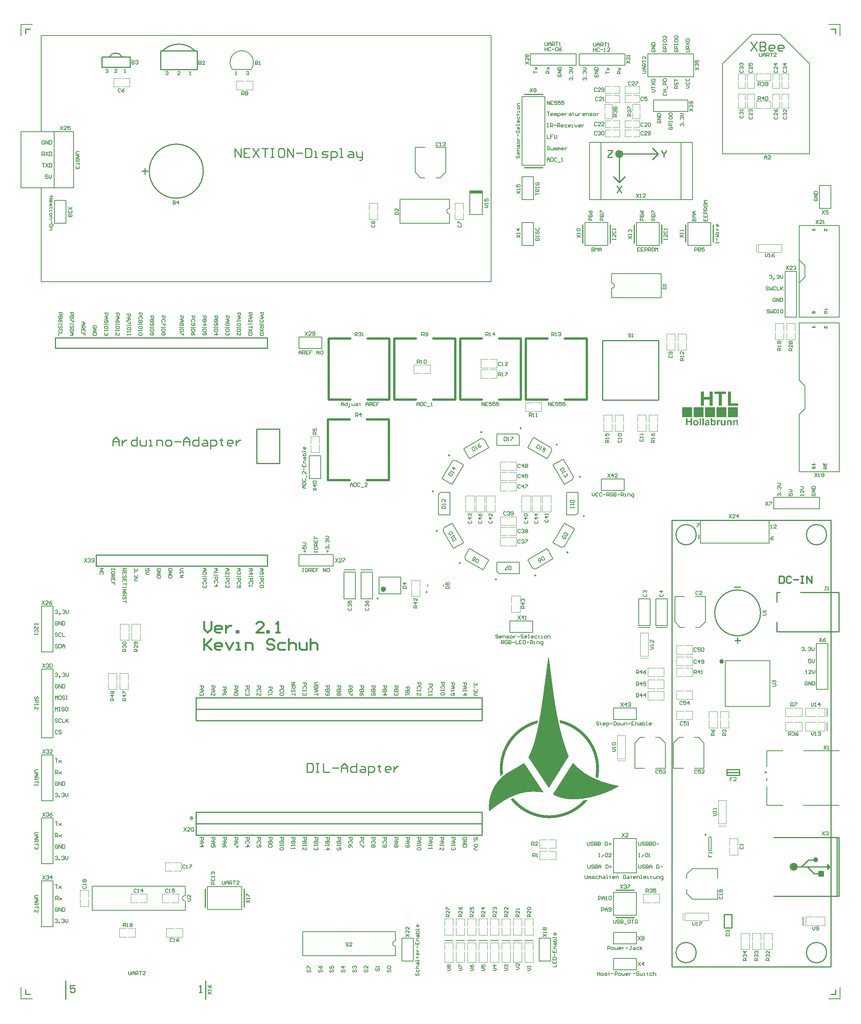
<source format=gto>
%FSLAX25Y25*%
%MOIN*%
G70*
G01*
G75*
%ADD10R,0.05906X0.05118*%
%ADD11R,0.05118X0.07874*%
%ADD12R,0.05118X0.05906*%
%ADD13R,0.07284X0.13780*%
%ADD14R,0.12047X0.03504*%
%ADD15R,0.33622X0.21063*%
%ADD16R,0.05906X0.08661*%
%ADD17R,0.07874X0.05118*%
G04:AMPARAMS|DCode=18|XSize=35.43mil|YSize=59.06mil|CornerRadius=0mil|HoleSize=0mil|Usage=FLASHONLY|Rotation=150.000|XOffset=0mil|YOffset=0mil|HoleType=Round|Shape=Round|*
%AMOVALD18*
21,1,0.02362,0.03543,0.00000,0.00000,240.0*
1,1,0.03543,0.00591,0.01023*
1,1,0.03543,-0.00591,-0.01023*
%
%ADD18OVALD18*%

G04:AMPARAMS|DCode=19|XSize=35.43mil|YSize=59.06mil|CornerRadius=0mil|HoleSize=0mil|Usage=FLASHONLY|Rotation=120.000|XOffset=0mil|YOffset=0mil|HoleType=Round|Shape=Round|*
%AMOVALD19*
21,1,0.02362,0.03543,0.00000,0.00000,210.0*
1,1,0.03543,0.01023,0.00591*
1,1,0.03543,-0.01023,-0.00591*
%
%ADD19OVALD19*%

G04:AMPARAMS|DCode=20|XSize=35.43mil|YSize=59.06mil|CornerRadius=0mil|HoleSize=0mil|Usage=FLASHONLY|Rotation=30.000|XOffset=0mil|YOffset=0mil|HoleType=Round|Shape=Round|*
%AMOVALD20*
21,1,0.02362,0.03543,0.00000,0.00000,120.0*
1,1,0.03543,0.00591,-0.01023*
1,1,0.03543,-0.00591,0.01023*
%
%ADD20OVALD20*%

G04:AMPARAMS|DCode=21|XSize=35.43mil|YSize=59.06mil|CornerRadius=0mil|HoleSize=0mil|Usage=FLASHONLY|Rotation=60.000|XOffset=0mil|YOffset=0mil|HoleType=Round|Shape=Round|*
%AMOVALD21*
21,1,0.02362,0.03543,0.00000,0.00000,150.0*
1,1,0.03543,0.01023,-0.00591*
1,1,0.03543,-0.01023,0.00591*
%
%ADD21OVALD21*%

%ADD22O,0.05906X0.03543*%
%ADD23O,0.03543X0.05906*%
%ADD24R,0.06600X0.13700*%
%ADD25R,0.11811X0.04409*%
%ADD26R,0.08012X0.05906*%
%ADD27R,0.05906X0.08012*%
%ADD28R,0.04331X0.04724*%
%ADD29R,0.04724X0.04331*%
%ADD30R,0.05906X0.02362*%
%ADD31R,0.03347X0.01969*%
%ADD32R,0.13780X0.07284*%
%ADD33O,0.01417X0.04961*%
%ADD34O,0.02756X0.05118*%
%ADD35C,0.01000*%
%ADD36C,0.03543*%
%ADD37C,0.03937*%
%ADD38C,0.03504*%
%ADD39C,0.02756*%
%ADD40C,0.01969*%
%ADD41C,0.01417*%
%ADD42R,0.05906X0.05906*%
%ADD43C,0.05906*%
%ADD44R,0.05906X0.05906*%
%ADD45C,0.05906*%
%ADD46C,0.06693*%
G04:AMPARAMS|DCode=47|XSize=66.93mil|YSize=66.93mil|CornerRadius=0mil|HoleSize=0mil|Usage=FLASHONLY|Rotation=180.000|XOffset=0mil|YOffset=0mil|HoleType=Round|Shape=Octagon|*
%AMOCTAGOND47*
4,1,8,-0.03347,0.01673,-0.03347,-0.01673,-0.01673,-0.03347,0.01673,-0.03347,0.03347,-0.01673,0.03347,0.01673,0.01673,0.03347,-0.01673,0.03347,-0.03347,0.01673,0.0*
%
%ADD47OCTAGOND47*%

%ADD48C,0.07087*%
%ADD49C,0.15748*%
%ADD50C,0.14961*%
%ADD51C,0.06299*%
%ADD52R,0.06299X0.06299*%
%ADD53C,0.07874*%
%ADD54R,0.07874X0.07874*%
%ADD55R,0.05906X0.05906*%
%ADD56R,0.11811X0.12205*%
%ADD57O,0.08000X0.15748*%
%ADD58C,0.09803*%
%ADD59R,0.23622X0.07874*%
%ADD60R,0.07874X0.23622*%
%ADD61C,0.04724*%
%ADD62C,0.05512*%
%ADD63C,0.07480*%
%ADD64O,0.03937X0.07874*%
%ADD65O,0.03937X0.07874*%
%ADD66C,0.11811*%
%ADD67C,0.02362*%
%ADD68C,0.00984*%
%ADD69C,0.00787*%
%ADD70C,0.02362*%
%ADD71C,0.00394*%
%ADD72C,0.00800*%
%ADD73C,0.02000*%
%ADD74C,0.00591*%
%ADD75C,0.00100*%
%ADD76C,0.01181*%
%ADD77C,0.01575*%
%ADD78R,0.11024X0.03150*%
%ADD79R,0.09000X0.09000*%
G36*
X636538Y551000D02*
X635262D01*
Y553760D01*
X632775D01*
Y551000D01*
X631500D01*
Y557304D01*
X632775D01*
Y554826D01*
X635262D01*
Y557304D01*
X636538D01*
Y551000D01*
D02*
G37*
G36*
X665981D02*
X664861D01*
Y551683D01*
X664852Y551665D01*
X664815Y551619D01*
X664761Y551556D01*
X664679Y551474D01*
X664587Y551373D01*
X664469Y551282D01*
X664342Y551182D01*
X664196Y551100D01*
X664178Y551091D01*
X664123Y551073D01*
X664041Y551036D01*
X663932Y551000D01*
X663804Y550964D01*
X663658Y550927D01*
X663503Y550909D01*
X663340Y550900D01*
X663258D01*
X663175Y550909D01*
X663066Y550927D01*
X662929Y550945D01*
X662793Y550982D01*
X662647Y551036D01*
X662510Y551100D01*
X662492Y551109D01*
X662456Y551137D01*
X662383Y551182D01*
X662310Y551246D01*
X662219Y551328D01*
X662137Y551419D01*
X662055Y551538D01*
X661982Y551665D01*
X661973Y551683D01*
X661955Y551729D01*
X661927Y551811D01*
X661900Y551929D01*
X661873Y552075D01*
X661845Y552248D01*
X661827Y552449D01*
X661818Y552676D01*
Y555573D01*
X663030D01*
Y553469D01*
Y553460D01*
Y553423D01*
Y553378D01*
Y553314D01*
Y553241D01*
Y553159D01*
X663039Y552968D01*
X663048Y552758D01*
X663057Y552567D01*
X663066Y552485D01*
X663075Y552403D01*
X663084Y552339D01*
X663094Y552294D01*
Y552284D01*
X663103Y552257D01*
X663121Y552221D01*
X663148Y552166D01*
X663175Y552111D01*
X663221Y552057D01*
X663267Y552002D01*
X663330Y551947D01*
X663340Y551938D01*
X663367Y551929D01*
X663403Y551911D01*
X663458Y551893D01*
X663522Y551865D01*
X663604Y551847D01*
X663686Y551838D01*
X663786Y551829D01*
X663840D01*
X663895Y551838D01*
X663968Y551847D01*
X664059Y551865D01*
X664150Y551902D01*
X664251Y551938D01*
X664342Y551993D01*
X664351Y552002D01*
X664378Y552020D01*
X664424Y552057D01*
X664478Y552111D01*
X664533Y552175D01*
X664587Y552239D01*
X664642Y552321D01*
X664679Y552412D01*
Y552421D01*
X664697Y552467D01*
Y552503D01*
X664706Y552549D01*
X664715Y552594D01*
X664724Y552658D01*
X664733Y552740D01*
X664742Y552822D01*
X664751Y552922D01*
Y553041D01*
X664761Y553168D01*
X664770Y553314D01*
Y553469D01*
Y553642D01*
Y555573D01*
X665981D01*
Y551000D01*
D02*
G37*
G36*
X650112Y555664D02*
X650185D01*
X650367Y555646D01*
X650558Y555628D01*
X650759Y555591D01*
X650950Y555537D01*
X651032Y555510D01*
X651114Y555473D01*
X651123D01*
X651132Y555464D01*
X651178Y555437D01*
X651251Y555400D01*
X651333Y555345D01*
X651433Y555273D01*
X651524Y555191D01*
X651606Y555090D01*
X651679Y554990D01*
X651688Y554972D01*
X651706Y554936D01*
X651733Y554853D01*
X651742Y554808D01*
X651761Y554744D01*
X651779Y554680D01*
X651788Y554598D01*
X651806Y554507D01*
X651815Y554407D01*
X651824Y554298D01*
X651833Y554179D01*
X651843Y554052D01*
Y553906D01*
X651824Y552494D01*
Y552485D01*
Y552467D01*
Y552439D01*
Y552394D01*
Y552284D01*
X651833Y552157D01*
Y552011D01*
X651852Y551865D01*
X651861Y551720D01*
X651879Y551601D01*
Y551592D01*
X651888Y551556D01*
X651906Y551492D01*
X651925Y551419D01*
X651961Y551328D01*
X651998Y551228D01*
X652043Y551118D01*
X652098Y551000D01*
X650904D01*
Y551009D01*
X650895Y551018D01*
X650886Y551055D01*
X650868Y551091D01*
X650850Y551137D01*
X650831Y551200D01*
X650813Y551273D01*
X650786Y551355D01*
Y551364D01*
X650777Y551373D01*
X650768Y551410D01*
X650749Y551455D01*
X650740Y551492D01*
X650722Y551483D01*
X650686Y551446D01*
X650622Y551392D01*
X650540Y551328D01*
X650440Y551255D01*
X650330Y551173D01*
X650203Y551109D01*
X650075Y551046D01*
X650057Y551036D01*
X650011Y551027D01*
X649939Y551000D01*
X649848Y550973D01*
X649738Y550945D01*
X649611Y550927D01*
X649465Y550909D01*
X649319Y550900D01*
X649255D01*
X649201Y550909D01*
X649146D01*
X649073Y550918D01*
X648918Y550945D01*
X648736Y550991D01*
X648554Y551055D01*
X648372Y551146D01*
X648208Y551273D01*
Y551282D01*
X648189Y551292D01*
X648144Y551346D01*
X648080Y551428D01*
X648007Y551538D01*
X647934Y551674D01*
X647871Y551838D01*
X647825Y552029D01*
X647816Y552130D01*
X647807Y552239D01*
Y552257D01*
Y552303D01*
X647816Y552376D01*
X647834Y552467D01*
X647853Y552576D01*
X647880Y552685D01*
X647925Y552804D01*
X647989Y552922D01*
X647998Y552940D01*
X648026Y552977D01*
X648062Y553031D01*
X648126Y553095D01*
X648189Y553168D01*
X648281Y553250D01*
X648381Y553323D01*
X648499Y553387D01*
X648518Y553396D01*
X648563Y553414D01*
X648636Y553441D01*
X648745Y553487D01*
X648882Y553533D01*
X649046Y553578D01*
X649246Y553624D01*
X649465Y553669D01*
X649474D01*
X649501Y553678D01*
X649547Y553687D01*
X649602Y553697D01*
X649674Y553706D01*
X649756Y553724D01*
X649939Y553769D01*
X650130Y553815D01*
X650330Y553861D01*
X650503Y553915D01*
X650586Y553942D01*
X650649Y553970D01*
Y554088D01*
Y554107D01*
Y554143D01*
X650640Y554207D01*
X650631Y554289D01*
X650604Y554371D01*
X650576Y554453D01*
X650531Y554526D01*
X650467Y554589D01*
X650458Y554598D01*
X650431Y554617D01*
X650385Y554635D01*
X650321Y554671D01*
X650230Y554699D01*
X650121Y554717D01*
X649984Y554735D01*
X649820Y554744D01*
X649765D01*
X649711Y554735D01*
X649638Y554726D01*
X649556Y554708D01*
X649465Y554690D01*
X649383Y554653D01*
X649310Y554608D01*
X649301Y554598D01*
X649283Y554580D01*
X649246Y554553D01*
X649210Y554507D01*
X649155Y554444D01*
X649110Y554362D01*
X649064Y554271D01*
X649018Y554161D01*
X647934Y554362D01*
Y554371D01*
X647943Y554389D01*
X647953Y554425D01*
X647971Y554471D01*
X647989Y554526D01*
X648016Y554589D01*
X648080Y554735D01*
X648171Y554890D01*
X648281Y555054D01*
X648408Y555209D01*
X648563Y555345D01*
X648572D01*
X648581Y555364D01*
X648609Y555373D01*
X648645Y555400D01*
X648700Y555418D01*
X648754Y555446D01*
X648827Y555482D01*
X648900Y555510D01*
X648991Y555537D01*
X649091Y555573D01*
X649201Y555601D01*
X649328Y555619D01*
X649456Y555646D01*
X649602Y555655D01*
X649747Y555673D01*
X650048D01*
X650112Y555664D01*
D02*
G37*
G36*
X669981D02*
X670081Y555655D01*
X670190Y555637D01*
X670309Y555610D01*
X670436Y555573D01*
X670564Y555528D01*
X670582Y555519D01*
X670618Y555500D01*
X670682Y555473D01*
X670755Y555428D01*
X670837Y555373D01*
X670919Y555309D01*
X671001Y555236D01*
X671074Y555154D01*
X671083Y555145D01*
X671101Y555118D01*
X671129Y555072D01*
X671165Y555008D01*
X671210Y554936D01*
X671247Y554844D01*
X671283Y554753D01*
X671311Y554644D01*
Y554635D01*
X671320Y554589D01*
X671338Y554526D01*
X671347Y554434D01*
X671365Y554325D01*
X671375Y554179D01*
X671384Y554025D01*
Y553833D01*
Y551000D01*
X670172D01*
Y553323D01*
Y553332D01*
Y553360D01*
Y553396D01*
Y553441D01*
Y553505D01*
Y553569D01*
X670163Y553724D01*
X670154Y553879D01*
X670135Y554043D01*
X670117Y554179D01*
X670108Y554234D01*
X670090Y554280D01*
Y554289D01*
X670072Y554316D01*
X670053Y554353D01*
X670026Y554407D01*
X669944Y554517D01*
X669899Y554571D01*
X669835Y554617D01*
X669826Y554626D01*
X669807Y554635D01*
X669771Y554653D01*
X669716Y554680D01*
X669653Y554708D01*
X669589Y554726D01*
X669507Y554735D01*
X669416Y554744D01*
X669361D01*
X669307Y554735D01*
X669234Y554726D01*
X669142Y554699D01*
X669051Y554671D01*
X668951Y554626D01*
X668851Y554571D01*
X668842Y554562D01*
X668815Y554544D01*
X668769Y554498D01*
X668714Y554453D01*
X668660Y554380D01*
X668605Y554307D01*
X668550Y554207D01*
X668514Y554107D01*
Y554097D01*
X668496Y554052D01*
X668487Y553979D01*
X668468Y553870D01*
X668459Y553806D01*
X668450Y553724D01*
X668441Y553642D01*
Y553542D01*
X668432Y553441D01*
X668423Y553323D01*
Y553195D01*
Y553059D01*
Y551000D01*
X667211D01*
Y555573D01*
X668332D01*
Y554899D01*
X668341Y554908D01*
X668359Y554936D01*
X668396Y554972D01*
X668441Y555018D01*
X668496Y555081D01*
X668569Y555145D01*
X668651Y555218D01*
X668742Y555291D01*
X668842Y555355D01*
X668960Y555428D01*
X669079Y555491D01*
X669215Y555555D01*
X669361Y555601D01*
X669507Y555637D01*
X669671Y555664D01*
X669835Y555673D01*
X669899D01*
X669981Y555664D01*
D02*
G37*
G36*
X753171Y515097D02*
X753243Y515092D01*
X753326Y515086D01*
X753415Y515075D01*
X753509Y515064D01*
X753709Y515025D01*
X753909Y514970D01*
X754003Y514936D01*
X754092Y514892D01*
X754170Y514848D01*
X754242Y514792D01*
X754247Y514786D01*
X754258Y514776D01*
X754275Y514759D01*
X754297Y514731D01*
X754325Y514698D01*
X754353Y514659D01*
X754386Y514609D01*
X754419Y514553D01*
X754447Y514492D01*
X754480Y514420D01*
X754508Y514343D01*
X754536Y514259D01*
X754558Y514165D01*
X754575Y514065D01*
X754586Y513954D01*
X754591Y513837D01*
Y513832D01*
Y513826D01*
Y513810D01*
Y513788D01*
X754586Y513732D01*
X754580Y513660D01*
X754575Y513582D01*
X754558Y513499D01*
X754541Y513416D01*
X754514Y513338D01*
X754508Y513327D01*
X754502Y513305D01*
X754480Y513266D01*
X754458Y513222D01*
X754430Y513171D01*
X754397Y513116D01*
X754358Y513066D01*
X754314Y513016D01*
X754308Y513011D01*
X754292Y512994D01*
X754269Y512972D01*
X754236Y512944D01*
X754203Y512911D01*
X754158Y512877D01*
X754059Y512816D01*
X754053Y512811D01*
X754036Y512805D01*
X754009Y512789D01*
X753970Y512772D01*
X753925Y512755D01*
X753870Y512739D01*
X753814Y512716D01*
X753748Y512700D01*
X753742D01*
X753731Y512694D01*
X753715Y512689D01*
X753687Y512683D01*
X753659Y512677D01*
X753620Y512672D01*
X753531Y512655D01*
X753426Y512639D01*
X753309Y512622D01*
X753176Y512616D01*
X753043Y512611D01*
X752965D01*
X752910Y512616D01*
X752838Y512622D01*
X752760Y512628D01*
X752677Y512633D01*
X752582Y512644D01*
X752382Y512677D01*
X752183Y512727D01*
X752088Y512761D01*
X751994Y512800D01*
X751911Y512844D01*
X751833Y512894D01*
X751827Y512899D01*
X751816Y512905D01*
X751800Y512922D01*
X751772Y512950D01*
X751744Y512983D01*
X751711Y513022D01*
X751678Y513066D01*
X751644Y513122D01*
X751606Y513183D01*
X751572Y513255D01*
X751539Y513332D01*
X751511Y513421D01*
X751483Y513516D01*
X751467Y513621D01*
X751456Y513738D01*
X751450Y513860D01*
Y513865D01*
Y513876D01*
Y513899D01*
Y513926D01*
X751456Y513960D01*
Y513993D01*
X751467Y514082D01*
X751478Y514182D01*
X751500Y514287D01*
X751533Y514393D01*
X751572Y514487D01*
X751578Y514498D01*
X751594Y514526D01*
X751622Y514570D01*
X751661Y514620D01*
X751711Y514687D01*
X751772Y514748D01*
X751844Y514814D01*
X751927Y514875D01*
X751933Y514881D01*
X751961Y514892D01*
X751994Y514914D01*
X752049Y514936D01*
X752110Y514964D01*
X752188Y514992D01*
X752282Y515020D01*
X752382Y515042D01*
X752393D01*
X752410Y515047D01*
X752432Y515053D01*
X752493Y515059D01*
X752577Y515070D01*
X752671Y515081D01*
X752782Y515092D01*
X752904Y515097D01*
X753032Y515103D01*
X753115D01*
X753171Y515097D01*
D02*
G37*
G36*
X660670Y555664D02*
X660770Y555646D01*
X660898Y555619D01*
X661035Y555573D01*
X661171Y555519D01*
X661317Y555437D01*
X660934Y554389D01*
X660925Y554398D01*
X660880Y554416D01*
X660825Y554453D01*
X660752Y554489D01*
X660661Y554526D01*
X660570Y554562D01*
X660470Y554580D01*
X660370Y554589D01*
X660333D01*
X660279Y554580D01*
X660224Y554571D01*
X660160Y554553D01*
X660087Y554526D01*
X660014Y554489D01*
X659941Y554444D01*
X659932Y554434D01*
X659914Y554416D01*
X659878Y554380D01*
X659841Y554325D01*
X659796Y554261D01*
X659750Y554170D01*
X659705Y554061D01*
X659668Y553933D01*
Y553915D01*
X659659Y553888D01*
X659650Y553861D01*
Y553815D01*
X659641Y553760D01*
X659632Y553687D01*
X659623Y553606D01*
X659614Y553514D01*
X659604Y553396D01*
X659595Y553277D01*
Y553132D01*
X659586Y552977D01*
X659577Y552804D01*
Y552612D01*
Y552403D01*
Y551000D01*
X658365D01*
Y555573D01*
X659486D01*
Y554926D01*
X659495Y554936D01*
X659531Y554990D01*
X659586Y555072D01*
X659659Y555172D01*
X659732Y555273D01*
X659823Y555373D01*
X659905Y555464D01*
X659996Y555528D01*
X660005Y555537D01*
X660033Y555555D01*
X660087Y555573D01*
X660151Y555601D01*
X660224Y555628D01*
X660315Y555655D01*
X660406Y555664D01*
X660515Y555673D01*
X660588D01*
X660670Y555664D01*
D02*
G37*
G36*
X675365D02*
X675465Y555655D01*
X675574Y555637D01*
X675693Y555610D01*
X675820Y555573D01*
X675948Y555528D01*
X675966Y555519D01*
X676002Y555500D01*
X676066Y555473D01*
X676139Y555428D01*
X676221Y555373D01*
X676303Y555309D01*
X676385Y555236D01*
X676458Y555154D01*
X676467Y555145D01*
X676485Y555118D01*
X676512Y555072D01*
X676549Y555008D01*
X676594Y554936D01*
X676631Y554844D01*
X676667Y554753D01*
X676695Y554644D01*
Y554635D01*
X676704Y554589D01*
X676722Y554526D01*
X676731Y554434D01*
X676749Y554325D01*
X676758Y554179D01*
X676768Y554025D01*
Y553833D01*
Y551000D01*
X675556D01*
Y553323D01*
Y553332D01*
Y553360D01*
Y553396D01*
Y553441D01*
Y553505D01*
Y553569D01*
X675547Y553724D01*
X675538Y553879D01*
X675520Y554043D01*
X675501Y554179D01*
X675492Y554234D01*
X675474Y554280D01*
Y554289D01*
X675456Y554316D01*
X675437Y554353D01*
X675410Y554407D01*
X675328Y554517D01*
X675283Y554571D01*
X675219Y554617D01*
X675210Y554626D01*
X675192Y554635D01*
X675155Y554653D01*
X675101Y554680D01*
X675037Y554708D01*
X674973Y554726D01*
X674891Y554735D01*
X674800Y554744D01*
X674745D01*
X674690Y554735D01*
X674618Y554726D01*
X674527Y554699D01*
X674435Y554671D01*
X674335Y554626D01*
X674235Y554571D01*
X674226Y554562D01*
X674199Y554544D01*
X674153Y554498D01*
X674098Y554453D01*
X674044Y554380D01*
X673989Y554307D01*
X673934Y554207D01*
X673898Y554107D01*
Y554097D01*
X673880Y554052D01*
X673871Y553979D01*
X673852Y553870D01*
X673843Y553806D01*
X673834Y553724D01*
X673825Y553642D01*
Y553542D01*
X673816Y553441D01*
X673807Y553323D01*
Y553195D01*
Y553059D01*
Y551000D01*
X672595D01*
Y555573D01*
X673716D01*
Y554899D01*
X673725Y554908D01*
X673743Y554936D01*
X673779Y554972D01*
X673825Y555018D01*
X673880Y555081D01*
X673953Y555145D01*
X674035Y555218D01*
X674126Y555291D01*
X674226Y555355D01*
X674344Y555428D01*
X674463Y555491D01*
X674599Y555555D01*
X674745Y555601D01*
X674891Y555637D01*
X675055Y555664D01*
X675219Y555673D01*
X675283D01*
X675365Y555664D01*
D02*
G37*
G36*
X654576Y568000D02*
X652025D01*
Y573521D01*
X647051D01*
Y568000D01*
X644500D01*
Y580608D01*
X647051D01*
Y575652D01*
X652025D01*
Y580608D01*
X654576D01*
Y568000D01*
D02*
G37*
G36*
X670591Y570132D02*
X676932D01*
Y568000D01*
X668040D01*
Y580517D01*
X670591D01*
Y570132D01*
D02*
G37*
G36*
X666328Y578476D02*
X662611D01*
Y568000D01*
X660060D01*
Y578476D01*
X656325D01*
Y580608D01*
X666328D01*
Y578476D01*
D02*
G37*
G36*
X640091Y555664D02*
X640182Y555655D01*
X640282Y555637D01*
X640401Y555619D01*
X640519Y555591D01*
X640656Y555555D01*
X640792Y555510D01*
X640929Y555455D01*
X641075Y555391D01*
X641220Y555309D01*
X641357Y555218D01*
X641494Y555118D01*
X641621Y554999D01*
X641630Y554990D01*
X641648Y554972D01*
X641685Y554926D01*
X641721Y554881D01*
X641776Y554808D01*
X641831Y554735D01*
X641894Y554635D01*
X641958Y554535D01*
X642013Y554416D01*
X642077Y554289D01*
X642131Y554143D01*
X642186Y553997D01*
X642222Y553833D01*
X642259Y553669D01*
X642277Y553487D01*
X642286Y553296D01*
Y553287D01*
Y553250D01*
Y553195D01*
X642277Y553123D01*
X642268Y553031D01*
X642250Y552931D01*
X642232Y552813D01*
X642204Y552695D01*
X642168Y552558D01*
X642122Y552421D01*
X642068Y552275D01*
X642004Y552130D01*
X641922Y551984D01*
X641831Y551847D01*
X641730Y551711D01*
X641612Y551574D01*
X641603Y551565D01*
X641585Y551547D01*
X641548Y551510D01*
X641494Y551465D01*
X641430Y551419D01*
X641348Y551364D01*
X641257Y551301D01*
X641157Y551237D01*
X641038Y551173D01*
X640911Y551109D01*
X640774Y551055D01*
X640619Y551009D01*
X640464Y550964D01*
X640291Y550927D01*
X640118Y550909D01*
X639927Y550900D01*
X639863D01*
X639817Y550909D01*
X639763D01*
X639699Y550918D01*
X639544Y550936D01*
X639353Y550973D01*
X639152Y551018D01*
X638943Y551091D01*
X638724Y551182D01*
X638715D01*
X638697Y551191D01*
X638670Y551209D01*
X638633Y551237D01*
X638533Y551301D01*
X638405Y551392D01*
X638269Y551510D01*
X638123Y551656D01*
X637986Y551820D01*
X637859Y552011D01*
Y552020D01*
X637850Y552038D01*
X637831Y552066D01*
X637813Y552111D01*
X637795Y552166D01*
X637768Y552230D01*
X637740Y552303D01*
X637713Y552385D01*
X637686Y552476D01*
X637658Y552576D01*
X637613Y552804D01*
X637576Y553068D01*
X637567Y553350D01*
Y553360D01*
Y553378D01*
Y553414D01*
X637576Y553451D01*
Y553505D01*
X637585Y553569D01*
X637604Y553724D01*
X637640Y553897D01*
X637695Y554088D01*
X637759Y554298D01*
X637859Y554507D01*
Y554517D01*
X637877Y554535D01*
X637886Y554562D01*
X637913Y554598D01*
X637986Y554699D01*
X638077Y554826D01*
X638196Y554963D01*
X638342Y555109D01*
X638506Y555245D01*
X638697Y555373D01*
X638706D01*
X638724Y555382D01*
X638752Y555400D01*
X638797Y555418D01*
X638843Y555446D01*
X638906Y555464D01*
X638979Y555491D01*
X639052Y555528D01*
X639234Y555582D01*
X639444Y555628D01*
X639672Y555664D01*
X639918Y555673D01*
X640018D01*
X640091Y555664D01*
D02*
G37*
G36*
X646887Y551000D02*
X645675D01*
Y557304D01*
X646887D01*
Y551000D01*
D02*
G37*
G36*
X644436D02*
X643225D01*
Y557304D01*
X644436D01*
Y551000D01*
D02*
G37*
G36*
X654193Y555036D02*
X654202Y555045D01*
X654220Y555063D01*
X654248Y555090D01*
X654293Y555136D01*
X654348Y555182D01*
X654412Y555236D01*
X654485Y555300D01*
X654566Y555355D01*
X654758Y555473D01*
X654986Y555573D01*
X655104Y555619D01*
X655241Y555646D01*
X655377Y555664D01*
X655514Y555673D01*
X655596D01*
X655651Y555664D01*
X655723Y555655D01*
X655805Y555637D01*
X655897Y555619D01*
X656006Y555601D01*
X656224Y555528D01*
X656334Y555473D01*
X656452Y555418D01*
X656571Y555345D01*
X656680Y555264D01*
X656789Y555172D01*
X656899Y555063D01*
X656908Y555054D01*
X656926Y555036D01*
X656953Y554999D01*
X656990Y554954D01*
X657026Y554890D01*
X657072Y554817D01*
X657126Y554726D01*
X657181Y554626D01*
X657227Y554507D01*
X657281Y554380D01*
X657327Y554234D01*
X657372Y554079D01*
X657400Y553915D01*
X657427Y553733D01*
X657445Y553542D01*
X657454Y553332D01*
Y553323D01*
Y553277D01*
Y553223D01*
X657445Y553141D01*
X657436Y553041D01*
X657427Y552931D01*
X657409Y552804D01*
X657381Y552667D01*
X657318Y552376D01*
X657272Y552230D01*
X657218Y552075D01*
X657154Y551929D01*
X657072Y551784D01*
X656990Y551656D01*
X656890Y551528D01*
X656881Y551519D01*
X656862Y551501D01*
X656835Y551474D01*
X656789Y551428D01*
X656735Y551383D01*
X656671Y551328D01*
X656598Y551273D01*
X656516Y551219D01*
X656416Y551155D01*
X656316Y551100D01*
X656079Y551000D01*
X655951Y550954D01*
X655824Y550927D01*
X655678Y550909D01*
X655532Y550900D01*
X655468D01*
X655386Y550909D01*
X655286Y550927D01*
X655168Y550945D01*
X655040Y550982D01*
X654904Y551027D01*
X654758Y551091D01*
X654740Y551100D01*
X654694Y551127D01*
X654621Y551173D01*
X654530Y551237D01*
X654430Y551319D01*
X654321Y551410D01*
X654211Y551528D01*
X654102Y551665D01*
Y551000D01*
X652981D01*
Y557304D01*
X654193D01*
Y555036D01*
D02*
G37*
G36*
X743642Y650994D02*
X743720Y650983D01*
X743803Y650967D01*
X743898Y650939D01*
X743992Y650906D01*
X744086Y650861D01*
X744092D01*
X744097Y650856D01*
X744125Y650834D01*
X744170Y650800D01*
X744225Y650756D01*
X744286Y650700D01*
X744353Y650634D01*
X744414Y650556D01*
X744464Y650467D01*
Y650462D01*
X744469Y650456D01*
X744486Y650423D01*
X744502Y650367D01*
X744530Y650295D01*
X744553Y650201D01*
X744569Y650095D01*
X744586Y649973D01*
X744591Y649834D01*
Y649829D01*
Y649812D01*
Y649790D01*
Y649757D01*
X744586Y649718D01*
Y649674D01*
X744569Y649574D01*
X744553Y649457D01*
X744525Y649335D01*
X744486Y649219D01*
X744430Y649107D01*
Y649102D01*
X744425Y649096D01*
X744403Y649063D01*
X744364Y649013D01*
X744308Y648947D01*
X744242Y648874D01*
X744153Y648802D01*
X744053Y648730D01*
X743931Y648664D01*
X743925D01*
X743914Y648658D01*
X743898Y648647D01*
X743870Y648636D01*
X743836Y648625D01*
X743792Y648608D01*
X743748Y648597D01*
X743692Y648580D01*
X743631Y648564D01*
X743565Y648547D01*
X743487Y648536D01*
X743409Y648525D01*
X743320Y648514D01*
X743232Y648502D01*
X743032Y648497D01*
X742954D01*
X742899Y648502D01*
X742832Y648508D01*
X742754Y648514D01*
X742665Y648525D01*
X742571Y648541D01*
X742377Y648580D01*
X742277Y648608D01*
X742177Y648647D01*
X742083Y648686D01*
X741988Y648730D01*
X741905Y648785D01*
X741827Y648847D01*
X741822Y648852D01*
X741811Y648863D01*
X741794Y648880D01*
X741766Y648908D01*
X741739Y648947D01*
X741711Y648985D01*
X741672Y649035D01*
X741639Y649096D01*
X741606Y649157D01*
X741572Y649230D01*
X741539Y649307D01*
X741511Y649396D01*
X741483Y649485D01*
X741467Y649585D01*
X741456Y649690D01*
X741450Y649801D01*
Y649807D01*
Y649818D01*
Y649834D01*
Y649862D01*
X741456Y649929D01*
X741461Y650012D01*
X741472Y650101D01*
X741483Y650201D01*
X741506Y650295D01*
X741533Y650378D01*
X741539Y650389D01*
X741550Y650412D01*
X741567Y650451D01*
X741594Y650500D01*
X741628Y650551D01*
X741672Y650611D01*
X741722Y650667D01*
X741778Y650723D01*
X741783Y650728D01*
X741805Y650745D01*
X741844Y650772D01*
X741889Y650800D01*
X741950Y650834D01*
X742016Y650872D01*
X742094Y650906D01*
X742183Y650933D01*
X742294Y650095D01*
X742288D01*
X742266Y650090D01*
X742233Y650084D01*
X742194Y650073D01*
X742116Y650040D01*
X742077Y650018D01*
X742044Y649990D01*
X742038Y649984D01*
X742033Y649973D01*
X742022Y649957D01*
X742011Y649934D01*
X741983Y649873D01*
X741977Y649834D01*
X741972Y649796D01*
Y649785D01*
X741977Y649762D01*
X741983Y649723D01*
X741999Y649679D01*
X742022Y649629D01*
X742055Y649574D01*
X742105Y649524D01*
X742172Y649479D01*
X742177Y649474D01*
X742205Y649463D01*
X742249Y649452D01*
X742277Y649440D01*
X742310Y649429D01*
X742349Y649424D01*
X742399Y649413D01*
X742449Y649402D01*
X742510Y649391D01*
X742577Y649379D01*
X742649Y649368D01*
X742727Y649363D01*
X742815Y649352D01*
X742810Y649357D01*
X742788Y649379D01*
X742760Y649407D01*
X742727Y649452D01*
X742693Y649496D01*
X742654Y649551D01*
X742621Y649607D01*
X742588Y649668D01*
X742582Y649674D01*
X742577Y649696D01*
X742566Y649729D01*
X742555Y649773D01*
X742538Y649823D01*
X742527Y649890D01*
X742521Y649957D01*
X742516Y650034D01*
Y650040D01*
Y650051D01*
Y650073D01*
X742521Y650101D01*
X742527Y650134D01*
X742532Y650179D01*
X742555Y650273D01*
X742588Y650378D01*
X742638Y650495D01*
X742671Y650556D01*
X742710Y650611D01*
X742754Y650667D01*
X742804Y650723D01*
X742810Y650728D01*
X742815Y650734D01*
X742832Y650750D01*
X742854Y650767D01*
X742887Y650789D01*
X742921Y650811D01*
X742960Y650834D01*
X743004Y650861D01*
X743110Y650911D01*
X743237Y650956D01*
X743376Y650989D01*
X743454Y650994D01*
X743537Y651000D01*
X743587D01*
X743642Y650994D01*
D02*
G37*
G36*
X753671Y650836D02*
X753743Y650831D01*
X753826Y650825D01*
X753915Y650814D01*
X754009Y650803D01*
X754209Y650764D01*
X754409Y650708D01*
X754503Y650675D01*
X754592Y650631D01*
X754670Y650586D01*
X754742Y650531D01*
X754747Y650525D01*
X754758Y650514D01*
X754775Y650497D01*
X754797Y650470D01*
X754825Y650436D01*
X754853Y650397D01*
X754886Y650348D01*
X754919Y650292D01*
X754947Y650231D01*
X754980Y650159D01*
X755008Y650081D01*
X755036Y649998D01*
X755058Y649904D01*
X755075Y649804D01*
X755086Y649693D01*
X755091Y649576D01*
Y649571D01*
Y649565D01*
Y649548D01*
Y649526D01*
X755086Y649471D01*
X755080Y649399D01*
X755075Y649321D01*
X755058Y649238D01*
X755041Y649154D01*
X755014Y649077D01*
X755008Y649065D01*
X755002Y649043D01*
X754980Y649005D01*
X754958Y648960D01*
X754930Y648910D01*
X754897Y648855D01*
X754858Y648805D01*
X754814Y648755D01*
X754808Y648749D01*
X754792Y648733D01*
X754769Y648710D01*
X754736Y648683D01*
X754703Y648649D01*
X754658Y648616D01*
X754559Y648555D01*
X754553Y648549D01*
X754536Y648544D01*
X754509Y648527D01*
X754470Y648511D01*
X754425Y648494D01*
X754370Y648477D01*
X754314Y648455D01*
X754248Y648438D01*
X754242D01*
X754231Y648433D01*
X754214Y648427D01*
X754187Y648422D01*
X754159Y648416D01*
X754120Y648411D01*
X754031Y648394D01*
X753926Y648377D01*
X753809Y648361D01*
X753676Y648355D01*
X753543Y648350D01*
X753465D01*
X753410Y648355D01*
X753338Y648361D01*
X753260Y648366D01*
X753177Y648372D01*
X753082Y648383D01*
X752882Y648416D01*
X752683Y648466D01*
X752588Y648499D01*
X752494Y648538D01*
X752411Y648583D01*
X752333Y648633D01*
X752327Y648638D01*
X752316Y648644D01*
X752300Y648660D01*
X752272Y648688D01*
X752244Y648722D01*
X752211Y648760D01*
X752178Y648805D01*
X752144Y648860D01*
X752106Y648921D01*
X752072Y648993D01*
X752039Y649071D01*
X752011Y649160D01*
X751983Y649254D01*
X751967Y649360D01*
X751956Y649476D01*
X751950Y649598D01*
Y649604D01*
Y649615D01*
Y649637D01*
Y649665D01*
X751956Y649698D01*
Y649731D01*
X751967Y649820D01*
X751978Y649920D01*
X752000Y650026D01*
X752033Y650131D01*
X752072Y650225D01*
X752078Y650237D01*
X752094Y650264D01*
X752122Y650309D01*
X752161Y650359D01*
X752211Y650425D01*
X752272Y650486D01*
X752344Y650553D01*
X752427Y650614D01*
X752433Y650620D01*
X752461Y650631D01*
X752494Y650653D01*
X752549Y650675D01*
X752610Y650703D01*
X752688Y650731D01*
X752782Y650758D01*
X752882Y650780D01*
X752893D01*
X752910Y650786D01*
X752932Y650792D01*
X752993Y650797D01*
X753077Y650808D01*
X753171Y650819D01*
X753282Y650831D01*
X753404Y650836D01*
X753532Y650842D01*
X753615D01*
X753671Y650836D01*
D02*
G37*
G36*
X752039Y637994D02*
X752061Y637989D01*
X752094Y637983D01*
X752133Y637978D01*
X752227Y637950D01*
X752333Y637917D01*
X752450Y637872D01*
X752577Y637811D01*
X752699Y637739D01*
X752705Y637734D01*
X752716Y637728D01*
X752733Y637717D01*
X752760Y637695D01*
X752788Y637667D01*
X752827Y637639D01*
X752871Y637595D01*
X752921Y637550D01*
X752977Y637500D01*
X753038Y637439D01*
X753099Y637373D01*
X753171Y637295D01*
X753243Y637212D01*
X753321Y637118D01*
X753399Y637018D01*
X753482Y636907D01*
X753487Y636901D01*
X753493Y636890D01*
X753510Y636873D01*
X753526Y636846D01*
X753576Y636785D01*
X753637Y636707D01*
X753709Y636629D01*
X753776Y636546D01*
X753843Y636479D01*
X753876Y636452D01*
X753904Y636429D01*
X753909Y636424D01*
X753926Y636413D01*
X753954Y636396D01*
X753993Y636374D01*
X754031Y636357D01*
X754081Y636341D01*
X754126Y636329D01*
X754176Y636324D01*
X754198D01*
X754226Y636329D01*
X754259Y636335D01*
X754298Y636352D01*
X754337Y636368D01*
X754375Y636396D01*
X754414Y636429D01*
X754420Y636435D01*
X754431Y636446D01*
X754448Y636468D01*
X754464Y636502D01*
X754481Y636540D01*
X754497Y636585D01*
X754509Y636635D01*
X754514Y636690D01*
Y636696D01*
Y636718D01*
X754509Y636746D01*
X754503Y636785D01*
X754486Y636823D01*
X754470Y636868D01*
X754442Y636912D01*
X754409Y636957D01*
X754403Y636962D01*
X754392Y636973D01*
X754364Y636990D01*
X754325Y637012D01*
X754276Y637034D01*
X754214Y637056D01*
X754142Y637073D01*
X754053Y637090D01*
X754120Y637939D01*
X754137D01*
X754153Y637933D01*
X754181Y637928D01*
X754242Y637917D01*
X754325Y637900D01*
X754414Y637872D01*
X754503Y637845D01*
X754592Y637806D01*
X754675Y637761D01*
X754686Y637756D01*
X754708Y637739D01*
X754742Y637706D01*
X754786Y637661D01*
X754836Y637611D01*
X754886Y637545D01*
X754936Y637473D01*
X754980Y637384D01*
Y637378D01*
X754986Y637373D01*
X754997Y637339D01*
X755014Y637284D01*
X755036Y637206D01*
X755058Y637112D01*
X755075Y636995D01*
X755086Y636862D01*
X755091Y636712D01*
Y636707D01*
Y636690D01*
Y636668D01*
Y636640D01*
X755086Y636601D01*
Y636557D01*
X755080Y636457D01*
X755064Y636346D01*
X755047Y636230D01*
X755019Y636119D01*
X754986Y636019D01*
Y636013D01*
X754980Y636007D01*
X754969Y635980D01*
X754942Y635930D01*
X754908Y635874D01*
X754864Y635813D01*
X754814Y635747D01*
X754747Y635680D01*
X754675Y635625D01*
X754664Y635619D01*
X754636Y635602D01*
X754597Y635580D01*
X754536Y635553D01*
X754470Y635525D01*
X754387Y635502D01*
X754298Y635486D01*
X754203Y635480D01*
X754159D01*
X754103Y635491D01*
X754031Y635502D01*
X753954Y635519D01*
X753859Y635553D01*
X753765Y635591D01*
X753671Y635647D01*
X753659Y635652D01*
X753626Y635680D01*
X753576Y635719D01*
X753510Y635780D01*
X753426Y635863D01*
X753382Y635913D01*
X753332Y635963D01*
X753282Y636024D01*
X753227Y636091D01*
X753171Y636163D01*
X753116Y636241D01*
X753110Y636252D01*
X753088Y636279D01*
X753055Y636324D01*
X753016Y636379D01*
X752977Y636435D01*
X752938Y636496D01*
X752899Y636546D01*
X752866Y636585D01*
X752860Y636590D01*
X752855Y636601D01*
X752838Y636618D01*
X752821Y636640D01*
X752760Y636701D01*
X752688Y636785D01*
Y635458D01*
X752000D01*
Y638000D01*
X752017D01*
X752039Y637994D01*
D02*
G37*
G36*
X743770D02*
X743776Y637983D01*
X743787Y637961D01*
X743792Y637928D01*
X743809Y637894D01*
X743825Y637850D01*
X743864Y637756D01*
X743914Y637650D01*
X743970Y637539D01*
X744031Y637428D01*
X744103Y637334D01*
Y637328D01*
X744114Y637323D01*
X744136Y637295D01*
X744181Y637251D01*
X744242Y637195D01*
X744308Y637134D01*
X744392Y637073D01*
X744486Y637012D01*
X744591Y636957D01*
Y636257D01*
X741500D01*
Y637112D01*
X743520D01*
X743515Y637123D01*
X743493Y637145D01*
X743465Y637190D01*
X743426Y637240D01*
X743387Y637301D01*
X743343Y637373D01*
X743298Y637445D01*
X743259Y637517D01*
X743254Y637528D01*
X743243Y637550D01*
X743226Y637595D01*
X743204Y637650D01*
X743176Y637722D01*
X743143Y637800D01*
X743115Y637894D01*
X743082Y638000D01*
X743770D01*
Y637994D01*
D02*
G37*
G36*
X754270Y653494D02*
X754276Y653483D01*
X754287Y653461D01*
X754292Y653428D01*
X754309Y653395D01*
X754325Y653350D01*
X754364Y653256D01*
X754414Y653150D01*
X754470Y653039D01*
X754531Y652928D01*
X754603Y652834D01*
Y652828D01*
X754614Y652823D01*
X754636Y652795D01*
X754681Y652751D01*
X754742Y652695D01*
X754808Y652634D01*
X754892Y652573D01*
X754986Y652512D01*
X755091Y652457D01*
Y651757D01*
X752000D01*
Y652612D01*
X754020D01*
X754015Y652623D01*
X753993Y652645D01*
X753965Y652690D01*
X753926Y652740D01*
X753887Y652801D01*
X753843Y652873D01*
X753798Y652945D01*
X753759Y653017D01*
X753754Y653028D01*
X753743Y653051D01*
X753726Y653095D01*
X753704Y653150D01*
X753676Y653223D01*
X753643Y653300D01*
X753615Y653395D01*
X753582Y653500D01*
X754270D01*
Y653494D01*
D02*
G37*
G36*
X751539Y517994D02*
X751561Y517989D01*
X751594Y517983D01*
X751633Y517978D01*
X751727Y517950D01*
X751833Y517917D01*
X751950Y517872D01*
X752077Y517811D01*
X752199Y517739D01*
X752205Y517734D01*
X752216Y517728D01*
X752233Y517717D01*
X752260Y517695D01*
X752288Y517667D01*
X752327Y517639D01*
X752371Y517595D01*
X752421Y517551D01*
X752477Y517500D01*
X752538Y517440D01*
X752599Y517373D01*
X752671Y517295D01*
X752743Y517212D01*
X752821Y517118D01*
X752899Y517018D01*
X752982Y516907D01*
X752987Y516901D01*
X752993Y516890D01*
X753010Y516873D01*
X753026Y516846D01*
X753076Y516785D01*
X753137Y516707D01*
X753209Y516629D01*
X753276Y516546D01*
X753343Y516479D01*
X753376Y516452D01*
X753404Y516429D01*
X753409Y516424D01*
X753426Y516413D01*
X753454Y516396D01*
X753492Y516374D01*
X753531Y516357D01*
X753581Y516340D01*
X753626Y516329D01*
X753676Y516324D01*
X753698D01*
X753726Y516329D01*
X753759Y516335D01*
X753798Y516352D01*
X753836Y516368D01*
X753875Y516396D01*
X753914Y516429D01*
X753920Y516435D01*
X753931Y516446D01*
X753947Y516468D01*
X753964Y516502D01*
X753981Y516540D01*
X753998Y516585D01*
X754009Y516635D01*
X754014Y516690D01*
Y516696D01*
Y516718D01*
X754009Y516746D01*
X754003Y516785D01*
X753986Y516823D01*
X753970Y516868D01*
X753942Y516912D01*
X753909Y516957D01*
X753903Y516962D01*
X753892Y516973D01*
X753864Y516990D01*
X753826Y517012D01*
X753776Y517034D01*
X753715Y517057D01*
X753642Y517073D01*
X753553Y517090D01*
X753620Y517939D01*
X753637D01*
X753653Y517933D01*
X753681Y517928D01*
X753742Y517917D01*
X753826Y517900D01*
X753914Y517872D01*
X754003Y517845D01*
X754092Y517806D01*
X754175Y517761D01*
X754186Y517756D01*
X754208Y517739D01*
X754242Y517706D01*
X754286Y517661D01*
X754336Y517612D01*
X754386Y517545D01*
X754436Y517473D01*
X754480Y517384D01*
Y517378D01*
X754486Y517373D01*
X754497Y517340D01*
X754514Y517284D01*
X754536Y517206D01*
X754558Y517112D01*
X754575Y516995D01*
X754586Y516862D01*
X754591Y516712D01*
Y516707D01*
Y516690D01*
Y516668D01*
Y516640D01*
X754586Y516601D01*
Y516557D01*
X754580Y516457D01*
X754564Y516346D01*
X754547Y516230D01*
X754519Y516118D01*
X754486Y516019D01*
Y516013D01*
X754480Y516008D01*
X754469Y515980D01*
X754441Y515930D01*
X754408Y515874D01*
X754364Y515813D01*
X754314Y515747D01*
X754247Y515680D01*
X754175Y515625D01*
X754164Y515619D01*
X754136Y515602D01*
X754097Y515580D01*
X754036Y515553D01*
X753970Y515525D01*
X753887Y515503D01*
X753798Y515486D01*
X753703Y515480D01*
X753659D01*
X753603Y515491D01*
X753531Y515503D01*
X753454Y515519D01*
X753359Y515553D01*
X753265Y515591D01*
X753171Y515647D01*
X753160Y515652D01*
X753126Y515680D01*
X753076Y515719D01*
X753010Y515780D01*
X752926Y515863D01*
X752882Y515913D01*
X752832Y515963D01*
X752782Y516024D01*
X752727Y516091D01*
X752671Y516163D01*
X752615Y516241D01*
X752610Y516252D01*
X752588Y516280D01*
X752555Y516324D01*
X752516Y516379D01*
X752477Y516435D01*
X752438Y516496D01*
X752399Y516546D01*
X752366Y516585D01*
X752360Y516590D01*
X752355Y516601D01*
X752338Y516618D01*
X752321Y516640D01*
X752260Y516701D01*
X752188Y516785D01*
Y515458D01*
X751500D01*
Y518000D01*
X751517D01*
X751539Y517994D01*
D02*
G37*
G36*
X752039Y722994D02*
X752061Y722989D01*
X752094Y722983D01*
X752133Y722978D01*
X752227Y722950D01*
X752333Y722917D01*
X752450Y722872D01*
X752577Y722811D01*
X752699Y722739D01*
X752705Y722734D01*
X752716Y722728D01*
X752733Y722717D01*
X752760Y722695D01*
X752788Y722667D01*
X752827Y722639D01*
X752871Y722595D01*
X752921Y722550D01*
X752977Y722501D01*
X753038Y722439D01*
X753099Y722373D01*
X753171Y722295D01*
X753243Y722212D01*
X753321Y722118D01*
X753399Y722018D01*
X753482Y721907D01*
X753487Y721901D01*
X753493Y721890D01*
X753510Y721873D01*
X753526Y721846D01*
X753576Y721785D01*
X753637Y721707D01*
X753709Y721629D01*
X753776Y721546D01*
X753843Y721479D01*
X753876Y721452D01*
X753904Y721429D01*
X753909Y721424D01*
X753926Y721413D01*
X753954Y721396D01*
X753993Y721374D01*
X754031Y721357D01*
X754081Y721341D01*
X754126Y721329D01*
X754176Y721324D01*
X754198D01*
X754226Y721329D01*
X754259Y721335D01*
X754298Y721352D01*
X754337Y721368D01*
X754375Y721396D01*
X754414Y721429D01*
X754420Y721435D01*
X754431Y721446D01*
X754448Y721468D01*
X754464Y721501D01*
X754481Y721540D01*
X754497Y721585D01*
X754509Y721635D01*
X754514Y721690D01*
Y721696D01*
Y721718D01*
X754509Y721746D01*
X754503Y721785D01*
X754486Y721823D01*
X754470Y721868D01*
X754442Y721912D01*
X754409Y721957D01*
X754403Y721962D01*
X754392Y721973D01*
X754364Y721990D01*
X754325Y722012D01*
X754276Y722034D01*
X754214Y722056D01*
X754142Y722073D01*
X754053Y722090D01*
X754120Y722939D01*
X754137D01*
X754153Y722933D01*
X754181Y722928D01*
X754242Y722917D01*
X754325Y722900D01*
X754414Y722872D01*
X754503Y722845D01*
X754592Y722806D01*
X754675Y722761D01*
X754686Y722756D01*
X754708Y722739D01*
X754742Y722706D01*
X754786Y722661D01*
X754836Y722612D01*
X754886Y722545D01*
X754936Y722473D01*
X754980Y722384D01*
Y722378D01*
X754986Y722373D01*
X754997Y722339D01*
X755014Y722284D01*
X755036Y722206D01*
X755058Y722112D01*
X755075Y721995D01*
X755086Y721862D01*
X755091Y721712D01*
Y721707D01*
Y721690D01*
Y721668D01*
Y721640D01*
X755086Y721601D01*
Y721557D01*
X755080Y721457D01*
X755064Y721346D01*
X755047Y721230D01*
X755019Y721118D01*
X754986Y721019D01*
Y721013D01*
X754980Y721007D01*
X754969Y720980D01*
X754942Y720930D01*
X754908Y720874D01*
X754864Y720813D01*
X754814Y720747D01*
X754747Y720680D01*
X754675Y720625D01*
X754664Y720619D01*
X754636Y720602D01*
X754597Y720580D01*
X754536Y720552D01*
X754470Y720525D01*
X754387Y720503D01*
X754298Y720486D01*
X754203Y720480D01*
X754159D01*
X754103Y720491D01*
X754031Y720503D01*
X753954Y720519D01*
X753859Y720552D01*
X753765Y720591D01*
X753671Y720647D01*
X753659Y720652D01*
X753626Y720680D01*
X753576Y720719D01*
X753510Y720780D01*
X753426Y720863D01*
X753382Y720913D01*
X753332Y720963D01*
X753282Y721024D01*
X753227Y721091D01*
X753171Y721163D01*
X753116Y721241D01*
X753110Y721252D01*
X753088Y721279D01*
X753055Y721324D01*
X753016Y721379D01*
X752977Y721435D01*
X752938Y721496D01*
X752899Y721546D01*
X752866Y721585D01*
X752860Y721590D01*
X752855Y721601D01*
X752838Y721618D01*
X752821Y721640D01*
X752760Y721701D01*
X752688Y721785D01*
Y720458D01*
X752000D01*
Y723000D01*
X752017D01*
X752039Y722994D01*
D02*
G37*
G36*
X743642Y515358D02*
X743720Y515347D01*
X743803Y515331D01*
X743898Y515303D01*
X743992Y515269D01*
X744086Y515225D01*
X744092D01*
X744097Y515219D01*
X744125Y515197D01*
X744170Y515164D01*
X744225Y515120D01*
X744286Y515064D01*
X744353Y514997D01*
X744414Y514920D01*
X744464Y514831D01*
Y514825D01*
X744469Y514820D01*
X744486Y514786D01*
X744502Y514731D01*
X744530Y514659D01*
X744553Y514565D01*
X744569Y514459D01*
X744586Y514337D01*
X744591Y514198D01*
Y514193D01*
Y514176D01*
Y514154D01*
Y514121D01*
X744586Y514082D01*
Y514037D01*
X744569Y513937D01*
X744553Y513821D01*
X744525Y513699D01*
X744486Y513582D01*
X744430Y513471D01*
Y513466D01*
X744425Y513460D01*
X744403Y513427D01*
X744364Y513377D01*
X744308Y513310D01*
X744242Y513238D01*
X744153Y513166D01*
X744053Y513094D01*
X743931Y513027D01*
X743925D01*
X743914Y513022D01*
X743898Y513011D01*
X743870Y512999D01*
X743836Y512988D01*
X743792Y512972D01*
X743748Y512961D01*
X743692Y512944D01*
X743631Y512927D01*
X743565Y512911D01*
X743487Y512899D01*
X743409Y512888D01*
X743320Y512877D01*
X743232Y512866D01*
X743032Y512861D01*
X742954D01*
X742899Y512866D01*
X742832Y512872D01*
X742754Y512877D01*
X742665Y512888D01*
X742571Y512905D01*
X742377Y512944D01*
X742277Y512972D01*
X742177Y513011D01*
X742083Y513049D01*
X741988Y513094D01*
X741905Y513149D01*
X741827Y513210D01*
X741822Y513216D01*
X741811Y513227D01*
X741794Y513244D01*
X741766Y513271D01*
X741739Y513310D01*
X741711Y513349D01*
X741672Y513399D01*
X741639Y513460D01*
X741606Y513521D01*
X741572Y513593D01*
X741539Y513671D01*
X741511Y513760D01*
X741483Y513849D01*
X741467Y513948D01*
X741456Y514054D01*
X741450Y514165D01*
Y514171D01*
Y514182D01*
Y514198D01*
Y514226D01*
X741456Y514293D01*
X741461Y514376D01*
X741472Y514465D01*
X741483Y514565D01*
X741506Y514659D01*
X741533Y514742D01*
X741539Y514753D01*
X741550Y514776D01*
X741567Y514814D01*
X741594Y514864D01*
X741628Y514914D01*
X741672Y514975D01*
X741722Y515031D01*
X741778Y515086D01*
X741783Y515092D01*
X741805Y515108D01*
X741844Y515136D01*
X741889Y515164D01*
X741950Y515197D01*
X742016Y515236D01*
X742094Y515269D01*
X742183Y515297D01*
X742294Y514459D01*
X742288D01*
X742266Y514454D01*
X742233Y514448D01*
X742194Y514437D01*
X742116Y514404D01*
X742077Y514381D01*
X742044Y514354D01*
X742038Y514348D01*
X742033Y514337D01*
X742022Y514320D01*
X742011Y514298D01*
X741983Y514237D01*
X741977Y514198D01*
X741972Y514159D01*
Y514148D01*
X741977Y514126D01*
X741983Y514087D01*
X741999Y514043D01*
X742022Y513993D01*
X742055Y513937D01*
X742105Y513887D01*
X742172Y513843D01*
X742177Y513837D01*
X742205Y513826D01*
X742249Y513815D01*
X742277Y513804D01*
X742310Y513793D01*
X742349Y513788D01*
X742399Y513776D01*
X742449Y513765D01*
X742510Y513754D01*
X742577Y513743D01*
X742649Y513732D01*
X742727Y513727D01*
X742815Y513715D01*
X742810Y513721D01*
X742788Y513743D01*
X742760Y513771D01*
X742727Y513815D01*
X742693Y513860D01*
X742654Y513915D01*
X742621Y513971D01*
X742588Y514032D01*
X742582Y514037D01*
X742577Y514059D01*
X742566Y514093D01*
X742555Y514137D01*
X742538Y514187D01*
X742527Y514254D01*
X742521Y514320D01*
X742516Y514398D01*
Y514404D01*
Y514415D01*
Y514437D01*
X742521Y514465D01*
X742527Y514498D01*
X742532Y514542D01*
X742555Y514637D01*
X742588Y514742D01*
X742638Y514859D01*
X742671Y514920D01*
X742710Y514975D01*
X742754Y515031D01*
X742804Y515086D01*
X742810Y515092D01*
X742815Y515097D01*
X742832Y515114D01*
X742854Y515131D01*
X742887Y515153D01*
X742921Y515175D01*
X742960Y515197D01*
X743004Y515225D01*
X743110Y515275D01*
X743237Y515319D01*
X743376Y515353D01*
X743454Y515358D01*
X743537Y515364D01*
X743587D01*
X743642Y515358D01*
D02*
G37*
G36*
X743770Y517994D02*
X743776Y517983D01*
X743787Y517961D01*
X743792Y517928D01*
X743809Y517895D01*
X743825Y517850D01*
X743864Y517756D01*
X743914Y517650D01*
X743970Y517539D01*
X744031Y517428D01*
X744103Y517334D01*
Y517328D01*
X744114Y517323D01*
X744136Y517295D01*
X744181Y517251D01*
X744242Y517195D01*
X744308Y517134D01*
X744392Y517073D01*
X744486Y517012D01*
X744591Y516957D01*
Y516257D01*
X741500D01*
Y517112D01*
X743520D01*
X743515Y517123D01*
X743493Y517145D01*
X743465Y517190D01*
X743426Y517240D01*
X743387Y517301D01*
X743343Y517373D01*
X743298Y517445D01*
X743259Y517517D01*
X743254Y517528D01*
X743243Y517551D01*
X743226Y517595D01*
X743204Y517650D01*
X743176Y517723D01*
X743143Y517800D01*
X743115Y517895D01*
X743082Y518000D01*
X743770D01*
Y517994D01*
D02*
G37*
G36*
Y722994D02*
X743776Y722983D01*
X743787Y722961D01*
X743792Y722928D01*
X743809Y722894D01*
X743825Y722850D01*
X743864Y722756D01*
X743914Y722650D01*
X743970Y722539D01*
X744031Y722428D01*
X744103Y722334D01*
Y722328D01*
X744114Y722323D01*
X744136Y722295D01*
X744181Y722251D01*
X744242Y722195D01*
X744308Y722134D01*
X744392Y722073D01*
X744486Y722012D01*
X744591Y721957D01*
Y721257D01*
X741500D01*
Y722112D01*
X743520D01*
X743515Y722123D01*
X743493Y722145D01*
X743465Y722190D01*
X743426Y722240D01*
X743387Y722301D01*
X743343Y722373D01*
X743298Y722445D01*
X743259Y722517D01*
X743254Y722528D01*
X743243Y722550D01*
X743226Y722595D01*
X743204Y722650D01*
X743176Y722722D01*
X743143Y722800D01*
X743115Y722894D01*
X743082Y723000D01*
X743770D01*
Y722994D01*
D02*
G37*
%LPC*%
G36*
X743559Y650195D02*
X743515D01*
X743470Y650190D01*
X743415Y650179D01*
X743354Y650168D01*
X743287Y650151D01*
X743226Y650123D01*
X743171Y650084D01*
X743165Y650079D01*
X743148Y650062D01*
X743126Y650040D01*
X743104Y650006D01*
X743082Y649962D01*
X743060Y649912D01*
X743043Y649857D01*
X743037Y649796D01*
Y649790D01*
Y649768D01*
X743043Y649735D01*
X743054Y649690D01*
X743071Y649646D01*
X743093Y649596D01*
X743121Y649546D01*
X743165Y649502D01*
X743171Y649496D01*
X743187Y649485D01*
X743221Y649463D01*
X743259Y649440D01*
X743309Y649424D01*
X743376Y649402D01*
X743454Y649391D01*
X743537Y649385D01*
X743576D01*
X743620Y649391D01*
X743676Y649402D01*
X743737Y649418D01*
X743803Y649440D01*
X743864Y649468D01*
X743920Y649513D01*
X743925Y649518D01*
X743942Y649535D01*
X743964Y649563D01*
X743992Y649596D01*
X744020Y649640D01*
X744042Y649690D01*
X744059Y649746D01*
X744064Y649812D01*
Y649818D01*
Y649840D01*
X744059Y649873D01*
X744047Y649907D01*
X744031Y649951D01*
X744009Y650001D01*
X743981Y650045D01*
X743936Y650090D01*
X743931Y650095D01*
X743914Y650106D01*
X743881Y650123D01*
X743842Y650140D01*
X743787Y650162D01*
X743726Y650179D01*
X743648Y650190D01*
X743559Y650195D01*
D02*
G37*
G36*
X753637Y650003D02*
X753437D01*
X753393Y649998D01*
X753338D01*
X753215Y649992D01*
X753082Y649981D01*
X752949Y649959D01*
X752888Y649948D01*
X752833Y649937D01*
X752782Y649920D01*
X752738Y649904D01*
X752727Y649898D01*
X752705Y649881D01*
X752672Y649859D01*
X752633Y649826D01*
X752594Y649782D01*
X752561Y649731D01*
X752538Y649671D01*
X752527Y649604D01*
Y649598D01*
Y649582D01*
X752533Y649554D01*
X752538Y649526D01*
X752549Y649487D01*
X752566Y649454D01*
X752588Y649415D01*
X752616Y649376D01*
X752622Y649371D01*
X752633Y649360D01*
X752655Y649343D01*
X752683Y649321D01*
X752727Y649299D01*
X752772Y649276D01*
X752833Y649254D01*
X752899Y649238D01*
X752910D01*
X752938Y649232D01*
X752982Y649221D01*
X753049Y649210D01*
X753132Y649204D01*
X753238Y649193D01*
X753360Y649188D01*
X753604D01*
X753648Y649193D01*
X753709D01*
X753831Y649199D01*
X753970Y649215D01*
X754103Y649232D01*
X754165Y649243D01*
X754226Y649260D01*
X754276Y649276D01*
X754320Y649293D01*
X754331Y649299D01*
X754353Y649315D01*
X754387Y649337D01*
X754425Y649371D01*
X754464Y649415D01*
X754497Y649471D01*
X754520Y649532D01*
X754531Y649604D01*
Y649615D01*
X754525Y649637D01*
X754520Y649676D01*
X754503Y649720D01*
X754481Y649770D01*
X754442Y649820D01*
X754387Y649870D01*
X754314Y649909D01*
X754303Y649915D01*
X754292Y649920D01*
X754270Y649926D01*
X754248Y649931D01*
X754220Y649937D01*
X754181Y649948D01*
X754137Y649954D01*
X754087Y649965D01*
X754031Y649976D01*
X753965Y649981D01*
X753898Y649987D01*
X753815Y649992D01*
X753732Y649998D01*
X753637Y650003D01*
D02*
G37*
G36*
X743559Y514559D02*
X743515D01*
X743470Y514553D01*
X743415Y514542D01*
X743354Y514531D01*
X743287Y514515D01*
X743226Y514487D01*
X743171Y514448D01*
X743165Y514442D01*
X743148Y514426D01*
X743126Y514404D01*
X743104Y514370D01*
X743082Y514326D01*
X743060Y514276D01*
X743043Y514220D01*
X743037Y514159D01*
Y514154D01*
Y514132D01*
X743043Y514098D01*
X743054Y514054D01*
X743071Y514010D01*
X743093Y513960D01*
X743121Y513910D01*
X743165Y513865D01*
X743171Y513860D01*
X743187Y513849D01*
X743221Y513826D01*
X743259Y513804D01*
X743309Y513788D01*
X743376Y513765D01*
X743454Y513754D01*
X743537Y513749D01*
X743576D01*
X743620Y513754D01*
X743676Y513765D01*
X743737Y513782D01*
X743803Y513804D01*
X743864Y513832D01*
X743920Y513876D01*
X743925Y513882D01*
X743942Y513899D01*
X743964Y513926D01*
X743992Y513960D01*
X744020Y514004D01*
X744042Y514054D01*
X744059Y514110D01*
X744064Y514176D01*
Y514182D01*
Y514204D01*
X744059Y514237D01*
X744047Y514270D01*
X744031Y514315D01*
X744009Y514365D01*
X743981Y514409D01*
X743936Y514454D01*
X743931Y514459D01*
X743914Y514470D01*
X743881Y514487D01*
X743842Y514503D01*
X743787Y514526D01*
X743726Y514542D01*
X743648Y514553D01*
X743559Y514559D01*
D02*
G37*
G36*
X753137Y514265D02*
X752937D01*
X752893Y514259D01*
X752838D01*
X752715Y514254D01*
X752582Y514243D01*
X752449Y514220D01*
X752388Y514209D01*
X752332Y514198D01*
X752282Y514182D01*
X752238Y514165D01*
X752227Y514159D01*
X752205Y514143D01*
X752172Y514121D01*
X752133Y514087D01*
X752094Y514043D01*
X752061Y513993D01*
X752038Y513932D01*
X752027Y513865D01*
Y513860D01*
Y513843D01*
X752033Y513815D01*
X752038Y513788D01*
X752049Y513749D01*
X752066Y513715D01*
X752088Y513677D01*
X752116Y513638D01*
X752122Y513632D01*
X752133Y513621D01*
X752155Y513604D01*
X752183Y513582D01*
X752227Y513560D01*
X752272Y513538D01*
X752332Y513516D01*
X752399Y513499D01*
X752410D01*
X752438Y513493D01*
X752482Y513482D01*
X752549Y513471D01*
X752632Y513466D01*
X752738Y513455D01*
X752860Y513449D01*
X753104D01*
X753148Y513455D01*
X753209D01*
X753332Y513460D01*
X753470Y513477D01*
X753603Y513493D01*
X753664Y513505D01*
X753726Y513521D01*
X753776Y513538D01*
X753820Y513554D01*
X753831Y513560D01*
X753853Y513577D01*
X753887Y513599D01*
X753925Y513632D01*
X753964Y513677D01*
X753998Y513732D01*
X754020Y513793D01*
X754031Y513865D01*
Y513876D01*
X754025Y513899D01*
X754020Y513937D01*
X754003Y513982D01*
X753981Y514032D01*
X753942Y514082D01*
X753887Y514132D01*
X753814Y514171D01*
X753803Y514176D01*
X753792Y514182D01*
X753770Y514187D01*
X753748Y514193D01*
X753720Y514198D01*
X753681Y514209D01*
X753637Y514215D01*
X753587Y514226D01*
X753531Y514237D01*
X753465Y514243D01*
X753398Y514248D01*
X753315Y514254D01*
X753232Y514259D01*
X753137Y514265D01*
D02*
G37*
G36*
X639927Y554690D02*
X639881D01*
X639845Y554680D01*
X639763Y554671D01*
X639653Y554644D01*
X639526Y554598D01*
X639389Y554535D01*
X639253Y554444D01*
X639125Y554325D01*
X639116Y554307D01*
X639080Y554261D01*
X639025Y554170D01*
X638970Y554061D01*
X638906Y553915D01*
X638861Y553733D01*
X638824Y553523D01*
X638806Y553287D01*
Y553277D01*
Y553259D01*
Y553223D01*
X638815Y553177D01*
Y553114D01*
X638824Y553050D01*
X638843Y552904D01*
X638888Y552731D01*
X638943Y552558D01*
X639016Y552385D01*
X639125Y552239D01*
X639143Y552221D01*
X639180Y552184D01*
X639253Y552130D01*
X639353Y552066D01*
X639462Y551993D01*
X639599Y551938D01*
X639754Y551902D01*
X639927Y551884D01*
X639972D01*
X640009Y551893D01*
X640091Y551902D01*
X640200Y551929D01*
X640328Y551975D01*
X640464Y552029D01*
X640592Y552120D01*
X640719Y552239D01*
X640737Y552257D01*
X640774Y552303D01*
X640820Y552394D01*
X640883Y552503D01*
X640947Y552658D01*
X640993Y552831D01*
X641029Y553050D01*
X641047Y553287D01*
Y553296D01*
Y553314D01*
Y553350D01*
X641038Y553396D01*
Y553451D01*
X641029Y553523D01*
X641011Y553669D01*
X640965Y553833D01*
X640911Y554006D01*
X640829Y554179D01*
X640719Y554325D01*
X640701Y554343D01*
X640665Y554380D01*
X640592Y554444D01*
X640501Y554507D01*
X640382Y554571D01*
X640255Y554635D01*
X640100Y554671D01*
X639927Y554690D01*
D02*
G37*
G36*
X650649Y553186D02*
X650640D01*
X650604Y553168D01*
X650549Y553159D01*
X650467Y553132D01*
X650367Y553104D01*
X650230Y553068D01*
X650084Y553031D01*
X649902Y552995D01*
X649884D01*
X649857Y552986D01*
X649820Y552977D01*
X649738Y552959D01*
X649629Y552931D01*
X649520Y552904D01*
X649410Y552868D01*
X649319Y552822D01*
X649246Y552786D01*
X649237Y552776D01*
X649210Y552758D01*
X649173Y552722D01*
X649137Y552676D01*
X649091Y552612D01*
X649055Y552540D01*
X649028Y552458D01*
X649018Y552366D01*
Y552357D01*
Y552321D01*
X649028Y552275D01*
X649046Y552221D01*
X649064Y552148D01*
X649091Y552075D01*
X649137Y552002D01*
X649201Y551929D01*
X649210Y551920D01*
X649237Y551902D01*
X649274Y551875D01*
X649337Y551838D01*
X649401Y551802D01*
X649483Y551774D01*
X649583Y551756D01*
X649684Y551747D01*
X649738D01*
X649802Y551756D01*
X649884Y551774D01*
X649984Y551802D01*
X650084Y551838D01*
X650203Y551884D01*
X650312Y551957D01*
X650321Y551966D01*
X650349Y551984D01*
X650385Y552020D01*
X650431Y552066D01*
X650476Y552130D01*
X650522Y552193D01*
X650567Y552275D01*
X650595Y552357D01*
Y552366D01*
X650604Y552385D01*
X650613Y552430D01*
X650622Y552485D01*
X650631Y552567D01*
X650640Y552667D01*
X650649Y552795D01*
Y552940D01*
Y553186D01*
D02*
G37*
G36*
X655195Y554744D02*
X655177D01*
X655122Y554735D01*
X655040Y554726D01*
X654940Y554699D01*
X654822Y554662D01*
X654694Y554598D01*
X654576Y554517D01*
X654457Y554407D01*
X654448Y554389D01*
X654412Y554343D01*
X654366Y554261D01*
X654321Y554152D01*
X654266Y554006D01*
X654220Y553833D01*
X654184Y553624D01*
X654175Y553378D01*
Y553369D01*
Y553350D01*
Y553314D01*
Y553259D01*
X654184Y553205D01*
Y553132D01*
X654202Y552977D01*
X654229Y552813D01*
X654266Y552640D01*
X654321Y552476D01*
X654393Y552330D01*
Y552321D01*
X654412Y552312D01*
X654448Y552257D01*
X654521Y552184D01*
X654621Y552093D01*
X654740Y552002D01*
X654885Y551929D01*
X655049Y551875D01*
X655140Y551865D01*
X655241Y551856D01*
X655259D01*
X655304Y551865D01*
X655386Y551875D01*
X655478Y551902D01*
X655587Y551938D01*
X655696Y552002D01*
X655815Y552084D01*
X655924Y552193D01*
X655933Y552212D01*
X655969Y552257D01*
X656015Y552339D01*
X656070Y552458D01*
X656124Y552603D01*
X656170Y552786D01*
X656188Y552895D01*
X656206Y553013D01*
X656215Y553132D01*
Y553268D01*
Y553277D01*
Y553305D01*
Y553341D01*
Y553396D01*
X656206Y553460D01*
X656197Y553533D01*
X656179Y553706D01*
X656143Y553888D01*
X656097Y554079D01*
X656024Y554252D01*
X655979Y554325D01*
X655924Y554398D01*
X655915Y554416D01*
X655869Y554453D01*
X655815Y554507D01*
X655723Y554571D01*
X655623Y554635D01*
X655496Y554690D01*
X655359Y554726D01*
X655195Y554744D01*
D02*
G37*
%LPD*%
D35*
X754360Y455500D02*
G03*
X754360Y455500I-8860J0D01*
G01*
X640360D02*
G03*
X640360Y455500I-8860J0D01*
G01*
Y90500D02*
G03*
X640360Y90500I-8860J0D01*
G01*
X754360D02*
G03*
X754360Y90500I-8860J0D01*
G01*
X200000Y208000D02*
G03*
X200000Y208000I-1000J0D01*
G01*
X576000Y788000D02*
G03*
X576000Y788000I-3000J0D01*
G01*
X575000D02*
G03*
X575000Y788000I-2000J0D01*
G01*
X574000D02*
G03*
X574000Y788000I-1000J0D01*
G01*
X696500Y387213D02*
G03*
X696500Y387213I-20000J0D01*
G01*
X209417Y773000D02*
G03*
X209417Y773000I-23622J0D01*
G01*
X138413Y873020D02*
G03*
X127414Y873006I-5496J-3166D01*
G01*
X202098Y878092D02*
G03*
X173925Y878115I-14098J-14052D01*
G01*
X728500Y165500D02*
G03*
X728500Y165500I-3000J0D01*
G01*
X727562D02*
G03*
X727562Y165500I-2062J0D01*
G01*
X726618D02*
G03*
X726618Y165500I-1118J0D01*
G01*
X726000D02*
G03*
X726000Y165500I-500J0D01*
G01*
X746328Y171600D02*
G03*
X746328Y171600I-1628J0D01*
G01*
X746000Y171500D02*
G03*
X746000Y171500I-1000J0D01*
G01*
X745500D02*
G03*
X745500Y171500I-500J0D01*
G01*
X751500Y159500D02*
G03*
X751500Y159500I-2000J0D01*
G01*
X750681D02*
G03*
X750681Y159500I-1181J0D01*
G01*
X750000D02*
G03*
X750000Y159500I-500J0D01*
G01*
X115697Y437724D02*
X265303D01*
X79870Y618433D02*
X265303D01*
Y627488D01*
X79870D02*
X265303D01*
X79870Y618433D02*
Y627488D01*
X259791Y428276D02*
X265303D01*
Y437724D01*
X115697Y428276D02*
X259791D01*
X115697D02*
Y437724D01*
X256051Y547803D02*
X276051D01*
X256051Y517803D02*
Y547803D01*
X276051Y517803D02*
Y547803D01*
X256051Y517803D02*
X276051D01*
X619000Y468000D02*
X758000D01*
Y78000D02*
Y468000D01*
X619000Y78000D02*
X758000D01*
X619000D02*
Y468000D01*
X403000Y213000D02*
X453000D01*
Y203000D02*
Y213000D01*
X403000Y203000D02*
X443000D01*
X403000D02*
X453000D01*
X203000D02*
X403000D01*
X203000D02*
Y213000D01*
Y203000D02*
X403000D01*
X203000Y213000D02*
X403000D01*
X203000Y303000D02*
X403000D01*
X203000Y293000D02*
X403000D01*
X203000D02*
Y303000D01*
X403000D01*
X203000Y293000D02*
Y303000D01*
X403000D02*
X453000D01*
Y293000D02*
Y303000D01*
X403000Y293000D02*
X453000D01*
X203000Y313000D02*
X403000D01*
X203000Y303000D02*
Y313000D01*
X403000D01*
X203000Y303000D02*
Y313000D01*
X403000D02*
X453000D01*
Y303000D02*
Y313000D01*
Y193000D02*
Y203000D01*
X403000Y193000D02*
X443000D01*
X403000D02*
X453000D01*
X203000D02*
X403000D01*
X203000D02*
Y203000D01*
Y193000D02*
X403000D01*
X89102Y57819D02*
Y65693D01*
Y49945D02*
Y57819D01*
X211433Y49945D02*
Y57819D01*
Y65693D01*
X573000Y788000D02*
X607000D01*
X602000Y793000D02*
X607000Y788000D01*
X602000Y783000D02*
X607000Y788000D01*
X573000Y763000D02*
Y788000D01*
Y763000D02*
X578000Y768000D01*
X568000D02*
X573000Y763000D01*
X763374Y139909D02*
Y191091D01*
X708000D02*
X765067D01*
X708000Y139909D02*
X765067D01*
Y191091D01*
X676500Y360713D02*
Y365713D01*
X674000Y363213D02*
X679000D01*
X673779Y409713D02*
X678779D01*
X558236Y625028D02*
X607449D01*
Y573059D02*
Y625028D01*
X558236Y573059D02*
X607449D01*
X558236D02*
Y625028D01*
X710697Y405126D02*
X713650D01*
X710697Y396858D02*
Y405126D01*
X731366D02*
X765028D01*
Y388000D02*
Y405126D01*
Y370874D02*
Y388000D01*
X710697Y370874D02*
X765028D01*
X710697D02*
Y379142D01*
X667000Y247921D02*
X678000D01*
X667000Y245421D02*
X678000D01*
X667000D02*
Y250421D01*
X678000D01*
Y245421D02*
Y250421D01*
X664555Y123906D02*
X671445D01*
X664555Y112094D02*
X671445D01*
Y123906D01*
X664555Y112094D02*
Y123906D01*
X155795Y773000D02*
X160795D01*
X158295Y770500D02*
Y775500D01*
X120795Y863669D02*
X145205D01*
X120795D02*
Y872921D01*
X128472D02*
X137528D01*
X145205Y863669D02*
Y872921D01*
X120795D02*
X124240D01*
X137528D02*
X145205D01*
X124240D02*
X128472D01*
X172000Y878039D02*
X204000D01*
X172000Y861898D02*
Y878039D01*
X204000Y861898D02*
Y878039D01*
X172000Y861898D02*
X204000D01*
X755075Y163500D02*
Y167500D01*
X743300Y159500D02*
X747500D01*
X737300Y165500D02*
X743300Y159500D01*
X738400Y171600D02*
X743000D01*
X727562Y165500D02*
X756000D01*
X755075Y163500D02*
X757000Y165425D01*
Y165575D01*
X755075Y167500D02*
X757000Y165575D01*
X755837Y164325D02*
Y166737D01*
X732300Y165500D02*
X738400Y171600D01*
X747500Y159500D02*
Y161500D01*
X751500D01*
Y157500D02*
Y161500D01*
X747500Y157500D02*
X751500D01*
X747500D02*
Y159500D01*
X211000Y130000D02*
Y146000D01*
X245000Y130000D02*
Y146000D01*
X490000Y840000D02*
X506000D01*
X490000Y776000D02*
X506000D01*
X631000Y711000D02*
Y726000D01*
X655000Y711000D02*
Y726000D01*
X586000Y710000D02*
Y726000D01*
X610000Y710000D02*
Y726000D01*
X541000Y710000D02*
Y726000D01*
X565000Y710000D02*
Y726000D01*
X570000Y121000D02*
X586000D01*
X570000Y145000D02*
X586000D01*
X54000Y893000D02*
Y897000D01*
X58000D01*
X762000Y893000D02*
Y897000D01*
X758000D02*
X762000D01*
Y54000D02*
Y57000D01*
X758000Y54000D02*
X762000D01*
Y57000D02*
Y58000D01*
X54000Y54000D02*
Y58000D01*
Y54000D02*
X58000D01*
X571000Y759998D02*
X574999Y754000D01*
Y759998D02*
X571000Y754000D01*
X610000Y790998D02*
Y789998D01*
X611999Y787999D01*
X613999Y789998D01*
Y790998D01*
X611999Y787999D02*
Y785000D01*
X563000Y790998D02*
X566999D01*
Y789998D01*
X563000Y786000D01*
Y785000D01*
X566999D01*
X96928Y61848D02*
X92929D01*
Y58849D01*
X94928Y59849D01*
X95928D01*
X96928Y58849D01*
Y56850D01*
X95928Y55850D01*
X93929D01*
X92929Y56850D01*
X205921Y55850D02*
X207921D01*
X206921D01*
Y61848D01*
X205921Y60849D01*
X688000Y885872D02*
X693248Y878000D01*
Y885872D02*
X688000Y878000D01*
X695871Y885872D02*
Y878000D01*
X699807D01*
X701119Y879312D01*
Y880624D01*
X699807Y881936D01*
X695871D01*
X699807D01*
X701119Y883248D01*
Y884560D01*
X699807Y885872D01*
X695871D01*
X707679Y878000D02*
X705055D01*
X703743Y879312D01*
Y881936D01*
X705055Y883248D01*
X707679D01*
X708991Y881936D01*
Y880624D01*
X703743D01*
X715550Y878000D02*
X712926D01*
X711614Y879312D01*
Y881936D01*
X712926Y883248D01*
X715550D01*
X716862Y881936D01*
Y880624D01*
X711614D01*
X237000Y785000D02*
Y792872D01*
X242248Y785000D01*
Y792872D01*
X250119D02*
X244871D01*
Y785000D01*
X250119D01*
X244871Y788936D02*
X247495D01*
X252743Y792872D02*
X257991Y785000D01*
Y792872D02*
X252743Y785000D01*
X260614Y792872D02*
X265862D01*
X263238D01*
Y785000D01*
X268486Y792872D02*
X271110D01*
X269798D01*
Y785000D01*
X268486D01*
X271110D01*
X278981Y792872D02*
X276357D01*
X275045Y791560D01*
Y786312D01*
X276357Y785000D01*
X278981D01*
X280293Y786312D01*
Y791560D01*
X278981Y792872D01*
X282917Y785000D02*
Y792872D01*
X288165Y785000D01*
Y792872D01*
X290788Y788936D02*
X296036D01*
X298660Y792872D02*
Y785000D01*
X302596D01*
X303908Y786312D01*
Y791560D01*
X302596Y792872D01*
X298660D01*
X306531Y785000D02*
X309155D01*
X307843D01*
Y790248D01*
X306531D01*
X313091Y785000D02*
X317027D01*
X318339Y786312D01*
X317027Y787624D01*
X314403D01*
X313091Y788936D01*
X314403Y790248D01*
X318339D01*
X320962Y782376D02*
Y790248D01*
X324898D01*
X326210Y788936D01*
Y786312D01*
X324898Y785000D01*
X320962D01*
X328834D02*
X331458D01*
X330146D01*
Y792872D01*
X328834D01*
X336705Y790248D02*
X339329D01*
X340641Y788936D01*
Y785000D01*
X336705D01*
X335394Y786312D01*
X336705Y787624D01*
X340641D01*
X343265Y790248D02*
Y786312D01*
X344577Y785000D01*
X348513D01*
Y783688D01*
X347201Y782376D01*
X345889D01*
X348513Y785000D02*
Y790248D01*
X130500Y533000D02*
Y538248D01*
X133124Y540871D01*
X135748Y538248D01*
Y533000D01*
Y536936D01*
X130500D01*
X138372Y538248D02*
Y533000D01*
Y535624D01*
X139683Y536936D01*
X140995Y538248D01*
X142307D01*
X151491Y540871D02*
Y533000D01*
X147555D01*
X146243Y534312D01*
Y536936D01*
X147555Y538248D01*
X151491D01*
X154114D02*
Y534312D01*
X155426Y533000D01*
X159362D01*
Y538248D01*
X161986Y533000D02*
X164610D01*
X163298D01*
Y538248D01*
X161986D01*
X168545Y533000D02*
Y538248D01*
X172481D01*
X173793Y536936D01*
Y533000D01*
X177729D02*
X180353D01*
X181665Y534312D01*
Y536936D01*
X180353Y538248D01*
X177729D01*
X176417Y536936D01*
Y534312D01*
X177729Y533000D01*
X184288Y536936D02*
X189536D01*
X192160Y533000D02*
Y538248D01*
X194784Y540871D01*
X197408Y538248D01*
Y533000D01*
Y536936D01*
X192160D01*
X205279Y540871D02*
Y533000D01*
X201343D01*
X200031Y534312D01*
Y536936D01*
X201343Y538248D01*
X205279D01*
X209215D02*
X211839D01*
X213151Y536936D01*
Y533000D01*
X209215D01*
X207903Y534312D01*
X209215Y535624D01*
X213151D01*
X215774Y530376D02*
Y538248D01*
X219710D01*
X221022Y536936D01*
Y534312D01*
X219710Y533000D01*
X215774D01*
X224958Y539560D02*
Y538248D01*
X223646D01*
X226270D01*
X224958D01*
Y534312D01*
X226270Y533000D01*
X234141D02*
X231517D01*
X230205Y534312D01*
Y536936D01*
X231517Y538248D01*
X234141D01*
X235453Y536936D01*
Y535624D01*
X230205D01*
X238077Y538248D02*
Y533000D01*
Y535624D01*
X239389Y536936D01*
X240701Y538248D01*
X242013D01*
X300000Y255872D02*
Y248000D01*
X303936D01*
X305248Y249312D01*
Y254560D01*
X303936Y255872D01*
X300000D01*
X307872D02*
X310495D01*
X309183D01*
Y248000D01*
X307872D01*
X310495D01*
X314431Y255872D02*
Y248000D01*
X319679D01*
X322303Y251936D02*
X327550D01*
X330174Y248000D02*
Y253248D01*
X332798Y255872D01*
X335422Y253248D01*
Y248000D01*
Y251936D01*
X330174D01*
X343293Y255872D02*
Y248000D01*
X339357D01*
X338046Y249312D01*
Y251936D01*
X339357Y253248D01*
X343293D01*
X347229D02*
X349853D01*
X351165Y251936D01*
Y248000D01*
X347229D01*
X345917Y249312D01*
X347229Y250624D01*
X351165D01*
X353788Y245376D02*
Y253248D01*
X357724D01*
X359036Y251936D01*
Y249312D01*
X357724Y248000D01*
X353788D01*
X362972Y254560D02*
Y253248D01*
X361660D01*
X364284D01*
X362972D01*
Y249312D01*
X364284Y248000D01*
X372155D02*
X369531D01*
X368219Y249312D01*
Y251936D01*
X369531Y253248D01*
X372155D01*
X373467Y251936D01*
Y250624D01*
X368219D01*
X376091Y253248D02*
Y248000D01*
Y250624D01*
X377403Y251936D01*
X378715Y253248D01*
X380027D01*
D40*
X663484Y344791D02*
G03*
X663484Y344791I-984J0D01*
G01*
D68*
X518868Y534247D02*
G03*
X518868Y534247I-492J0D01*
G01*
X539066Y506124D02*
G03*
X539066Y506124I-492J0D01*
G01*
X500116Y419926D02*
G03*
X500116Y419926I-492J0D01*
G01*
X528239Y440124D02*
G03*
X528239Y440124I-492J0D01*
G01*
X542492Y471673D02*
G03*
X542492Y471673I-492J0D01*
G01*
X487319Y548500D02*
G03*
X487319Y548500I-492J0D01*
G01*
X434116Y430753D02*
G03*
X434116Y430753I-492J0D01*
G01*
X465665Y416500D02*
G03*
X465665Y416500I-492J0D01*
G01*
X413918Y458876D02*
G03*
X413918Y458876I-492J0D01*
G01*
X452868Y545074D02*
G03*
X452868Y545074I-492J0D01*
G01*
X410492Y493327D02*
G03*
X410492Y493327I-492J0D01*
G01*
X424745Y524876D02*
G03*
X424745Y524876I-492J0D01*
G01*
X701583Y247921D02*
G03*
X701583Y247921I-492J0D01*
G01*
X648992Y193500D02*
G03*
X648992Y193500I-492J0D01*
G01*
X362441Y399823D02*
G03*
X362441Y399823I-492J0D01*
G01*
X405118Y405433D02*
G03*
X405118Y405433I-492J0D01*
G01*
D69*
X193551Y140500D02*
G03*
X193551Y135500I0J-2500D01*
G01*
X377351Y100860D02*
G03*
X377351Y95860I0J-2500D01*
G01*
X424653Y740500D02*
G03*
X424653Y735500I0J-2500D01*
G01*
X566347Y670500D02*
G03*
X566347Y675500I0J2500D01*
G01*
X251066Y861698D02*
G03*
X234934Y861698I-8066J6302D01*
G01*
X497500Y370000D02*
Y380000D01*
X477500Y370000D02*
X497500D01*
X477500D02*
Y380000D01*
X497500D01*
X568000Y160000D02*
Y190000D01*
X588000Y160000D02*
Y190000D01*
X568000Y294000D02*
Y304000D01*
X588000Y294000D02*
Y304000D01*
X568000Y190000D02*
X588000D01*
X568000Y304000D02*
X588000D01*
X568000Y294000D02*
X588000D01*
X586614Y251614D02*
Y273514D01*
Y251614D02*
X595177D01*
X604823D02*
X613386D01*
Y273514D01*
X591486Y278386D02*
X595177D01*
X586614Y273514D02*
X591486Y278386D01*
X608514D02*
X613386Y273514D01*
X604823Y278386D02*
X608514D01*
X620354Y251614D02*
Y273514D01*
Y251614D02*
X628917D01*
X638563D02*
X647126D01*
Y273514D01*
X625226Y278386D02*
X628917D01*
X620354Y273514D02*
X625226Y278386D01*
X642254D02*
X647126Y273514D01*
X638563Y278386D02*
X642254D01*
X665768Y345500D02*
X704547D01*
Y305500D02*
Y345500D01*
X665768Y305500D02*
X704547D01*
X665768D02*
Y345500D01*
X615000Y392675D02*
Y399600D01*
Y376300D02*
Y383225D01*
X605000Y392975D02*
Y395806D01*
Y380444D02*
Y381525D01*
Y376300D02*
Y378281D01*
Y381525D02*
Y392975D01*
Y378281D02*
Y380444D01*
Y395806D02*
Y399600D01*
X615000D01*
Y383225D02*
Y392675D01*
X605000Y376300D02*
X615000D01*
X605000Y374500D02*
X615000D01*
X600000Y392675D02*
Y399600D01*
Y376300D02*
Y383225D01*
X590000Y392975D02*
Y395806D01*
Y380444D02*
Y381525D01*
Y376300D02*
Y378281D01*
Y381525D02*
Y392975D01*
Y378281D02*
Y380444D01*
Y395806D02*
Y399600D01*
X600000D01*
Y383225D02*
Y392675D01*
X590000Y376300D02*
X600000D01*
X590000Y374500D02*
X600000D01*
X68000Y153000D02*
X78000D01*
Y113000D02*
Y120500D01*
X68000Y113000D02*
X78000D01*
X68000D02*
Y153000D01*
X78000Y120500D02*
Y153000D01*
X68000Y208000D02*
X78000D01*
Y168000D02*
Y175500D01*
X68000Y168000D02*
X78000D01*
X68000D02*
Y208000D01*
X78000Y175500D02*
Y208000D01*
X68000Y263000D02*
X78000D01*
Y223000D02*
Y230500D01*
X68000Y223000D02*
X78000D01*
X68000D02*
Y263000D01*
X78000Y230500D02*
Y263000D01*
X495500Y865500D02*
Y875500D01*
X528000D02*
X535500D01*
Y865500D02*
Y875500D01*
X495500Y865500D02*
X535500D01*
X495500Y875500D02*
X528000D01*
X538000D02*
X570500D01*
X538000Y865500D02*
X578000D01*
Y875500D01*
X570500D02*
X578000D01*
X538000Y865500D02*
Y875500D01*
X498035Y540354D02*
X513385Y531491D01*
X514103Y528813D01*
X509965Y521646D02*
X514103Y528813D01*
X492917Y531489D02*
X509965Y521646D01*
X492917Y531489D02*
X498035Y540354D01*
X524011Y521583D02*
X532873Y506233D01*
X532156Y503555D02*
X532873Y506233D01*
X524989Y499417D02*
X532156Y503555D01*
X515146Y516465D02*
X524989Y499417D01*
X515146Y516465D02*
X524011Y521583D01*
X499733Y425627D02*
X515083Y434489D01*
X497055Y426344D02*
X499733Y425627D01*
X492917Y433511D02*
X497055Y426344D01*
X492917Y433511D02*
X509965Y443354D01*
X515083Y434489D01*
X524991Y445115D02*
X533854Y460465D01*
X522313Y444397D02*
X524991Y445115D01*
X515146Y448535D02*
X522313Y444397D01*
X515146Y448535D02*
X524989Y465583D01*
X533854Y460465D01*
X537118Y474618D02*
Y492343D01*
X535157Y472657D02*
X537118Y474618D01*
X526882Y472657D02*
X535157D01*
X526882D02*
Y492343D01*
X537118D01*
X466157Y543618D02*
X483882D01*
X485843Y541657D01*
Y533382D02*
Y541657D01*
X466157Y533382D02*
X485843D01*
X466157D02*
Y543618D01*
X438615Y433509D02*
X453965Y424646D01*
X437897Y436187D02*
X438615Y433509D01*
X437897Y436187D02*
X442035Y443354D01*
X459083Y433511D01*
X453965Y424646D02*
X459083Y433511D01*
X468118Y421382D02*
X485843D01*
X466157Y423343D02*
X468118Y421382D01*
X466157Y423343D02*
Y431618D01*
X485843D01*
Y421382D02*
Y431618D01*
X419127Y458767D02*
X427989Y443417D01*
X419127Y458767D02*
X419844Y461445D01*
X427011Y465583D01*
X436854Y448535D01*
X427989Y443417D02*
X436854Y448535D01*
X436917Y530511D02*
X452267Y539373D01*
X454945Y538656D01*
X459083Y531489D01*
X442035Y521646D02*
X459083Y531489D01*
X436917Y530511D02*
X442035Y521646D01*
X414882Y472657D02*
Y490382D01*
X416843Y492343D01*
X425118D01*
Y472657D02*
Y492343D01*
X414882Y472657D02*
X425118D01*
X418146Y504535D02*
X427009Y519885D01*
X429687Y520603D01*
X436854Y516465D01*
X427011Y499417D02*
X436854Y516465D01*
X418146Y504535D02*
X427011Y499417D01*
X302000Y524500D02*
X312000D01*
Y504500D02*
Y524500D01*
X302000Y504500D02*
X312000D01*
X302000D02*
Y524500D01*
X603000Y835000D02*
X633000D01*
X603000Y825000D02*
Y835000D01*
Y825000D02*
X633000D01*
Y835000D01*
X79500Y747500D02*
X89500D01*
Y727500D02*
Y747500D01*
X79500Y727500D02*
X89500D01*
X79500D02*
Y747500D01*
X568000Y143000D02*
X588000D01*
X568000Y123000D02*
X588000D01*
X568000D02*
Y143000D01*
X588000Y123000D02*
Y143000D01*
Y133833D02*
Y143000D01*
X598000Y855500D02*
X638000D01*
Y875500D01*
X598000Y855500D02*
Y875500D01*
X638000D01*
X78000Y285500D02*
Y338000D01*
X68000Y278000D02*
Y338000D01*
Y278000D02*
X78000D01*
Y285500D01*
X68000Y338000D02*
X78000D01*
X313000Y618000D02*
Y628000D01*
X293000Y618000D02*
X313000D01*
X293000D02*
Y628000D01*
X313000D01*
X293000Y438000D02*
X323000D01*
X293000Y428000D02*
Y438000D01*
Y428000D02*
X323000D01*
Y438000D01*
X68000Y353000D02*
Y385500D01*
X78000Y353000D02*
Y393000D01*
X68000D02*
X78000D01*
X68000Y385500D02*
Y393000D01*
Y353000D02*
X78000D01*
X383000Y103000D02*
X393000D01*
Y83000D02*
Y103000D01*
X383000Y83000D02*
X393000D01*
X383000D02*
Y103000D01*
X765500Y710500D02*
Y725500D01*
X743000D02*
X765500D01*
X730500Y715500D02*
Y725500D01*
X743000D01*
X765500Y645500D02*
Y660500D01*
X743000Y645500D02*
X765500D01*
X730500D02*
Y655500D01*
Y645500D02*
X743000D01*
X730500Y705500D02*
Y715500D01*
Y655500D02*
Y705500D01*
X765500Y660500D02*
Y710500D01*
X730500Y675500D02*
X735500Y680500D01*
Y690500D01*
X730500Y695500D02*
X735500Y690500D01*
X730500Y560500D02*
X735500Y565500D01*
Y585500D01*
X730500Y590500D02*
X735500Y585500D01*
X503000Y83000D02*
X513000D01*
X503000D02*
Y103000D01*
X513000D01*
Y83000D02*
Y103000D01*
X213000Y128000D02*
Y148000D01*
X243000Y128000D02*
Y148000D01*
X213000Y128000D02*
X243000D01*
X213000Y148000D02*
X243000D01*
X213000D02*
X232167D01*
X488000Y748000D02*
X498000D01*
X488000D02*
Y768000D01*
X498000D01*
Y748000D02*
Y768000D01*
X488000Y728000D02*
X498000D01*
Y708000D02*
Y728000D01*
X488000Y708000D02*
X498000D01*
X488000D02*
Y728000D01*
X608000Y708000D02*
Y728000D01*
X588000Y708000D02*
Y728000D01*
X608000D01*
X588000Y708000D02*
X608000D01*
X598833D02*
X608000D01*
X627000Y748000D02*
X637000D01*
X627000Y798000D02*
X637000D01*
Y748000D02*
Y798000D01*
Y788000D02*
Y798000D01*
X557000Y748000D02*
Y798000D01*
X547000D02*
X557000D01*
X547000Y748000D02*
X557000D01*
X547000D02*
Y798000D01*
X627000Y748000D02*
Y798000D01*
X557000Y748000D02*
X627000D01*
X557000Y798000D02*
X627000D01*
X653000Y708000D02*
Y728000D01*
X633000Y708000D02*
Y728000D01*
X653000D01*
X633000Y708000D02*
X653000D01*
X643833D02*
X653000D01*
X563000D02*
Y728000D01*
X543000Y708000D02*
Y728000D01*
X563000D01*
X543000Y708000D02*
X563000D01*
X553833D02*
X563000D01*
X508000Y778000D02*
Y838000D01*
X488000D02*
X508000D01*
X488000Y778000D02*
Y838000D01*
Y778000D02*
X508000D01*
X568000Y98000D02*
Y108000D01*
X588000D01*
Y98000D02*
Y108000D01*
X568000Y98000D02*
X588000D01*
X708000Y478000D02*
Y488000D01*
X748000D01*
Y478000D02*
Y488000D01*
X708000Y478000D02*
X748000D01*
X745500Y360500D02*
X755500D01*
Y320500D02*
Y360500D01*
X745500Y320500D02*
X755500D01*
X745500D02*
Y360500D01*
X748000Y760500D02*
X758000D01*
Y740500D02*
Y760500D01*
X748000Y740500D02*
X758000D01*
X748000D02*
Y760500D01*
X588000Y75500D02*
Y85500D01*
X568000Y75500D02*
X588000D01*
X568000D02*
Y85500D01*
X588000D01*
X568000Y160000D02*
X588000D01*
X568000D02*
Y179167D01*
X702035Y240441D02*
Y243197D01*
Y219181D02*
Y235717D01*
Y252646D02*
Y266819D01*
X715894D01*
X702035Y219181D02*
X715894D01*
X734004D02*
X765421D01*
X734004Y266819D02*
X765421D01*
X442488Y735067D02*
X453512D01*
X442488D02*
Y755933D01*
X453512Y735067D02*
Y755933D01*
X112449Y127567D02*
X193551D01*
X112449Y148433D02*
X193551D01*
X112449Y127567D02*
Y148433D01*
X193551Y127567D02*
Y135500D01*
Y140500D02*
Y148433D01*
X296249Y87927D02*
X377351D01*
X296249Y108793D02*
X377351D01*
X296249Y87927D02*
Y108793D01*
X377351Y87927D02*
Y95860D01*
Y100860D02*
Y108793D01*
X651516Y179594D02*
X653484D01*
X651516Y191406D02*
X653484D01*
X651516Y179594D02*
Y191406D01*
X653484Y179594D02*
Y191406D01*
X381346Y727567D02*
X424653D01*
X381346Y748433D02*
X424653D01*
X381346Y727567D02*
Y748433D01*
X424653Y727567D02*
Y735500D01*
Y740500D02*
Y748433D01*
X566347Y683433D02*
X609654D01*
X566347Y662567D02*
X609654D01*
Y683433D01*
X566347Y675500D02*
Y683433D01*
Y662567D02*
Y670500D01*
X636986Y137114D02*
X658886D01*
Y145677D01*
Y155323D02*
Y163886D01*
X636986D02*
X658886D01*
X632114Y141986D02*
Y145677D01*
Y141986D02*
X636986Y137114D01*
X632114Y159014D02*
X636986Y163886D01*
X632114Y155323D02*
Y159014D01*
X421386Y771986D02*
Y793886D01*
X412823D02*
X421386D01*
X394614D02*
X403177D01*
X394614Y771986D02*
Y793886D01*
X412823Y767114D02*
X416514D01*
X421386Y771986D01*
X394614D02*
X399486Y767114D01*
X403177D01*
X648386Y379486D02*
Y401386D01*
X639823D02*
X648386D01*
X621614D02*
X630177D01*
X621614Y379486D02*
Y401386D01*
X639823Y374614D02*
X643514D01*
X648386Y379486D01*
X621614D02*
X626486Y374614D01*
X630177D01*
X235165Y861701D02*
X250835D01*
X689496Y892626D02*
X701307D01*
X713118D01*
X663374Y788197D02*
Y866937D01*
Y788197D02*
X739240D01*
Y866937D01*
X689063Y892626D02*
X689496D01*
X663374Y866937D02*
X689063Y892626D01*
X713118D02*
X713551D01*
X739240Y866937D01*
X50000Y901000D02*
X60000D01*
X50000Y891000D02*
Y901000D01*
X756000D02*
X766000D01*
Y891000D02*
Y901000D01*
X756000Y50000D02*
X766000D01*
Y60000D01*
X50000Y50000D02*
Y60000D01*
Y50000D02*
X60000D01*
X718000Y645500D02*
X728000D01*
X718000D02*
Y685500D01*
X728000Y645500D02*
Y685500D01*
X718000D02*
X728000D01*
X730500Y510500D02*
Y560500D01*
Y510500D02*
X765500D01*
Y640500D01*
X730500D02*
X765500D01*
X730500Y590500D02*
Y640500D01*
X704000Y448000D02*
Y467000D01*
Y468000D01*
X644000Y448000D02*
Y468000D01*
Y448000D02*
X704000D01*
X382146Y403957D02*
Y418524D01*
X362854Y403957D02*
Y418524D01*
X382146D01*
X362854Y403957D02*
X382146D01*
X332500Y399640D02*
Y406565D01*
Y416015D02*
Y422940D01*
X342500Y403434D02*
Y406265D01*
Y417715D02*
Y418796D01*
Y420959D02*
Y422940D01*
Y406265D02*
Y417715D01*
Y418796D02*
Y420959D01*
Y399640D02*
Y403434D01*
X332500Y399640D02*
X342500D01*
X332500Y406565D02*
Y416015D01*
Y422940D02*
X342500D01*
X332500Y424740D02*
X342500D01*
X347500Y399640D02*
Y406565D01*
Y416015D02*
Y422940D01*
X357500Y403434D02*
Y406265D01*
Y417715D02*
Y418796D01*
Y420959D02*
Y422940D01*
Y406265D02*
Y417715D01*
Y418796D02*
Y420959D01*
Y399640D02*
Y403434D01*
X347500Y399640D02*
X357500D01*
X347500Y406565D02*
Y416015D01*
Y422940D02*
X357500D01*
X347500Y424740D02*
X357500D01*
X419390Y410453D02*
Y412028D01*
X405610Y410453D02*
Y412028D01*
X67776Y807500D02*
Y891362D01*
X449665D01*
X461083Y889197D02*
Y891362D01*
X449665D02*
X461083D01*
X67776Y676598D02*
X461083D01*
X67776D02*
Y758500D01*
X461083Y676598D02*
Y889197D01*
X50000Y758500D02*
Y798000D01*
X80500Y807500D02*
X96000D01*
Y758500D02*
Y807500D01*
X50000Y758500D02*
Y807500D01*
Y758500D02*
X79000D01*
X50000Y807500D02*
X76000D01*
X557500Y494049D02*
Y504048D01*
X577500D01*
Y494049D02*
Y504048D01*
X557500Y494049D02*
X577500D01*
X79000Y758500D02*
X96000D01*
X79000D02*
Y807500D01*
X75500D02*
X80500D01*
X75500D02*
X79000D01*
X50000Y763000D02*
Y803000D01*
X644000Y448000D02*
X704000D01*
X730500Y640500D02*
X765500D01*
Y510500D02*
Y640500D01*
X730500Y510500D02*
X765500D01*
D70*
X367972Y407894D02*
G03*
X367972Y407894I-1181J0D01*
G01*
D71*
X486200Y395800D02*
Y402100D01*
Y387900D02*
Y394200D01*
X478800Y387900D02*
Y394200D01*
Y395800D02*
Y402100D01*
Y387900D02*
X486200D01*
X478800Y402100D02*
X486200D01*
X591500Y349500D02*
X598400D01*
X591500D02*
Y369900D01*
X598400D01*
Y349500D02*
Y369900D01*
X591500Y347700D02*
X598400D01*
X597900Y339200D02*
X604200D01*
X605800D02*
X612100D01*
X605800Y331800D02*
X612100D01*
X597900D02*
X604200D01*
X612100D02*
Y339200D01*
X597900Y331800D02*
Y339200D01*
X605800Y311300D02*
X612100D01*
X597900D02*
X604200D01*
X597900Y318700D02*
X604200D01*
X605800D02*
X612100D01*
X597900Y311300D02*
Y318700D01*
X612100Y311300D02*
Y318700D01*
X597900Y328700D02*
X604200D01*
X605800D02*
X612100D01*
X605800Y321300D02*
X612100D01*
X597900D02*
X604200D01*
X612100D02*
Y328700D01*
X597900Y321300D02*
Y328700D01*
X622900Y294040D02*
Y301440D01*
X637100Y294040D02*
Y301440D01*
X622900Y294040D02*
X629200D01*
X630800D02*
X637100D01*
X630800Y301440D02*
X637100D01*
X622900D02*
X629200D01*
X622900Y311800D02*
Y319200D01*
X637100Y311800D02*
Y319200D01*
X622900Y311800D02*
X629200D01*
X630800D02*
X637100D01*
X630800Y319200D02*
X637100D01*
X622900D02*
X629200D01*
X622900Y351300D02*
Y358700D01*
X637100Y351300D02*
Y358700D01*
X622900Y351300D02*
X629200D01*
X630800D02*
X637100D01*
X630800Y358700D02*
X637100D01*
X622900D02*
X629200D01*
X637100Y341300D02*
Y348700D01*
X622900Y341300D02*
Y348700D01*
X630800D02*
X637100D01*
X622900D02*
X629200D01*
X622900Y341300D02*
X629200D01*
X630800D02*
X637100D01*
X630500Y118340D02*
Y125240D01*
X650900D01*
Y118340D02*
Y125240D01*
X630500Y118340D02*
X650900D01*
X628700D02*
Y125240D01*
X694500Y702100D02*
Y709000D01*
X714900D01*
Y702100D02*
Y709000D01*
X694500Y702100D02*
X714900D01*
X692700D02*
Y709000D01*
X659602Y203000D02*
X666502D01*
X659602D02*
Y223400D01*
X666502D01*
Y203000D02*
Y223400D01*
X659602Y201200D02*
X666502D01*
X571500Y259835D02*
X578400D01*
X571500D02*
Y280235D01*
X578400D01*
Y259835D02*
Y280235D01*
X571500Y258035D02*
X578400D01*
X456800Y475400D02*
X464200D01*
X456800Y489600D02*
X464200D01*
Y475400D02*
Y481700D01*
Y483300D02*
Y489600D01*
X456800Y483300D02*
Y489600D01*
Y475400D02*
Y481700D01*
X438800Y475400D02*
X446200D01*
X438800Y489600D02*
X446200D01*
Y475400D02*
Y481700D01*
Y483300D02*
Y489600D01*
X438800Y483300D02*
Y489600D01*
Y475400D02*
Y481700D01*
X505800Y489600D02*
X513200D01*
X505800Y475400D02*
X513200D01*
X505800Y483300D02*
Y489600D01*
Y475400D02*
Y481700D01*
X513200Y475400D02*
Y481700D01*
Y483300D02*
Y489600D01*
X468900Y511800D02*
Y519200D01*
X483100Y511800D02*
Y519200D01*
X468900Y511800D02*
X475200D01*
X476800D02*
X483100D01*
X476800Y519200D02*
X483100D01*
X468900D02*
X475200D01*
X483100Y463800D02*
Y471200D01*
X468900Y463800D02*
Y471200D01*
X476800D02*
X483100D01*
X468900D02*
X475200D01*
X468900Y463800D02*
X475200D01*
X476800D02*
X483100D01*
Y445800D02*
Y453200D01*
X468900Y445800D02*
Y453200D01*
X476800D02*
X483100D01*
X468900D02*
X475200D01*
X468900Y445800D02*
X475200D01*
X476800D02*
X483100D01*
X752600Y296800D02*
Y304200D01*
X735700Y296800D02*
Y304200D01*
X746300D02*
X752600D01*
X735700D02*
X744700D01*
X735700Y296800D02*
X744700D01*
X746300D02*
X752600D01*
Y284300D02*
Y291700D01*
X735700Y284300D02*
Y291700D01*
X746300D02*
X752600D01*
X735700D02*
X744700D01*
X735700Y284300D02*
X744700D01*
X746300D02*
X752600D01*
X735900Y114300D02*
Y121700D01*
X752800Y114300D02*
Y121700D01*
X735900Y114300D02*
X742200D01*
X743800D02*
X752800D01*
X743800Y121700D02*
X752800D01*
X735900D02*
X742200D01*
X420300Y99100D02*
X427700D01*
X420300Y82200D02*
X427700D01*
X420300Y92800D02*
Y99100D01*
Y82200D02*
Y91200D01*
X427700Y82200D02*
Y91200D01*
Y92800D02*
Y99100D01*
X430300D02*
X437700D01*
X430300Y82200D02*
X437700D01*
X430300Y92800D02*
Y99100D01*
Y82200D02*
Y91200D01*
X437700Y82200D02*
Y91200D01*
Y92800D02*
Y99100D01*
X440300D02*
X447700D01*
X440300Y82200D02*
X447700D01*
X440300Y92800D02*
Y99100D01*
Y82200D02*
Y91200D01*
X447700Y82200D02*
Y91200D01*
Y92800D02*
Y99100D01*
X450300D02*
X457700D01*
X450300Y82200D02*
X457700D01*
X450300Y92800D02*
Y99100D01*
Y82200D02*
Y91200D01*
X457700Y82200D02*
Y91200D01*
Y92800D02*
Y99100D01*
X460300D02*
X467700D01*
X460300Y82200D02*
X467700D01*
X460300Y92800D02*
Y99100D01*
Y82200D02*
Y91200D01*
X467700Y82200D02*
Y91200D01*
Y92800D02*
Y99100D01*
X470300D02*
X477700D01*
X470300Y82200D02*
X477700D01*
X470300Y92800D02*
Y99100D01*
Y82200D02*
Y91200D01*
X477700Y82200D02*
Y91200D01*
Y92800D02*
Y99100D01*
X480300D02*
X487700D01*
X480300Y82200D02*
X487700D01*
X480300Y92800D02*
Y99100D01*
Y82200D02*
Y91200D01*
X487700Y82200D02*
Y91200D01*
Y92800D02*
Y99100D01*
X490300D02*
X497700D01*
X490300Y82200D02*
X497700D01*
X490300Y92800D02*
Y99100D01*
Y82200D02*
Y91200D01*
X497700Y82200D02*
Y91200D01*
Y92800D02*
Y99100D01*
X622900Y339200D02*
X629200D01*
X630800D02*
X637100D01*
X630800Y331800D02*
X637100D01*
X622900D02*
X629200D01*
X637100D02*
Y339200D01*
X622900Y331800D02*
Y339200D01*
X699800Y827833D02*
X705300D01*
Y834033D01*
X699800D02*
X705300D01*
X692700D02*
X698200D01*
X692700Y827833D02*
Y834033D01*
Y827833D02*
X698200D01*
X699800Y852026D02*
X705300D01*
Y858226D01*
X699800D02*
X705300D01*
X692700D02*
X698200D01*
X692700Y852026D02*
Y858226D01*
Y852026D02*
X698200D01*
X560504Y818800D02*
Y824300D01*
Y818800D02*
X566704D01*
Y824300D01*
Y825900D02*
Y831400D01*
X560504D02*
X566704D01*
X560504Y825900D02*
Y831400D01*
X584696Y818800D02*
Y824300D01*
Y818800D02*
X590896D01*
Y824300D01*
Y825900D02*
Y831400D01*
X584696D02*
X590896D01*
X584696Y825900D02*
Y831400D01*
X718400Y304200D02*
X724700D01*
X726300D02*
X732600D01*
X726300Y296800D02*
X732600D01*
X718400D02*
X724700D01*
X732600D02*
Y304200D01*
X718400Y296800D02*
Y304200D01*
X601800Y134300D02*
X608100D01*
X593900D02*
X600200D01*
X593900Y141700D02*
X600200D01*
X601800D02*
X608100D01*
X593900Y134300D02*
Y141700D01*
X608100Y134300D02*
Y141700D01*
X679300Y93400D02*
Y99700D01*
Y101300D02*
Y107600D01*
X686700Y101300D02*
Y107600D01*
Y93400D02*
Y99700D01*
X679300Y107600D02*
X686700D01*
X679300Y93400D02*
X686700D01*
X689300D02*
Y99700D01*
Y101300D02*
Y107600D01*
X696700Y101300D02*
Y107600D01*
Y93400D02*
Y99700D01*
X689300Y107600D02*
X696700D01*
X689300Y93400D02*
X696700D01*
X699300D02*
Y99700D01*
Y101300D02*
Y107600D01*
X706700Y101300D02*
Y107600D01*
Y93400D02*
Y99700D01*
X699300Y107600D02*
X706700D01*
X699300Y93400D02*
X706700D01*
X144200Y371300D02*
Y377600D01*
Y363400D02*
Y369700D01*
X136800Y363400D02*
Y369700D01*
Y371300D02*
Y377600D01*
Y363400D02*
X144200D01*
X136800Y377600D02*
X144200D01*
X154200Y371300D02*
Y377600D01*
Y363400D02*
Y369700D01*
X146800Y363400D02*
Y369700D01*
Y371300D02*
Y377600D01*
Y363400D02*
X154200D01*
X146800Y377600D02*
X154200D01*
X719300Y625900D02*
Y632200D01*
Y633800D02*
Y640100D01*
X726700Y633800D02*
Y640100D01*
Y625900D02*
Y632200D01*
X719300Y640100D02*
X726700D01*
X719300Y625900D02*
X726700D01*
X427700Y113800D02*
Y120100D01*
Y105900D02*
Y112200D01*
X420300Y105900D02*
Y112200D01*
Y113800D02*
Y120100D01*
Y105900D02*
X427700D01*
X420300Y120100D02*
X427700D01*
X437700Y113800D02*
Y120100D01*
Y105900D02*
Y112200D01*
X430300Y105900D02*
Y112200D01*
Y113800D02*
Y120100D01*
Y105900D02*
X437700D01*
X430300Y120100D02*
X437700D01*
X447700Y113800D02*
Y120100D01*
Y105900D02*
Y112200D01*
X440300Y105900D02*
Y112200D01*
Y113800D02*
Y120100D01*
Y105900D02*
X447700D01*
X440300Y120100D02*
X447700D01*
X457700Y113800D02*
Y120100D01*
Y105900D02*
Y112200D01*
X450300Y105900D02*
Y112200D01*
Y113800D02*
Y120100D01*
Y105900D02*
X457700D01*
X450300Y120100D02*
X457700D01*
X467700Y113800D02*
Y120100D01*
Y105900D02*
Y112200D01*
X460300Y105900D02*
Y112200D01*
Y113800D02*
Y120100D01*
Y105900D02*
X467700D01*
X460300Y120100D02*
X467700D01*
X477700Y113800D02*
Y120100D01*
Y105900D02*
Y112200D01*
X470300Y105900D02*
Y112200D01*
Y113800D02*
Y120100D01*
Y105900D02*
X477700D01*
X470300Y120100D02*
X477700D01*
X487700Y113800D02*
Y120100D01*
Y105900D02*
Y112200D01*
X480300Y105900D02*
Y112200D01*
Y113800D02*
Y120100D01*
Y105900D02*
X487700D01*
X480300Y120100D02*
X487700D01*
X497700Y113800D02*
Y120100D01*
Y105900D02*
Y112200D01*
X490300Y105900D02*
Y112200D01*
Y113800D02*
Y120100D01*
Y105900D02*
X497700D01*
X490300Y120100D02*
X497700D01*
X709300Y625900D02*
Y632200D01*
Y633800D02*
Y640100D01*
X716700Y633800D02*
Y640100D01*
Y625900D02*
Y632200D01*
X709300Y640100D02*
X716700D01*
X709300Y625900D02*
X716700D01*
X143800Y104300D02*
X150100D01*
X135900D02*
X142200D01*
X135900Y111700D02*
X142200D01*
X143800D02*
X150100D01*
X135900Y104300D02*
Y111700D01*
X150100Y104300D02*
Y111700D01*
X459800Y592300D02*
X466100D01*
X451900D02*
X458200D01*
X451900Y599700D02*
X458200D01*
X459800D02*
X466100D01*
X451900Y592300D02*
Y599700D01*
X466100Y592300D02*
Y599700D01*
X606400Y553860D02*
Y560160D01*
Y545960D02*
Y552260D01*
X599000Y545960D02*
Y552260D01*
Y553860D02*
Y560160D01*
Y545960D02*
X606400D01*
X599000Y560160D02*
X606400D01*
X566700Y553800D02*
Y560100D01*
Y545900D02*
Y552200D01*
X559300Y545900D02*
Y552200D01*
Y553800D02*
Y560100D01*
Y545900D02*
X566700D01*
X559300Y560100D02*
X566700D01*
X631700Y624660D02*
Y630960D01*
Y616760D02*
Y623060D01*
X624300Y616760D02*
Y623060D01*
Y624660D02*
Y630960D01*
Y616760D02*
X631700D01*
X624300Y630960D02*
X631700D01*
X498800Y563300D02*
X505100D01*
X490900D02*
X497200D01*
X490900Y570700D02*
X497200D01*
X498800D02*
X505100D01*
X490900Y563300D02*
Y570700D01*
X505100Y563300D02*
Y570700D01*
X401300Y596500D02*
X407600D01*
X393400D02*
X399700D01*
X393400Y603900D02*
X399700D01*
X401300D02*
X407600D01*
X393400Y596500D02*
Y603900D01*
X407600Y596500D02*
Y603900D01*
X246300Y844300D02*
X252600D01*
X238400D02*
X244700D01*
X238400Y851700D02*
X244700D01*
X246300D02*
X252600D01*
X238400Y844300D02*
Y851700D01*
X252600Y844300D02*
Y851700D01*
X718400Y291700D02*
X724700D01*
X726300D02*
X732600D01*
X726300Y284300D02*
X732600D01*
X718400D02*
X724700D01*
X732600D02*
Y291700D01*
X718400Y284300D02*
Y291700D01*
X651300Y286900D02*
Y293200D01*
Y294800D02*
Y301100D01*
X658700Y294800D02*
Y301100D01*
Y286900D02*
Y293200D01*
X651300Y301100D02*
X658700D01*
X651300Y286900D02*
X658700D01*
X303300Y527400D02*
Y533700D01*
Y535300D02*
Y541600D01*
X310700Y535300D02*
Y541600D01*
Y527400D02*
Y533700D01*
X303300Y541600D02*
X310700D01*
X303300Y527400D02*
X310700D01*
X661300Y286900D02*
Y293200D01*
Y294800D02*
Y301100D01*
X668700Y294800D02*
Y301100D01*
Y286900D02*
Y293200D01*
X661300Y301100D02*
X668700D01*
X661300Y286900D02*
X668700D01*
X503400Y189200D02*
X509700D01*
X511300D02*
X517600D01*
X511300Y181800D02*
X517600D01*
X503400D02*
X509700D01*
X517600D02*
Y189200D01*
X503400Y181800D02*
Y189200D01*
Y179200D02*
X509700D01*
X511300D02*
X517600D01*
X511300Y171800D02*
X517600D01*
X503400D02*
X509700D01*
X517600D02*
Y179200D01*
X503400Y171800D02*
Y179200D01*
X714900Y835080D02*
Y840580D01*
X721100D01*
Y835080D02*
Y840580D01*
Y827980D02*
Y833480D01*
X714900Y827980D02*
X721100D01*
X714900D02*
Y833480D01*
X676900Y835080D02*
Y840580D01*
X683100D01*
Y835080D02*
Y840580D01*
Y827980D02*
Y833480D01*
X676900Y827980D02*
X683100D01*
X676900D02*
Y833480D01*
X721100Y845480D02*
Y850980D01*
X714900Y845480D02*
X721100D01*
X714900D02*
Y850980D01*
Y852580D02*
Y858080D01*
X721100D01*
Y852580D02*
Y858080D01*
X683100Y845480D02*
Y850980D01*
X676900Y845480D02*
X683100D01*
X676900D02*
Y850980D01*
Y852580D02*
Y858080D01*
X683100D01*
Y852580D02*
Y858080D01*
X567750Y809200D02*
X573250D01*
Y803000D02*
Y809200D01*
X567750Y803000D02*
X573250D01*
X560650D02*
X566150D01*
X560650D02*
Y809200D01*
X566150D01*
X567750Y847200D02*
X573250D01*
Y841000D02*
Y847200D01*
X567750Y841000D02*
X573250D01*
X560650D02*
X566150D01*
X560650D02*
Y847200D01*
X566150D01*
X578150Y803000D02*
X583650D01*
X578150D02*
Y809200D01*
X583650D01*
X585250D02*
X590750D01*
Y803000D02*
Y809200D01*
X585250Y803000D02*
X590750D01*
X578150Y841000D02*
X583650D01*
X578150D02*
Y847200D01*
X583650D01*
X585250D02*
X590750D01*
Y841000D02*
Y847200D01*
X585250Y841000D02*
X590750D01*
X706900Y835080D02*
Y840580D01*
X713100D01*
Y835080D02*
Y840580D01*
Y827980D02*
Y833480D01*
X706900Y827980D02*
X713100D01*
X706900D02*
Y833480D01*
X684900Y835080D02*
Y840580D01*
X691100D01*
Y835080D02*
Y840580D01*
Y827980D02*
Y833480D01*
X684900Y827980D02*
X691100D01*
X684900D02*
Y833480D01*
X713100Y845480D02*
Y850980D01*
X706900Y845480D02*
X713100D01*
X706900D02*
Y850980D01*
Y852580D02*
Y858080D01*
X713100D01*
Y852580D02*
Y858080D01*
X691100Y845480D02*
Y850980D01*
X684900Y845480D02*
X691100D01*
X684900D02*
Y850980D01*
Y852580D02*
Y858080D01*
X691100D01*
Y852580D02*
Y858080D01*
X567750Y817200D02*
X573250D01*
Y811000D02*
Y817200D01*
X567750Y811000D02*
X573250D01*
X560650D02*
X566150D01*
X560650D02*
Y817200D01*
X566150D01*
X567750Y839200D02*
X573250D01*
Y833000D02*
Y839200D01*
X567750Y833000D02*
X573250D01*
X560650D02*
X566150D01*
X560650D02*
Y839200D01*
X566150D01*
X578150Y811000D02*
X583650D01*
X578150D02*
Y817200D01*
X583650D01*
X585250D02*
X590750D01*
Y811000D02*
Y817200D01*
X585250Y811000D02*
X590750D01*
X101568Y130900D02*
X108968D01*
X101568Y145100D02*
X108968D01*
Y130900D02*
Y137200D01*
Y138800D02*
Y145100D01*
X101568Y138800D02*
Y145100D01*
Y130900D02*
Y137200D01*
X190100Y161800D02*
Y169200D01*
X175900Y161800D02*
Y169200D01*
X183800D02*
X190100D01*
X175900D02*
X182200D01*
X175900Y161800D02*
X182200D01*
X183800D02*
X190100D01*
X177160Y104300D02*
Y111700D01*
X191360Y104300D02*
Y111700D01*
X177160Y104300D02*
X183460D01*
X185060D02*
X191360D01*
X185060Y111700D02*
X191360D01*
X177160D02*
X183460D01*
X173400Y134300D02*
Y141700D01*
X187600Y134300D02*
Y141700D01*
X173400Y134300D02*
X179700D01*
X181300D02*
X187600D01*
X181300Y141700D02*
X187600D01*
X173400D02*
X179700D01*
X145900Y134300D02*
Y141700D01*
X160100Y134300D02*
Y141700D01*
X145900Y134300D02*
X152200D01*
X153800D02*
X160100D01*
X153800Y141700D02*
X160100D01*
X145900D02*
X152200D01*
X451900Y601300D02*
Y608700D01*
X466100Y601300D02*
Y608700D01*
X451900Y601300D02*
X458200D01*
X459800D02*
X466100D01*
X459800Y608700D02*
X466100D01*
X451900D02*
X458200D01*
X589000Y545960D02*
X596400D01*
X589000Y560160D02*
X596400D01*
Y545960D02*
Y552260D01*
Y553860D02*
Y560160D01*
X589000Y553860D02*
Y560160D01*
Y545960D02*
Y552260D01*
X569300Y545900D02*
X576700D01*
X569300Y560100D02*
X576700D01*
Y545900D02*
Y552200D01*
Y553800D02*
Y560100D01*
X569300Y553800D02*
Y560100D01*
Y545900D02*
Y552200D01*
X614300Y616760D02*
X621700D01*
X614300Y630960D02*
X621700D01*
Y616760D02*
Y623060D01*
Y624660D02*
Y630960D01*
X614300Y624660D02*
Y630960D01*
Y616760D02*
Y623060D01*
X354300Y745100D02*
X361700D01*
X354300Y730900D02*
X361700D01*
X354300Y738800D02*
Y745100D01*
Y730900D02*
Y737200D01*
X361700Y730900D02*
Y737200D01*
Y738800D02*
Y745100D01*
X429300Y730900D02*
X436700D01*
X429300Y745100D02*
X436700D01*
Y730900D02*
Y737200D01*
Y738800D02*
Y745100D01*
X429300Y738800D02*
Y745100D01*
Y730900D02*
Y737200D01*
X130900Y846800D02*
Y854200D01*
X145100Y846800D02*
Y854200D01*
X130900Y846800D02*
X137200D01*
X138800D02*
X145100D01*
X138800Y854200D02*
X145100D01*
X130900D02*
X137200D01*
X578150Y833000D02*
X583650D01*
X578150D02*
Y839200D01*
X583650D01*
X585250D02*
X590750D01*
Y833000D02*
Y839200D01*
X585250Y833000D02*
X590750D01*
X669300Y190100D02*
X676700D01*
X669300Y175900D02*
X676700D01*
X669300Y183800D02*
Y190100D01*
Y175900D02*
Y182200D01*
X676700Y175900D02*
Y182200D01*
Y183800D02*
Y190100D01*
X398700Y409560D02*
Y415860D01*
Y401660D02*
Y407960D01*
X391300Y401660D02*
Y407960D01*
Y409560D02*
Y415860D01*
Y401660D02*
X398700D01*
X391300Y415860D02*
X398700D01*
X468900Y502800D02*
Y510200D01*
X483100Y502800D02*
Y510200D01*
X468900Y502800D02*
X475200D01*
X476800D02*
X483100D01*
X476800Y510200D02*
X483100D01*
X468900D02*
X475200D01*
X468900Y493800D02*
Y501200D01*
X483100Y493800D02*
Y501200D01*
X468900Y493800D02*
X475200D01*
X476800D02*
X483100D01*
X476800Y501200D02*
X483100D01*
X468900D02*
X475200D01*
X447800Y475400D02*
X455200D01*
X447800Y489600D02*
X455200D01*
Y475400D02*
Y481700D01*
Y483300D02*
Y489600D01*
X447800Y483300D02*
Y489600D01*
Y475400D02*
Y481700D01*
X496800Y489600D02*
X504200D01*
X496800Y475400D02*
X504200D01*
X496800Y483300D02*
Y489600D01*
Y475400D02*
Y481700D01*
X504200Y475400D02*
Y481700D01*
Y483300D02*
Y489600D01*
X487800D02*
X495200D01*
X487800Y475400D02*
X495200D01*
X487800Y483300D02*
Y489600D01*
Y475400D02*
Y481700D01*
X495200Y475400D02*
Y481700D01*
Y483300D02*
Y489600D01*
X483100Y454800D02*
Y462200D01*
X468900Y454800D02*
Y462200D01*
X476800D02*
X483100D01*
X468900D02*
X475200D01*
X468900Y454800D02*
X475200D01*
X476800D02*
X483100D01*
X136300Y334600D02*
X143700D01*
X136300Y320400D02*
X143700D01*
X136300Y328300D02*
Y334600D01*
Y320400D02*
Y326700D01*
X143700Y320400D02*
Y326700D01*
Y328300D02*
Y334600D01*
X126300D02*
X133700D01*
X126300Y320400D02*
X133700D01*
X126300Y328300D02*
Y334600D01*
Y320400D02*
Y326700D01*
X133700Y320400D02*
Y326700D01*
Y328300D02*
Y334600D01*
D72*
X754700Y296800D02*
Y304200D01*
Y284300D02*
Y291700D01*
X733800Y114300D02*
Y121700D01*
X420300Y101200D02*
X427700D01*
X430300D02*
X437700D01*
X440300D02*
X447700D01*
X450300D02*
X457700D01*
X460300D02*
X467700D01*
X470300D02*
X477700D01*
X480300D02*
X487700D01*
X490300D02*
X497700D01*
D73*
X318925Y573610D02*
Y614949D01*
X372075Y573610D02*
Y626760D01*
X353000D02*
X372075D01*
X318925Y614949D02*
Y626760D01*
X338000D01*
X353000Y573610D02*
X372075D01*
X318925D02*
X338000D01*
X433925D02*
Y614949D01*
X487075Y573610D02*
Y626760D01*
X468000D02*
X487075D01*
X433925Y614949D02*
Y626760D01*
X453000D01*
X468000Y573610D02*
X487075D01*
X433925D02*
X453000D01*
X491425D02*
Y614949D01*
X544575Y573610D02*
Y626760D01*
X525500D02*
X544575D01*
X491425Y614949D02*
Y626760D01*
X510500D01*
X525500Y573610D02*
X544575D01*
X491425D02*
X510500D01*
X376425D02*
Y614949D01*
X429575Y573610D02*
Y626760D01*
X410500D02*
X429575D01*
X376425Y614949D02*
Y626760D01*
X395500D01*
X410500Y573610D02*
X429575D01*
X376425D02*
X395500D01*
X318425Y503110D02*
Y544449D01*
X371575Y503110D02*
Y556260D01*
X352500D02*
X371575D01*
X318425Y544449D02*
Y556260D01*
X337500D01*
X352500Y503110D02*
X371575D01*
X318425D02*
X337500D01*
D74*
X218500Y420000D02*
X222500D01*
X208500Y419000D02*
X212500D01*
X138500Y409500D02*
X142500D01*
X228500Y419000D02*
X232500D01*
X238500D02*
X242500D01*
X249000D02*
X253000D01*
X258500D02*
X262500D01*
X258500Y639500D02*
X262500D01*
X248500D02*
X252500D01*
X238500Y636500D02*
X242500D01*
X228500D02*
X232500D01*
X218500D02*
X222500D01*
X208500D02*
X212500D01*
X198500D02*
X202500D01*
X188500D02*
X192500D01*
X172500D02*
X176500D01*
X162500D02*
X166500D01*
X152500Y639000D02*
X156500D01*
X142500Y638000D02*
X146500D01*
X132500Y639000D02*
X136500D01*
X122500D02*
X126500D01*
X92500Y639500D02*
X96500D01*
X82500D02*
X86500D01*
X490500Y391000D02*
X487351D01*
Y392574D01*
X487876Y393099D01*
X488926D01*
X489451Y392574D01*
Y391000D01*
Y392050D02*
X490500Y393099D01*
Y395723D02*
X487351D01*
X488926Y394149D01*
Y396248D01*
X487876Y397297D02*
X487351Y397822D01*
Y398871D01*
X487876Y399396D01*
X488401D01*
X488926Y398871D01*
Y398347D01*
Y398871D01*
X489451Y399396D01*
X489975D01*
X490500Y398871D01*
Y397822D01*
X489975Y397297D01*
X574500Y308649D02*
X576599Y305500D01*
Y308649D02*
X574500Y305500D01*
X579223D02*
Y308649D01*
X577649Y307074D01*
X579748D01*
X580797Y308124D02*
X581322Y308649D01*
X582372D01*
X582896Y308124D01*
Y307599D01*
X582372Y307074D01*
X581847D01*
X582372D01*
X582896Y306550D01*
Y306025D01*
X582372Y305500D01*
X581322D01*
X580797Y306025D01*
X599851Y355500D02*
X601951D01*
X603000Y356550D01*
X601951Y357599D01*
X599851D01*
X603000Y358649D02*
Y359698D01*
Y359173D01*
X599851D01*
X600376Y358649D01*
X603000Y363371D02*
Y361272D01*
X600901Y363371D01*
X600376D01*
X599851Y362847D01*
Y361797D01*
X600376Y361272D01*
X588000Y334000D02*
Y337149D01*
X589574D01*
X590099Y336624D01*
Y335574D01*
X589574Y335050D01*
X588000D01*
X589049D02*
X590099Y334000D01*
X592723D02*
Y337149D01*
X591149Y335574D01*
X593248D01*
X596396Y337149D02*
X595347Y336624D01*
X594297Y335574D01*
Y334525D01*
X594822Y334000D01*
X595871D01*
X596396Y334525D01*
Y335050D01*
X595871Y335574D01*
X594297D01*
X588000Y323500D02*
Y326649D01*
X589574D01*
X590099Y326124D01*
Y325074D01*
X589574Y324550D01*
X588000D01*
X589049D02*
X590099Y323500D01*
X592723D02*
Y326649D01*
X591149Y325074D01*
X593248D01*
X596396Y326649D02*
X594297D01*
Y325074D01*
X595347Y325599D01*
X595871D01*
X596396Y325074D01*
Y324025D01*
X595871Y323500D01*
X594822D01*
X594297Y324025D01*
X588000Y313500D02*
Y316649D01*
X589574D01*
X590099Y316124D01*
Y315074D01*
X589574Y314549D01*
X588000D01*
X589049D02*
X590099Y313500D01*
X592723D02*
Y316649D01*
X591149Y315074D01*
X593248D01*
X595871Y313500D02*
Y316649D01*
X594297Y315074D01*
X596396D01*
X563000Y508649D02*
X565099Y505500D01*
Y508649D02*
X563000Y505500D01*
X567723D02*
Y508649D01*
X566149Y507074D01*
X568248D01*
X571396Y505500D02*
X569297D01*
X571396Y507599D01*
Y508124D01*
X570871Y508649D01*
X569822D01*
X569297Y508124D01*
X706851Y323000D02*
X709475D01*
X710000Y323525D01*
Y324574D01*
X709475Y325099D01*
X706851D01*
X707376Y326149D02*
X706851Y326673D01*
Y327723D01*
X707376Y328248D01*
X707901D01*
X708426Y327723D01*
Y327198D01*
Y327723D01*
X708951Y328248D01*
X709475D01*
X710000Y327723D01*
Y326673D01*
X709475Y326149D01*
X628099Y309624D02*
X627574Y310149D01*
X626525D01*
X626000Y309624D01*
Y307525D01*
X626525Y307000D01*
X627574D01*
X628099Y307525D01*
X631248Y310149D02*
X629149D01*
Y308574D01*
X630198Y309099D01*
X630723D01*
X631248Y308574D01*
Y307525D01*
X630723Y307000D01*
X629673D01*
X629149Y307525D01*
X633872Y307000D02*
Y310149D01*
X632297Y308574D01*
X634396D01*
X607099Y249624D02*
X606574Y250149D01*
X605525D01*
X605000Y249624D01*
Y247525D01*
X605525Y247000D01*
X606574D01*
X607099Y247525D01*
X610248Y250149D02*
X608149D01*
Y248574D01*
X609198Y249099D01*
X609723D01*
X610248Y248574D01*
Y247525D01*
X609723Y247000D01*
X608673D01*
X608149Y247525D01*
X611297Y249624D02*
X611822Y250149D01*
X612872D01*
X613396Y249624D01*
Y249099D01*
X612872Y248574D01*
X612347D01*
X612872D01*
X613396Y248049D01*
Y247525D01*
X612872Y247000D01*
X611822D01*
X611297Y247525D01*
X641099Y249624D02*
X640574Y250149D01*
X639525D01*
X639000Y249624D01*
Y247525D01*
X639525Y247000D01*
X640574D01*
X641099Y247525D01*
X644248Y250149D02*
X642149D01*
Y248574D01*
X643198Y249099D01*
X643723D01*
X644248Y248574D01*
Y247525D01*
X643723Y247000D01*
X642673D01*
X642149Y247525D01*
X647396Y247000D02*
X645297D01*
X647396Y249099D01*
Y249624D01*
X646872Y250149D01*
X645822D01*
X645297Y249624D01*
X628599Y291864D02*
X628074Y292389D01*
X627025D01*
X626500Y291864D01*
Y289765D01*
X627025Y289240D01*
X628074D01*
X628599Y289765D01*
X631748Y292389D02*
X629649D01*
Y290814D01*
X630698Y291339D01*
X631223D01*
X631748Y290814D01*
Y289765D01*
X631223Y289240D01*
X630173D01*
X629649Y289765D01*
X632797Y289240D02*
X633847D01*
X633322D01*
Y292389D01*
X632797Y291864D01*
X640599Y356124D02*
X640074Y356649D01*
X639025D01*
X638500Y356124D01*
Y354025D01*
X639025Y353500D01*
X640074D01*
X640599Y354025D01*
X643748Y356649D02*
X641649D01*
Y355074D01*
X642698Y355599D01*
X643223D01*
X643748Y355074D01*
Y354025D01*
X643223Y353500D01*
X642173D01*
X641649Y354025D01*
X644797Y356124D02*
X645322Y356649D01*
X646372D01*
X646896Y356124D01*
Y354025D01*
X646372Y353500D01*
X645322D01*
X644797Y354025D01*
Y356124D01*
X640599Y345624D02*
X640074Y346149D01*
X639025D01*
X638500Y345624D01*
Y343525D01*
X639025Y343000D01*
X640074D01*
X640599Y343525D01*
X643223Y343000D02*
Y346149D01*
X641649Y344574D01*
X643748D01*
X644797Y343525D02*
X645322Y343000D01*
X646372D01*
X646896Y343525D01*
Y345624D01*
X646372Y346149D01*
X645322D01*
X644797Y345624D01*
Y345099D01*
X645322Y344574D01*
X646896D01*
X69000Y212649D02*
X71099Y209500D01*
Y212649D02*
X69000Y209500D01*
X72149Y212124D02*
X72673Y212649D01*
X73723D01*
X74248Y212124D01*
Y211599D01*
X73723Y211074D01*
X73198D01*
X73723D01*
X74248Y210549D01*
Y210025D01*
X73723Y209500D01*
X72673D01*
X72149Y210025D01*
X77396Y212649D02*
X76347Y212124D01*
X75297Y211074D01*
Y210025D01*
X75822Y209500D01*
X76872D01*
X77396Y210025D01*
Y210549D01*
X76872Y211074D01*
X75297D01*
X69000Y157649D02*
X71099Y154500D01*
Y157649D02*
X69000Y154500D01*
X72149Y157124D02*
X72673Y157649D01*
X73723D01*
X74248Y157124D01*
Y156599D01*
X73723Y156074D01*
X73198D01*
X73723D01*
X74248Y155550D01*
Y155025D01*
X73723Y154500D01*
X72673D01*
X72149Y155025D01*
X76872Y154500D02*
Y157649D01*
X75297Y156074D01*
X77396D01*
X69000Y267649D02*
X71099Y264500D01*
Y267649D02*
X69000Y264500D01*
X72149Y267124D02*
X72673Y267649D01*
X73723D01*
X74248Y267124D01*
Y266599D01*
X73723Y266074D01*
X73198D01*
X73723D01*
X74248Y265549D01*
Y265025D01*
X73723Y264500D01*
X72673D01*
X72149Y265025D01*
X77396Y264500D02*
X75297D01*
X77396Y266599D01*
Y267124D01*
X76872Y267649D01*
X75822D01*
X75297Y267124D01*
X579351Y867000D02*
X582500Y869099D01*
X579351D02*
X582500Y867000D01*
X579876Y870149D02*
X579351Y870673D01*
Y871723D01*
X579876Y872248D01*
X580401D01*
X580926Y871723D01*
Y871198D01*
Y871723D01*
X581451Y872248D01*
X581975D01*
X582500Y871723D01*
Y870673D01*
X581975Y870149D01*
X582500Y873297D02*
Y874347D01*
Y873822D01*
X579351D01*
X579876Y873297D01*
X490851Y866500D02*
X494000Y868599D01*
X490851D02*
X494000Y866500D01*
Y871748D02*
Y869649D01*
X491901Y871748D01*
X491376D01*
X490851Y871223D01*
Y870173D01*
X491376Y869649D01*
Y872797D02*
X490851Y873322D01*
Y874372D01*
X491376Y874896D01*
X491901D01*
X492426Y874372D01*
X492950Y874896D01*
X493475D01*
X494000Y874372D01*
Y873322D01*
X493475Y872797D01*
X492950D01*
X492426Y873322D01*
X491901Y872797D01*
X491376D01*
X492426Y873322D02*
Y874372D01*
X486599Y516624D02*
X486074Y517149D01*
X485025D01*
X484500Y516624D01*
Y514525D01*
X485025Y514000D01*
X486074D01*
X486599Y514525D01*
X489223Y514000D02*
Y517149D01*
X487649Y515574D01*
X489748D01*
X490797Y516624D02*
X491322Y517149D01*
X492372D01*
X492896Y516624D01*
Y516099D01*
X492372Y515574D01*
X492896Y515050D01*
Y514525D01*
X492372Y514000D01*
X491322D01*
X490797Y514525D01*
Y515050D01*
X491322Y515574D01*
X490797Y516099D01*
Y516624D01*
X491322Y515574D02*
X492372D01*
X486599Y498624D02*
X486074Y499149D01*
X485025D01*
X484500Y498624D01*
Y496525D01*
X485025Y496000D01*
X486074D01*
X486599Y496525D01*
X489223Y496000D02*
Y499149D01*
X487649Y497574D01*
X489748D01*
X490797Y499149D02*
X492896D01*
Y498624D01*
X490797Y496525D01*
Y496000D01*
X450376Y467599D02*
X449851Y467074D01*
Y466025D01*
X450376Y465500D01*
X452475D01*
X453000Y466025D01*
Y467074D01*
X452475Y467599D01*
X453000Y470223D02*
X449851D01*
X451426Y468649D01*
Y470748D01*
X449851Y473896D02*
X450376Y472847D01*
X451426Y471797D01*
X452475D01*
X453000Y472322D01*
Y473372D01*
X452475Y473896D01*
X451951D01*
X451426Y473372D01*
Y471797D01*
X486599Y507624D02*
X486074Y508149D01*
X485025D01*
X484500Y507624D01*
Y505525D01*
X485025Y505000D01*
X486074D01*
X486599Y505525D01*
X489223Y505000D02*
Y508149D01*
X487649Y506574D01*
X489748D01*
X492896Y508149D02*
X490797D01*
Y506574D01*
X491847Y507099D01*
X492372D01*
X492896Y506574D01*
Y505525D01*
X492372Y505000D01*
X491322D01*
X490797Y505525D01*
X499376Y467599D02*
X498851Y467074D01*
Y466025D01*
X499376Y465500D01*
X501475D01*
X502000Y466025D01*
Y467074D01*
X501475Y467599D01*
X502000Y470223D02*
X498851D01*
X500426Y468649D01*
Y470748D01*
X502000Y473372D02*
X498851D01*
X500426Y471797D01*
Y473896D01*
X441376Y467599D02*
X440851Y467074D01*
Y466025D01*
X441376Y465500D01*
X443475D01*
X444000Y466025D01*
Y467074D01*
X443475Y467599D01*
X444000Y470223D02*
X440851D01*
X442426Y468649D01*
Y470748D01*
X441376Y471797D02*
X440851Y472322D01*
Y473372D01*
X441376Y473896D01*
X441901D01*
X442426Y473372D01*
Y472847D01*
Y473372D01*
X442950Y473896D01*
X443475D01*
X444000Y473372D01*
Y472322D01*
X443475Y471797D01*
X459376Y467599D02*
X458851Y467074D01*
Y466025D01*
X459376Y465500D01*
X461475D01*
X462000Y466025D01*
Y467074D01*
X461475Y467599D01*
X462000Y470223D02*
X458851D01*
X460426Y468649D01*
Y470748D01*
X462000Y473896D02*
Y471797D01*
X459901Y473896D01*
X459376D01*
X458851Y473372D01*
Y472322D01*
X459376Y471797D01*
X508376Y468599D02*
X507851Y468074D01*
Y467025D01*
X508376Y466500D01*
X510475D01*
X511000Y467025D01*
Y468074D01*
X510475Y468599D01*
X511000Y471223D02*
X507851D01*
X509426Y469649D01*
Y471748D01*
X511000Y472797D02*
Y473847D01*
Y473322D01*
X507851D01*
X508376Y472797D01*
X490376Y467599D02*
X489851Y467074D01*
Y466025D01*
X490376Y465500D01*
X492475D01*
X493000Y466025D01*
Y467074D01*
X492475Y467599D01*
X493000Y470223D02*
X489851D01*
X491426Y468649D01*
Y470748D01*
X490376Y471797D02*
X489851Y472322D01*
Y473372D01*
X490376Y473896D01*
X492475D01*
X493000Y473372D01*
Y472322D01*
X492475Y471797D01*
X490376D01*
X474099Y475124D02*
X473574Y475649D01*
X472525D01*
X472000Y475124D01*
Y473025D01*
X472525Y472500D01*
X473574D01*
X474099Y473025D01*
X475149Y475124D02*
X475673Y475649D01*
X476723D01*
X477248Y475124D01*
Y474599D01*
X476723Y474074D01*
X476198D01*
X476723D01*
X477248Y473550D01*
Y473025D01*
X476723Y472500D01*
X475673D01*
X475149Y473025D01*
X478297D02*
X478822Y472500D01*
X479872D01*
X480396Y473025D01*
Y475124D01*
X479872Y475649D01*
X478822D01*
X478297Y475124D01*
Y474599D01*
X478822Y474074D01*
X480396D01*
X486599Y459624D02*
X486074Y460149D01*
X485025D01*
X484500Y459624D01*
Y457525D01*
X485025Y457000D01*
X486074D01*
X486599Y457525D01*
X487649Y459624D02*
X488173Y460149D01*
X489223D01*
X489748Y459624D01*
Y459099D01*
X489223Y458574D01*
X488698D01*
X489223D01*
X489748Y458049D01*
Y457525D01*
X489223Y457000D01*
X488173D01*
X487649Y457525D01*
X490797Y459624D02*
X491322Y460149D01*
X492372D01*
X492896Y459624D01*
Y459099D01*
X492372Y458574D01*
X492896Y458049D01*
Y457525D01*
X492372Y457000D01*
X491322D01*
X490797Y457525D01*
Y458049D01*
X491322Y458574D01*
X490797Y459099D01*
Y459624D01*
X491322Y458574D02*
X492372D01*
X484500Y384649D02*
X486599Y381500D01*
Y384649D02*
X484500Y381500D01*
X489223D02*
Y384649D01*
X487649Y383074D01*
X489748D01*
X490797Y381500D02*
X491847D01*
X491322D01*
Y384649D01*
X490797Y384124D01*
X396500Y391520D02*
X393351D01*
Y393094D01*
X393876Y393619D01*
X394926D01*
X395450Y393094D01*
Y391520D01*
Y392569D02*
X396500Y393619D01*
Y396243D02*
X393351D01*
X394926Y394668D01*
Y396767D01*
X396500Y399916D02*
Y397817D01*
X394401Y399916D01*
X393876D01*
X393351Y399391D01*
Y398342D01*
X393876Y397817D01*
X472500Y540649D02*
Y537500D01*
X474074D01*
X474599Y538025D01*
Y540124D01*
X474074Y540649D01*
X472500D01*
X475649Y537500D02*
X476698D01*
X476173D01*
Y540649D01*
X475649Y540124D01*
X478272Y540649D02*
X480372D01*
Y540124D01*
X478272Y538025D01*
Y537500D01*
X443926Y531227D02*
X445500Y528500D01*
X446863Y529287D01*
X447055Y530004D01*
X446006Y531822D01*
X445289Y532014D01*
X443926Y531227D01*
X448227Y530074D02*
X449136Y530599D01*
X448681Y530337D01*
X447107Y533063D01*
X446915Y532347D01*
X450743Y535162D02*
X450096Y534183D01*
X449712Y532750D01*
X450237Y531841D01*
X450953Y531649D01*
X451862Y532173D01*
X452055Y532890D01*
X451792Y533345D01*
X451075Y533537D01*
X449712Y532750D01*
X502074Y534227D02*
X500500Y531500D01*
X501863Y530713D01*
X502580Y530905D01*
X503630Y532723D01*
X503438Y533440D01*
X502074Y534227D01*
X503227Y529926D02*
X504136Y529401D01*
X503681Y529663D01*
X505256Y532390D01*
X504539Y532198D01*
X508891Y530291D02*
X507073Y531341D01*
X506286Y529977D01*
X507457Y529907D01*
X507912Y529644D01*
X508104Y528928D01*
X507579Y528019D01*
X506862Y527827D01*
X505954Y528351D01*
X505761Y529068D01*
X423773Y508074D02*
X426500Y506500D01*
X427287Y507863D01*
X427095Y508580D01*
X425277Y509630D01*
X424560Y509438D01*
X423773Y508074D01*
X428074Y509227D02*
X428599Y510136D01*
X428337Y509681D01*
X425610Y511256D01*
X425802Y510539D01*
X430173Y512862D02*
X427447Y514437D01*
X428023Y512286D01*
X429072Y514104D01*
X524227Y514074D02*
X521500Y512500D01*
X522287Y511137D01*
X523004Y510945D01*
X524822Y511994D01*
X525014Y512711D01*
X524227Y514074D01*
X523074Y509773D02*
X523599Y508864D01*
X523337Y509319D01*
X526063Y510893D01*
X525347Y511085D01*
X526658Y508813D02*
X527375Y508621D01*
X527900Y507712D01*
X527708Y506995D01*
X527254Y506733D01*
X526537Y506925D01*
X526274Y507379D01*
X526537Y506925D01*
X526345Y506208D01*
X525890Y505945D01*
X525173Y506138D01*
X524649Y507047D01*
X524841Y507763D01*
X417851Y478500D02*
X421000D01*
Y480074D01*
X420475Y480599D01*
X418376D01*
X417851Y480074D01*
Y478500D01*
X421000Y481649D02*
Y482698D01*
Y482173D01*
X417851D01*
X418376Y481649D01*
X421000Y486372D02*
Y484272D01*
X418901Y486372D01*
X418376D01*
X417851Y485847D01*
Y484797D01*
X418376Y484272D01*
X533649Y485500D02*
X530500D01*
Y483926D01*
X531025Y483401D01*
X533124D01*
X533649Y483926D01*
Y485500D01*
X530500Y482351D02*
Y481302D01*
Y481827D01*
X533649D01*
X533124Y482351D01*
X530500Y479728D02*
Y478678D01*
Y479203D01*
X533649D01*
X533124Y479728D01*
X427773Y449926D02*
X430500Y451500D01*
X429713Y452863D01*
X428996Y453055D01*
X427178Y452006D01*
X426986Y451289D01*
X427773Y449926D01*
X428926Y454227D02*
X428401Y455136D01*
X428663Y454681D01*
X425937Y453107D01*
X426653Y452915D01*
X425342Y455187D02*
X424625Y455379D01*
X424100Y456288D01*
X424292Y457005D01*
X426110Y458054D01*
X426827Y457862D01*
X427351Y456953D01*
X427159Y456237D01*
X425342Y455187D01*
X528227Y455926D02*
X525500Y457500D01*
X524713Y456137D01*
X524905Y455420D01*
X526723Y454370D01*
X527440Y454562D01*
X528227Y455926D01*
X524380Y454511D02*
X523663Y454319D01*
X523139Y453410D01*
X523331Y452693D01*
X525148Y451644D01*
X525865Y451836D01*
X526390Y452744D01*
X526198Y453461D01*
X525743Y453724D01*
X525027Y453532D01*
X524240Y452168D01*
X448926Y430773D02*
X450500Y433500D01*
X449137Y434287D01*
X448420Y434095D01*
X447370Y432277D01*
X447562Y431560D01*
X448926Y430773D01*
X446461Y432802D02*
X445745Y432610D01*
X444836Y433135D01*
X444643Y433851D01*
X444906Y434306D01*
X445623Y434498D01*
X445431Y435215D01*
X445693Y435669D01*
X446410Y435861D01*
X447319Y435337D01*
X447511Y434620D01*
X447249Y434165D01*
X446532Y433973D01*
X446724Y433256D01*
X446461Y432802D01*
X446532Y433973D02*
X445623Y434498D01*
X478500Y424851D02*
Y428000D01*
X476926D01*
X476401Y427475D01*
Y425376D01*
X476926Y424851D01*
X478500D01*
X475351D02*
X473252D01*
Y425376D01*
X475351Y427475D01*
Y428000D01*
X508074Y433773D02*
X506500Y436500D01*
X505137Y435713D01*
X504945Y434996D01*
X505994Y433178D01*
X506711Y432986D01*
X508074Y433773D01*
X503530Y431149D02*
X504176Y432129D01*
X504560Y433562D01*
X504036Y434471D01*
X503319Y434663D01*
X502410Y434139D01*
X502218Y433422D01*
X502480Y432967D01*
X503197Y432775D01*
X504560Y433562D01*
X421351Y408500D02*
X424500D01*
Y410074D01*
X423975Y410599D01*
X421876D01*
X421351Y410074D01*
Y408500D01*
Y413748D02*
Y411649D01*
X422926D01*
X422401Y412698D01*
Y413223D01*
X422926Y413748D01*
X423975D01*
X424500Y413223D01*
Y412173D01*
X423975Y411649D01*
X383851Y408500D02*
X387000D01*
Y410074D01*
X386475Y410599D01*
X384376D01*
X383851Y410074D01*
Y408500D01*
X387000Y413223D02*
X383851D01*
X385426Y411649D01*
Y413748D01*
X486599Y450624D02*
X486074Y451149D01*
X485025D01*
X484500Y450624D01*
Y448525D01*
X485025Y448000D01*
X486074D01*
X486599Y448525D01*
X487649Y450624D02*
X488173Y451149D01*
X489223D01*
X489748Y450624D01*
Y450099D01*
X489223Y449574D01*
X488698D01*
X489223D01*
X489748Y449050D01*
Y448525D01*
X489223Y448000D01*
X488173D01*
X487649Y448525D01*
X490797Y451149D02*
X492896D01*
Y450624D01*
X490797Y448525D01*
Y448000D01*
X351376Y391599D02*
X350851Y391074D01*
Y390025D01*
X351376Y389500D01*
X353475D01*
X354000Y390025D01*
Y391074D01*
X353475Y391599D01*
X351376Y392649D02*
X350851Y393173D01*
Y394223D01*
X351376Y394748D01*
X351901D01*
X352426Y394223D01*
Y393698D01*
Y394223D01*
X352951Y394748D01*
X353475D01*
X354000Y394223D01*
Y393173D01*
X353475Y392649D01*
X350851Y397896D02*
X351376Y396847D01*
X352426Y395797D01*
X353475D01*
X354000Y396322D01*
Y397372D01*
X353475Y397896D01*
X352951D01*
X352426Y397372D01*
Y395797D01*
X336376Y391599D02*
X335851Y391074D01*
Y390025D01*
X336376Y389500D01*
X338475D01*
X339000Y390025D01*
Y391074D01*
X338475Y391599D01*
X336376Y392649D02*
X335851Y393173D01*
Y394223D01*
X336376Y394748D01*
X336901D01*
X337426Y394223D01*
Y393698D01*
Y394223D01*
X337950Y394748D01*
X338475D01*
X339000Y394223D01*
Y393173D01*
X338475Y392649D01*
X335851Y397896D02*
Y395797D01*
X337426D01*
X336901Y396847D01*
Y397372D01*
X337426Y397896D01*
X338475D01*
X339000Y397372D01*
Y396322D01*
X338475Y395797D01*
X305351Y494000D02*
X308500Y496099D01*
X305351D02*
X308500Y494000D01*
Y498723D02*
X305351D01*
X306926Y497149D01*
Y499248D01*
X305876Y500297D02*
X305351Y500822D01*
Y501871D01*
X305876Y502396D01*
X307975D01*
X308500Y501871D01*
Y500822D01*
X307975Y500297D01*
X305876D01*
X588000Y753149D02*
X590099Y750000D01*
Y753149D02*
X588000Y750000D01*
X591149D02*
X592198D01*
X591673D01*
Y753149D01*
X591149Y752624D01*
X595871Y750000D02*
X593772D01*
X595871Y752099D01*
Y752624D01*
X595347Y753149D01*
X594297D01*
X593772Y752624D01*
X105500Y434649D02*
X107599Y431500D01*
Y434649D02*
X105500Y431500D01*
X108649Y434124D02*
X109173Y434649D01*
X110223D01*
X110748Y434124D01*
Y433599D01*
X110223Y433074D01*
X109698D01*
X110223D01*
X110748Y432549D01*
Y432025D01*
X110223Y431500D01*
X109173D01*
X108649Y432025D01*
X111797Y434124D02*
X112322Y434649D01*
X113372D01*
X113896Y434124D01*
Y433599D01*
X113372Y433074D01*
X112847D01*
X113372D01*
X113896Y432549D01*
Y432025D01*
X113372Y431500D01*
X112322D01*
X111797Y432025D01*
X634351Y825500D02*
X637500Y827599D01*
X634351D02*
X637500Y825500D01*
X634876Y828649D02*
X634351Y829173D01*
Y830223D01*
X634876Y830748D01*
X635401D01*
X635926Y830223D01*
Y829698D01*
Y830223D01*
X636450Y830748D01*
X636975D01*
X637500Y830223D01*
Y829173D01*
X636975Y828649D01*
Y831797D02*
X637500Y832322D01*
Y833372D01*
X636975Y833896D01*
X634876D01*
X634351Y833372D01*
Y832322D01*
X634876Y831797D01*
X635401D01*
X635926Y832322D01*
Y833896D01*
X716876Y861099D02*
X716351Y860574D01*
Y859525D01*
X716876Y859000D01*
X718975D01*
X719500Y859525D01*
Y860574D01*
X718975Y861099D01*
X716876Y862149D02*
X716351Y862673D01*
Y863723D01*
X716876Y864248D01*
X717401D01*
X717926Y863723D01*
Y863198D01*
Y863723D01*
X718450Y864248D01*
X718975D01*
X719500Y863723D01*
Y862673D01*
X718975Y862149D01*
X719500Y866871D02*
X716351D01*
X717926Y865297D01*
Y867396D01*
X678876Y861099D02*
X678351Y860574D01*
Y859525D01*
X678876Y859000D01*
X680975D01*
X681500Y859525D01*
Y860574D01*
X680975Y861099D01*
X678876Y862149D02*
X678351Y862673D01*
Y863723D01*
X678876Y864248D01*
X679401D01*
X679926Y863723D01*
Y863198D01*
Y863723D01*
X680450Y864248D01*
X680975D01*
X681500Y863723D01*
Y862673D01*
X680975Y862149D01*
X678876Y865297D02*
X678351Y865822D01*
Y866871D01*
X678876Y867396D01*
X679401D01*
X679926Y866871D01*
Y866347D01*
Y866871D01*
X680450Y867396D01*
X680975D01*
X681500Y866871D01*
Y865822D01*
X680975Y865297D01*
X716876Y820599D02*
X716351Y820074D01*
Y819025D01*
X716876Y818500D01*
X718975D01*
X719500Y819025D01*
Y820074D01*
X718975Y820599D01*
X716876Y821649D02*
X716351Y822173D01*
Y823223D01*
X716876Y823748D01*
X717401D01*
X717926Y823223D01*
Y822698D01*
Y823223D01*
X718450Y823748D01*
X718975D01*
X719500Y823223D01*
Y822173D01*
X718975Y821649D01*
X719500Y826896D02*
Y824797D01*
X717401Y826896D01*
X716876D01*
X716351Y826371D01*
Y825322D01*
X716876Y824797D01*
X678876Y821599D02*
X678351Y821074D01*
Y820025D01*
X678876Y819500D01*
X680975D01*
X681500Y820025D01*
Y821074D01*
X680975Y821599D01*
X678876Y822649D02*
X678351Y823173D01*
Y824223D01*
X678876Y824748D01*
X679401D01*
X679926Y824223D01*
Y823698D01*
Y824223D01*
X680450Y824748D01*
X680975D01*
X681500Y824223D01*
Y823173D01*
X680975Y822649D01*
X681500Y825797D02*
Y826847D01*
Y826322D01*
X678351D01*
X678876Y825797D01*
X553396Y807124D02*
X552871Y807649D01*
X551821D01*
X551297Y807124D01*
Y805025D01*
X551821Y804500D01*
X552871D01*
X553396Y805025D01*
X554445Y807124D02*
X554970Y807649D01*
X556019D01*
X556544Y807124D01*
Y806599D01*
X556019Y806074D01*
X555495D01*
X556019D01*
X556544Y805550D01*
Y805025D01*
X556019Y804500D01*
X554970D01*
X554445Y805025D01*
X557594Y807124D02*
X558118Y807649D01*
X559168D01*
X559693Y807124D01*
Y805025D01*
X559168Y804500D01*
X558118D01*
X557594Y805025D01*
Y807124D01*
X553396Y845124D02*
X552871Y845649D01*
X551821D01*
X551297Y845124D01*
Y843025D01*
X551821Y842500D01*
X552871D01*
X553396Y843025D01*
X556544Y842500D02*
X554445D01*
X556544Y844599D01*
Y845124D01*
X556019Y845649D01*
X554970D01*
X554445Y845124D01*
X557594Y843025D02*
X558118Y842500D01*
X559168D01*
X559693Y843025D01*
Y845124D01*
X559168Y845649D01*
X558118D01*
X557594Y845124D01*
Y844599D01*
X558118Y844074D01*
X559693D01*
X594049Y807224D02*
X593524Y807749D01*
X592475D01*
X591950Y807224D01*
Y805125D01*
X592475Y804600D01*
X593524D01*
X594049Y805125D01*
X597198Y804600D02*
X595099D01*
X597198Y806699D01*
Y807224D01*
X596673Y807749D01*
X595623D01*
X595099Y807224D01*
X598247D02*
X598772Y807749D01*
X599822D01*
X600346Y807224D01*
Y806699D01*
X599822Y806174D01*
X600346Y805649D01*
Y805125D01*
X599822Y804600D01*
X598772D01*
X598247Y805125D01*
Y805649D01*
X598772Y806174D01*
X598247Y806699D01*
Y807224D01*
X598772Y806174D02*
X599822D01*
X583099Y850624D02*
X582574Y851149D01*
X581525D01*
X581000Y850624D01*
Y848525D01*
X581525Y848000D01*
X582574D01*
X583099Y848525D01*
X586248Y848000D02*
X584149D01*
X586248Y850099D01*
Y850624D01*
X585723Y851149D01*
X584673D01*
X584149Y850624D01*
X587297Y851149D02*
X589396D01*
Y850624D01*
X587297Y848525D01*
Y848000D01*
X694500Y834933D02*
Y838082D01*
X696074D01*
X696599Y837557D01*
Y836507D01*
X696074Y835983D01*
X694500D01*
X695549D02*
X696599Y834933D01*
X699223D02*
Y838082D01*
X697649Y836507D01*
X699748D01*
X700797Y837557D02*
X701322Y838082D01*
X702372D01*
X702896Y837557D01*
Y835458D01*
X702372Y834933D01*
X701322D01*
X700797Y835458D01*
Y837557D01*
X694500Y847626D02*
Y850775D01*
X696074D01*
X696599Y850250D01*
Y849200D01*
X696074Y848676D01*
X694500D01*
X695549D02*
X696599Y847626D01*
X697649Y850250D02*
X698173Y850775D01*
X699223D01*
X699748Y850250D01*
Y849725D01*
X699223Y849200D01*
X698698D01*
X699223D01*
X699748Y848676D01*
Y848151D01*
X699223Y847626D01*
X698173D01*
X697649Y848151D01*
X700797D02*
X701322Y847626D01*
X702372D01*
X702896Y848151D01*
Y850250D01*
X702372Y850775D01*
X701322D01*
X700797Y850250D01*
Y849725D01*
X701322Y849200D01*
X702896D01*
X570950Y820600D02*
X567801D01*
Y822174D01*
X568326Y822699D01*
X569376D01*
X569901Y822174D01*
Y820600D01*
Y821649D02*
X570950Y822699D01*
X568326Y823749D02*
X567801Y824273D01*
Y825323D01*
X568326Y825848D01*
X568851D01*
X569376Y825323D01*
Y824798D01*
Y825323D01*
X569901Y825848D01*
X570425D01*
X570950Y825323D01*
Y824273D01*
X570425Y823749D01*
X568326Y826897D02*
X567801Y827422D01*
Y828471D01*
X568326Y828996D01*
X568851D01*
X569376Y828471D01*
X569901Y828996D01*
X570425D01*
X570950Y828471D01*
Y827422D01*
X570425Y826897D01*
X569901D01*
X569376Y827422D01*
X568851Y826897D01*
X568326D01*
X569376Y827422D02*
Y828471D01*
X583500Y821000D02*
X580351D01*
Y822574D01*
X580876Y823099D01*
X581926D01*
X582450Y822574D01*
Y821000D01*
Y822050D02*
X583500Y823099D01*
X580876Y824149D02*
X580351Y824673D01*
Y825723D01*
X580876Y826248D01*
X581401D01*
X581926Y825723D01*
Y825198D01*
Y825723D01*
X582450Y826248D01*
X582975D01*
X583500Y825723D01*
Y824673D01*
X582975Y824149D01*
X580351Y827297D02*
Y829396D01*
X580876D01*
X582975Y827297D01*
X583500D01*
X708876Y820599D02*
X708351Y820074D01*
Y819025D01*
X708876Y818500D01*
X710975D01*
X711500Y819025D01*
Y820074D01*
X710975Y820599D01*
X711500Y823748D02*
Y821649D01*
X709401Y823748D01*
X708876D01*
X708351Y823223D01*
Y822173D01*
X708876Y821649D01*
X708351Y826896D02*
X708876Y825847D01*
X709926Y824797D01*
X710975D01*
X711500Y825322D01*
Y826371D01*
X710975Y826896D01*
X710451D01*
X709926Y826371D01*
Y824797D01*
X686876Y861099D02*
X686351Y860574D01*
Y859525D01*
X686876Y859000D01*
X688975D01*
X689500Y859525D01*
Y860574D01*
X688975Y861099D01*
X689500Y864248D02*
Y862149D01*
X687401Y864248D01*
X686876D01*
X686351Y863723D01*
Y862673D01*
X686876Y862149D01*
X686351Y867396D02*
Y865297D01*
X687926D01*
X687401Y866347D01*
Y866871D01*
X687926Y867396D01*
X688975D01*
X689500Y866871D01*
Y865822D01*
X688975Y865297D01*
X708876Y861099D02*
X708351Y860574D01*
Y859525D01*
X708876Y859000D01*
X710975D01*
X711500Y859525D01*
Y860574D01*
X710975Y861099D01*
X711500Y864248D02*
Y862149D01*
X709401Y864248D01*
X708876D01*
X708351Y863723D01*
Y862673D01*
X708876Y862149D01*
X711500Y866871D02*
X708351D01*
X709926Y865297D01*
Y867396D01*
X686876Y820599D02*
X686351Y820074D01*
Y819025D01*
X686876Y818500D01*
X688975D01*
X689500Y819025D01*
Y820074D01*
X688975Y820599D01*
X689500Y823748D02*
Y821649D01*
X687401Y823748D01*
X686876D01*
X686351Y823223D01*
Y822173D01*
X686876Y821649D01*
Y824797D02*
X686351Y825322D01*
Y826371D01*
X686876Y826896D01*
X687401D01*
X687926Y826371D01*
Y825847D01*
Y826371D01*
X688450Y826896D01*
X688975D01*
X689500Y826371D01*
Y825322D01*
X688975Y824797D01*
X553396Y815124D02*
X552871Y815649D01*
X551821D01*
X551297Y815124D01*
Y813025D01*
X551821Y812500D01*
X552871D01*
X553396Y813025D01*
X556544Y812500D02*
X554445D01*
X556544Y814599D01*
Y815124D01*
X556019Y815649D01*
X554970D01*
X554445Y815124D01*
X559693Y812500D02*
X557594D01*
X559693Y814599D01*
Y815124D01*
X559168Y815649D01*
X558118D01*
X557594Y815124D01*
X554395Y837124D02*
X553871Y837649D01*
X552821D01*
X552296Y837124D01*
Y835025D01*
X552821Y834500D01*
X553871D01*
X554395Y835025D01*
X557544Y834500D02*
X555445D01*
X557544Y836599D01*
Y837124D01*
X557019Y837649D01*
X555970D01*
X555445Y837124D01*
X558594Y834500D02*
X559643D01*
X559118D01*
Y837649D01*
X558594Y837124D01*
X594049Y814724D02*
X593524Y815249D01*
X592475D01*
X591950Y814724D01*
Y812625D01*
X592475Y812100D01*
X593524D01*
X594049Y812625D01*
X597198Y812100D02*
X595099D01*
X597198Y814199D01*
Y814724D01*
X596673Y815249D01*
X595623D01*
X595099Y814724D01*
X598247D02*
X598772Y815249D01*
X599822D01*
X600346Y814724D01*
Y812625D01*
X599822Y812100D01*
X598772D01*
X598247Y812625D01*
Y814724D01*
X594049Y837224D02*
X593524Y837749D01*
X592475D01*
X591950Y837224D01*
Y835125D01*
X592475Y834600D01*
X593524D01*
X594049Y835125D01*
X597198Y837749D02*
X595099D01*
Y836174D01*
X596148Y836699D01*
X596673D01*
X597198Y836174D01*
Y835125D01*
X596673Y834600D01*
X595623D01*
X595099Y835125D01*
X608876Y403599D02*
X608351Y403074D01*
Y402025D01*
X608876Y401500D01*
X610975D01*
X611500Y402025D01*
Y403074D01*
X610975Y403599D01*
X611500Y406223D02*
X608351D01*
X609926Y404649D01*
Y406748D01*
X94637Y741601D02*
X91488Y739502D01*
X94637D02*
X91488Y741601D01*
X94112Y738452D02*
X94637Y737927D01*
Y736878D01*
X94112Y736353D01*
X93587D01*
X93063Y736878D01*
Y737403D01*
Y736878D01*
X92538Y736353D01*
X92013D01*
X91488Y736878D01*
Y737927D01*
X92013Y738452D01*
X94112Y735303D02*
X94637Y734779D01*
Y733729D01*
X94112Y733205D01*
X93587D01*
X93063Y733729D01*
X92538Y733205D01*
X92013D01*
X91488Y733729D01*
Y734779D01*
X92013Y735303D01*
X92538D01*
X93063Y734779D01*
X93587Y735303D01*
X94112D01*
X93063Y734779D02*
Y733729D01*
X741000Y308649D02*
Y306550D01*
X742050Y305500D01*
X743099Y306550D01*
Y308649D01*
X744149Y305500D02*
X745198D01*
X744673D01*
Y308649D01*
X744149Y308124D01*
X748347Y305500D02*
Y308649D01*
X746772Y307074D01*
X748872D01*
X741000Y283149D02*
Y281049D01*
X742050Y280000D01*
X743099Y281049D01*
Y283149D01*
X744149Y280000D02*
X745198D01*
X744673D01*
Y283149D01*
X744149Y282624D01*
X746772D02*
X747297Y283149D01*
X748347D01*
X748872Y282624D01*
Y282099D01*
X748347Y281574D01*
X747822D01*
X748347D01*
X748872Y281049D01*
Y280525D01*
X748347Y280000D01*
X747297D01*
X746772Y280525D01*
X721000Y280000D02*
Y283149D01*
X722574D01*
X723099Y282624D01*
Y281574D01*
X722574Y281049D01*
X721000D01*
X722050D02*
X723099Y280000D01*
X724149Y282624D02*
X724673Y283149D01*
X725723D01*
X726248Y282624D01*
Y282099D01*
X725723Y281574D01*
X725198D01*
X725723D01*
X726248Y281049D01*
Y280525D01*
X725723Y280000D01*
X724673D01*
X724149Y280525D01*
X729396Y283149D02*
X728347Y282624D01*
X727297Y281574D01*
Y280525D01*
X727822Y280000D01*
X728871D01*
X729396Y280525D01*
Y281049D01*
X728871Y281574D01*
X727297D01*
X723000Y305500D02*
Y308649D01*
X724574D01*
X725099Y308124D01*
Y307074D01*
X724574Y306550D01*
X723000D01*
X724050D02*
X725099Y305500D01*
X726149Y308649D02*
X728248D01*
Y308124D01*
X726149Y306025D01*
Y305500D01*
X656500Y280000D02*
X653351D01*
Y281574D01*
X653876Y282099D01*
X654926D01*
X655450Y281574D01*
Y280000D01*
Y281049D02*
X656500Y282099D01*
X653351Y285248D02*
X653876Y284198D01*
X654926Y283149D01*
X655975D01*
X656500Y283673D01*
Y284723D01*
X655975Y285248D01*
X655450D01*
X654926Y284723D01*
Y283149D01*
X654954Y210000D02*
X657053D01*
X658102Y211050D01*
X657053Y212099D01*
X654954D01*
X658102Y213149D02*
Y214198D01*
Y213673D01*
X654954D01*
X655479Y213149D01*
X658102Y215772D02*
Y216822D01*
Y216297D01*
X654954D01*
X655479Y215772D01*
X637000Y117306D02*
Y115102D01*
X638102Y114000D01*
X639204Y115102D01*
Y117306D01*
X640306Y114000D02*
X641408D01*
X640857D01*
Y117306D01*
X640306Y116755D01*
X643061Y117306D02*
X645265D01*
Y116755D01*
X643061Y114551D01*
Y114000D01*
X684500Y83500D02*
X681351D01*
Y85074D01*
X681876Y85599D01*
X682926D01*
X683451Y85074D01*
Y83500D01*
Y84549D02*
X684500Y85599D01*
X681876Y86649D02*
X681351Y87173D01*
Y88223D01*
X681876Y88748D01*
X682401D01*
X682926Y88223D01*
Y87698D01*
Y88223D01*
X683451Y88748D01*
X683975D01*
X684500Y88223D01*
Y87173D01*
X683975Y86649D01*
X684500Y91372D02*
X681351D01*
X682926Y89797D01*
Y91896D01*
X694500Y83500D02*
X691351D01*
Y85074D01*
X691876Y85599D01*
X692926D01*
X693450Y85074D01*
Y83500D01*
Y84549D02*
X694500Y85599D01*
X691876Y86649D02*
X691351Y87173D01*
Y88223D01*
X691876Y88748D01*
X692401D01*
X692926Y88223D01*
Y87698D01*
Y88223D01*
X693450Y88748D01*
X693975D01*
X694500Y88223D01*
Y87173D01*
X693975Y86649D01*
X691876Y89797D02*
X691351Y90322D01*
Y91372D01*
X691876Y91896D01*
X692401D01*
X692926Y91372D01*
Y90847D01*
Y91372D01*
X693450Y91896D01*
X693975D01*
X694500Y91372D01*
Y90322D01*
X693975Y89797D01*
X704500Y83500D02*
X701351D01*
Y85074D01*
X701876Y85599D01*
X702926D01*
X703450Y85074D01*
Y83500D01*
Y84549D02*
X704500Y85599D01*
X701876Y86649D02*
X701351Y87173D01*
Y88223D01*
X701876Y88748D01*
X702401D01*
X702926Y88223D01*
Y87698D01*
Y88223D01*
X703450Y88748D01*
X703975D01*
X704500Y88223D01*
Y87173D01*
X703975Y86649D01*
X704500Y91896D02*
Y89797D01*
X702401Y91896D01*
X701876D01*
X701351Y91372D01*
Y90322D01*
X701876Y89797D01*
X672099Y243570D02*
X670000D01*
Y241996D01*
X671049D01*
X670000D01*
Y240421D01*
X675248D02*
X673149D01*
X675248Y242520D01*
Y243045D01*
X674723Y243570D01*
X673673D01*
X673149Y243045D01*
X666351Y105000D02*
X669500D01*
Y106574D01*
X668975Y107099D01*
X666876D01*
X666351Y106574D01*
Y105000D01*
X666876Y108149D02*
X666351Y108673D01*
Y109723D01*
X666876Y110248D01*
X667401D01*
X667926Y109723D01*
Y109198D01*
Y109723D01*
X668450Y110248D01*
X668975D01*
X669500Y109723D01*
Y108673D01*
X668975Y108149D01*
X660876Y139599D02*
X660351Y139074D01*
Y138025D01*
X660876Y137500D01*
X662975D01*
X663500Y138025D01*
Y139074D01*
X662975Y139599D01*
X663500Y140649D02*
Y141698D01*
Y141173D01*
X660351D01*
X660876Y140649D01*
X662975Y143272D02*
X663500Y143797D01*
Y144847D01*
X662975Y145371D01*
X660876D01*
X660351Y144847D01*
Y143797D01*
X660876Y143272D01*
X661401D01*
X661926Y143797D01*
Y145371D01*
X213351Y54000D02*
X216500Y56099D01*
X213351D02*
X216500Y54000D01*
Y57149D02*
Y58198D01*
Y57673D01*
X213351D01*
X213876Y57149D01*
X213351Y61871D02*
X213876Y60822D01*
X214926Y59772D01*
X215975D01*
X216500Y60297D01*
Y61347D01*
X215975Y61871D01*
X215451D01*
X214926Y61347D01*
Y59772D01*
X192500Y199649D02*
X194599Y196500D01*
Y199649D02*
X192500Y196500D01*
X197748D02*
X195649D01*
X197748Y198599D01*
Y199124D01*
X197223Y199649D01*
X196173D01*
X195649Y199124D01*
X198797D02*
X199322Y199649D01*
X200372D01*
X200896Y199124D01*
Y197025D01*
X200372Y196500D01*
X199322D01*
X198797Y197025D01*
Y199124D01*
X719000Y690149D02*
X721099Y687000D01*
Y690149D02*
X719000Y687000D01*
X724248D02*
X722149D01*
X724248Y689099D01*
Y689624D01*
X723723Y690149D01*
X722673D01*
X722149Y689624D01*
X725297D02*
X725822Y690149D01*
X726871D01*
X727396Y689624D01*
Y689099D01*
X726871Y688574D01*
X726347D01*
X726871D01*
X727396Y688050D01*
Y687525D01*
X726871Y687000D01*
X725822D01*
X725297Y687525D01*
X104376Y148599D02*
X103851Y148074D01*
Y147025D01*
X104376Y146500D01*
X106475D01*
X107000Y147025D01*
Y148074D01*
X106475Y148599D01*
X107000Y149649D02*
Y150698D01*
Y150173D01*
X103851D01*
X104376Y149649D01*
Y152272D02*
X103851Y152797D01*
Y153847D01*
X104376Y154372D01*
X104901D01*
X105426Y153847D01*
X105950Y154372D01*
X106475D01*
X107000Y153847D01*
Y152797D01*
X106475Y152272D01*
X105950D01*
X105426Y152797D01*
X104901Y152272D01*
X104376D01*
X105426Y152797D02*
Y153847D01*
X495000Y845149D02*
X497099Y842000D01*
Y845149D02*
X495000Y842000D01*
X498149Y842525D02*
X498673Y842000D01*
X499723D01*
X500248Y842525D01*
Y844624D01*
X499723Y845149D01*
X498673D01*
X498149Y844624D01*
Y844099D01*
X498673Y843574D01*
X500248D01*
X700000Y783500D02*
Y785599D01*
X701050Y786649D01*
X702099Y785599D01*
Y783500D01*
Y785074D01*
X700000D01*
X705248Y783500D02*
X703149D01*
X705248Y785599D01*
Y786124D01*
X704723Y786649D01*
X703673D01*
X703149Y786124D01*
X255000Y869149D02*
Y866000D01*
X256574D01*
X257099Y866525D01*
Y867050D01*
X256574Y867574D01*
X255000D01*
X256574D01*
X257099Y868099D01*
Y868624D01*
X256574Y869149D01*
X255000D01*
X258149Y866000D02*
X259198D01*
X258673D01*
Y869149D01*
X258149Y868624D01*
X205500Y869149D02*
Y866000D01*
X207074D01*
X207599Y866525D01*
Y867050D01*
X207074Y867574D01*
X205500D01*
X207074D01*
X207599Y868099D01*
Y868624D01*
X207074Y869149D01*
X205500D01*
X210748Y866000D02*
X208649D01*
X210748Y868099D01*
Y868624D01*
X210223Y869149D01*
X209173D01*
X208649Y868624D01*
X147000Y869649D02*
Y866500D01*
X148574D01*
X149099Y867025D01*
Y867550D01*
X148574Y868074D01*
X147000D01*
X148574D01*
X149099Y868599D01*
Y869124D01*
X148574Y869649D01*
X147000D01*
X150149Y869124D02*
X150673Y869649D01*
X151723D01*
X152248Y869124D01*
Y868599D01*
X151723Y868074D01*
X151198D01*
X151723D01*
X152248Y867550D01*
Y867025D01*
X151723Y866500D01*
X150673D01*
X150149Y867025D01*
X183000Y747149D02*
Y744000D01*
X184574D01*
X185099Y744525D01*
Y745049D01*
X184574Y745574D01*
X183000D01*
X184574D01*
X185099Y746099D01*
Y746624D01*
X184574Y747149D01*
X183000D01*
X187723Y744000D02*
Y747149D01*
X186149Y745574D01*
X188248D01*
X678876Y183099D02*
X678351Y182574D01*
Y181525D01*
X678876Y181000D01*
X680975D01*
X681500Y181525D01*
Y182574D01*
X680975Y183099D01*
X681500Y184149D02*
Y185198D01*
Y184673D01*
X678351D01*
X678876Y184149D01*
X642099Y405624D02*
X641574Y406149D01*
X640525D01*
X640000Y405624D01*
Y403525D01*
X640525Y403000D01*
X641574D01*
X642099Y403525D01*
X645248Y403000D02*
X643149D01*
X645248Y405099D01*
Y405624D01*
X644723Y406149D01*
X643673D01*
X643149Y405624D01*
X594376Y403599D02*
X593851Y403074D01*
Y402025D01*
X594376Y401500D01*
X596475D01*
X597000Y402025D01*
Y403074D01*
X596475Y403599D01*
X594376Y404649D02*
X593851Y405173D01*
Y406223D01*
X594376Y406748D01*
X594901D01*
X595426Y406223D01*
Y405698D01*
Y406223D01*
X595951Y406748D01*
X596475D01*
X597000Y406223D01*
Y405173D01*
X596475Y404649D01*
X137099Y844624D02*
X136574Y845149D01*
X135525D01*
X135000Y844624D01*
Y842525D01*
X135525Y842000D01*
X136574D01*
X137099Y842525D01*
X140248Y845149D02*
X139198Y844624D01*
X138149Y843574D01*
Y842525D01*
X138673Y842000D01*
X139723D01*
X140248Y842525D01*
Y843050D01*
X139723Y843574D01*
X138149D01*
X432376Y726099D02*
X431851Y725574D01*
Y724525D01*
X432376Y724000D01*
X434475D01*
X435000Y724525D01*
Y725574D01*
X434475Y726099D01*
X431851Y727149D02*
Y729248D01*
X432376D01*
X434475Y727149D01*
X435000D01*
X356876Y726099D02*
X356351Y725574D01*
Y724525D01*
X356876Y724000D01*
X358975D01*
X359500Y724525D01*
Y725574D01*
X358975Y726099D01*
X356876Y727149D02*
X356351Y727673D01*
Y728723D01*
X356876Y729248D01*
X357401D01*
X357926Y728723D01*
X358451Y729248D01*
X358975D01*
X359500Y728723D01*
Y727673D01*
X358975Y727149D01*
X358451D01*
X357926Y727673D01*
X357401Y727149D01*
X356876D01*
X357926Y727673D02*
Y728723D01*
X616876Y612099D02*
X616351Y611574D01*
Y610525D01*
X616876Y610000D01*
X618975D01*
X619500Y610525D01*
Y611574D01*
X618975Y612099D01*
Y613149D02*
X619500Y613673D01*
Y614723D01*
X618975Y615248D01*
X616876D01*
X616351Y614723D01*
Y613673D01*
X616876Y613149D01*
X617401D01*
X617926Y613673D01*
Y615248D01*
X572376Y538099D02*
X571851Y537574D01*
Y536525D01*
X572376Y536000D01*
X574475D01*
X575000Y536525D01*
Y537574D01*
X574475Y538099D01*
X575000Y539149D02*
Y540198D01*
Y539673D01*
X571851D01*
X572376Y539149D01*
Y541772D02*
X571851Y542297D01*
Y543347D01*
X572376Y543871D01*
X574475D01*
X575000Y543347D01*
Y542297D01*
X574475Y541772D01*
X572376D01*
X591376Y539099D02*
X590851Y538574D01*
Y537525D01*
X591376Y537000D01*
X593475D01*
X594000Y537525D01*
Y538574D01*
X593475Y539099D01*
X594000Y540149D02*
Y541198D01*
Y540673D01*
X590851D01*
X591376Y540149D01*
X594000Y542772D02*
Y543822D01*
Y543297D01*
X590851D01*
X591376Y542772D01*
X469599Y605624D02*
X469074Y606149D01*
X468025D01*
X467500Y605624D01*
Y603525D01*
X468025Y603000D01*
X469074D01*
X469599Y603525D01*
X470649Y603000D02*
X471698D01*
X471173D01*
Y606149D01*
X470649Y605624D01*
X475372Y603000D02*
X473272D01*
X475372Y605099D01*
Y605624D01*
X474847Y606149D01*
X473797D01*
X473272Y605624D01*
X415099Y797624D02*
X414574Y798149D01*
X413525D01*
X413000Y797624D01*
Y795525D01*
X413525Y795000D01*
X414574D01*
X415099Y795525D01*
X416149Y795000D02*
X417198D01*
X416673D01*
Y798149D01*
X416149Y797624D01*
X418772D02*
X419297Y798149D01*
X420347D01*
X420871Y797624D01*
Y797099D01*
X420347Y796574D01*
X419822D01*
X420347D01*
X420871Y796049D01*
Y795525D01*
X420347Y795000D01*
X419297D01*
X418772Y795525D01*
X151099Y145624D02*
X150574Y146149D01*
X149525D01*
X149000Y145624D01*
Y143525D01*
X149525Y143000D01*
X150574D01*
X151099Y143525D01*
X152149Y143000D02*
X153198D01*
X152673D01*
Y146149D01*
X152149Y145624D01*
X156347Y143000D02*
Y146149D01*
X154772Y144574D01*
X156871D01*
X178599Y145624D02*
X178074Y146149D01*
X177025D01*
X176500Y145624D01*
Y143525D01*
X177025Y143000D01*
X178074D01*
X178599Y143525D01*
X179649Y143000D02*
X180698D01*
X180173D01*
Y146149D01*
X179649Y145624D01*
X184371Y146149D02*
X182272D01*
Y144574D01*
X183322Y145099D01*
X183847D01*
X184371Y144574D01*
Y143525D01*
X183847Y143000D01*
X182797D01*
X182272Y143525D01*
X182359Y102624D02*
X181834Y103149D01*
X180785D01*
X180260Y102624D01*
Y100525D01*
X180785Y100000D01*
X181834D01*
X182359Y100525D01*
X183408Y100000D02*
X184458D01*
X183933D01*
Y103149D01*
X183408Y102624D01*
X188131Y103149D02*
X187082Y102624D01*
X186032Y101574D01*
Y100525D01*
X186557Y100000D01*
X187607D01*
X188131Y100525D01*
Y101049D01*
X187607Y101574D01*
X186032D01*
X193599Y166624D02*
X193074Y167149D01*
X192025D01*
X191500Y166624D01*
Y164525D01*
X192025Y164000D01*
X193074D01*
X193599Y164525D01*
X194649Y164000D02*
X195698D01*
X195173D01*
Y167149D01*
X194649Y166624D01*
X197272Y167149D02*
X199372D01*
Y166624D01*
X197272Y164525D01*
Y164000D01*
X610851Y670000D02*
X614000D01*
Y671574D01*
X613475Y672099D01*
X611376D01*
X610851Y671574D01*
Y670000D01*
X614000Y673149D02*
Y674198D01*
Y673673D01*
X610851D01*
X611376Y673149D01*
X376851Y735000D02*
X380000D01*
Y736574D01*
X379475Y737099D01*
X377376D01*
X376851Y736574D01*
Y735000D01*
X380000Y740248D02*
Y738149D01*
X377901Y740248D01*
X377376D01*
X376851Y739723D01*
Y738673D01*
X377376Y738149D01*
X650851Y176099D02*
Y174000D01*
X652426D01*
Y175049D01*
Y174000D01*
X654000D01*
Y177149D02*
Y178198D01*
Y177673D01*
X650851D01*
X651376Y177149D01*
X754099Y410149D02*
X753050D01*
X753574D01*
Y407525D01*
X753050Y407000D01*
X752525D01*
X752000Y407525D01*
X755149Y407000D02*
X756198D01*
X755673D01*
Y410149D01*
X755149Y409624D01*
X497500Y174000D02*
Y177149D01*
X499074D01*
X499599Y176624D01*
Y175574D01*
X499074Y175049D01*
X497500D01*
X498550D02*
X499599Y174000D01*
X500649D02*
X501698D01*
X501173D01*
Y177149D01*
X500649Y176624D01*
X496500Y184000D02*
Y187149D01*
X498074D01*
X498599Y186624D01*
Y185574D01*
X498074Y185049D01*
X496500D01*
X497549D02*
X498599Y184000D01*
X501748D02*
X499649D01*
X501748Y186099D01*
Y186624D01*
X501223Y187149D01*
X500173D01*
X499649Y186624D01*
X666500Y280000D02*
X663351D01*
Y281574D01*
X663876Y282099D01*
X664926D01*
X665450Y281574D01*
Y280000D01*
Y281049D02*
X666500Y282099D01*
X663876Y283149D02*
X663351Y283673D01*
Y284723D01*
X663876Y285248D01*
X664401D01*
X664926Y284723D01*
Y284198D01*
Y284723D01*
X665450Y285248D01*
X665975D01*
X666500Y284723D01*
Y283673D01*
X665975Y283149D01*
X308500Y543000D02*
X305351D01*
Y544574D01*
X305876Y545099D01*
X306926D01*
X307451Y544574D01*
Y543000D01*
Y544050D02*
X308500Y545099D01*
X305351Y548248D02*
Y546149D01*
X306926D01*
X306401Y547198D01*
Y547723D01*
X306926Y548248D01*
X307975D01*
X308500Y547723D01*
Y546673D01*
X307975Y546149D01*
X243000Y839500D02*
Y842649D01*
X244574D01*
X245099Y842124D01*
Y841074D01*
X244574Y840549D01*
X243000D01*
X244050D02*
X245099Y839500D01*
X246149Y842124D02*
X246673Y842649D01*
X247723D01*
X248248Y842124D01*
Y841599D01*
X247723Y841074D01*
X248248Y840549D01*
Y840025D01*
X247723Y839500D01*
X246673D01*
X246149Y840025D01*
Y840549D01*
X246673Y841074D01*
X246149Y841599D01*
Y842124D01*
X246673Y841074D02*
X247723D01*
X396500Y605000D02*
Y608149D01*
X398074D01*
X398599Y607624D01*
Y606574D01*
X398074Y606049D01*
X396500D01*
X397550D02*
X398599Y605000D01*
X399649D02*
X400698D01*
X400173D01*
Y608149D01*
X399649Y607624D01*
X402272D02*
X402797Y608149D01*
X403847D01*
X404372Y607624D01*
Y605525D01*
X403847Y605000D01*
X402797D01*
X402272Y605525D01*
Y607624D01*
X494500Y558500D02*
Y561649D01*
X496074D01*
X496599Y561124D01*
Y560074D01*
X496074Y559550D01*
X494500D01*
X495549D02*
X496599Y558500D01*
X497649D02*
X498698D01*
X498173D01*
Y561649D01*
X497649Y561124D01*
X500272Y558500D02*
X501322D01*
X500797D01*
Y561649D01*
X500272Y561124D01*
X629500Y607500D02*
X626351D01*
Y609074D01*
X626876Y609599D01*
X627926D01*
X628450Y609074D01*
Y607500D01*
Y608549D02*
X629500Y609599D01*
Y610649D02*
Y611698D01*
Y611173D01*
X626351D01*
X626876Y610649D01*
X629500Y615372D02*
Y613272D01*
X627401Y615372D01*
X626876D01*
X626351Y614847D01*
Y613797D01*
X626876Y613272D01*
X564000Y536000D02*
X560851D01*
Y537574D01*
X561376Y538099D01*
X562426D01*
X562951Y537574D01*
Y536000D01*
Y537049D02*
X564000Y538099D01*
Y539149D02*
Y540198D01*
Y539673D01*
X560851D01*
X561376Y539149D01*
X560851Y543871D02*
Y541772D01*
X562426D01*
X561901Y542822D01*
Y543347D01*
X562426Y543871D01*
X563475D01*
X564000Y543347D01*
Y542297D01*
X563475Y541772D01*
X604000Y536000D02*
X600851D01*
Y537574D01*
X601376Y538099D01*
X602426D01*
X602950Y537574D01*
Y536000D01*
Y537049D02*
X604000Y538099D01*
Y539149D02*
Y540198D01*
Y539673D01*
X600851D01*
X601376Y539149D01*
X600851Y543871D02*
X601376Y542822D01*
X602426Y541772D01*
X603475D01*
X604000Y542297D01*
Y543347D01*
X603475Y543871D01*
X602950D01*
X602426Y543347D01*
Y541772D01*
X467500Y594000D02*
Y597149D01*
X469074D01*
X469599Y596624D01*
Y595574D01*
X469074Y595049D01*
X467500D01*
X468549D02*
X469599Y594000D01*
X470649D02*
X471698D01*
X471173D01*
Y597149D01*
X470649Y596624D01*
X473272Y597149D02*
X475372D01*
Y596624D01*
X473272Y594525D01*
Y594000D01*
X139500Y113000D02*
Y116149D01*
X141074D01*
X141599Y115624D01*
Y114574D01*
X141074Y114049D01*
X139500D01*
X140550D02*
X141599Y113000D01*
X142649D02*
X143698D01*
X143173D01*
Y116149D01*
X142649Y115624D01*
X145272D02*
X145797Y116149D01*
X146847D01*
X147371Y115624D01*
Y115099D01*
X146847Y114574D01*
X147371Y114049D01*
Y113525D01*
X146847Y113000D01*
X145797D01*
X145272Y113525D01*
Y114049D01*
X145797Y114574D01*
X145272Y115099D01*
Y115624D01*
X145797Y114574D02*
X146847D01*
X714500Y616500D02*
X711351D01*
Y618074D01*
X711876Y618599D01*
X712926D01*
X713450Y618074D01*
Y616500D01*
Y617550D02*
X714500Y618599D01*
Y619649D02*
Y620698D01*
Y620173D01*
X711351D01*
X711876Y619649D01*
X713975Y622272D02*
X714500Y622797D01*
Y623847D01*
X713975Y624371D01*
X711876D01*
X711351Y623847D01*
Y622797D01*
X711876Y622272D01*
X712401D01*
X712926Y622797D01*
Y624371D01*
X495700Y121700D02*
X492551D01*
Y123274D01*
X493076Y123799D01*
X494126D01*
X494651Y123274D01*
Y121700D01*
Y122749D02*
X495700Y123799D01*
Y126948D02*
Y124849D01*
X493601Y126948D01*
X493076D01*
X492551Y126423D01*
Y125373D01*
X493076Y124849D01*
Y127997D02*
X492551Y128522D01*
Y129571D01*
X493076Y130096D01*
X495175D01*
X495700Y129571D01*
Y128522D01*
X495175Y127997D01*
X493076D01*
X485700Y121700D02*
X482551D01*
Y123274D01*
X483076Y123799D01*
X484126D01*
X484651Y123274D01*
Y121700D01*
Y122749D02*
X485700Y123799D01*
Y126948D02*
Y124849D01*
X483601Y126948D01*
X483076D01*
X482551Y126423D01*
Y125373D01*
X483076Y124849D01*
X485700Y127997D02*
Y129047D01*
Y128522D01*
X482551D01*
X483076Y127997D01*
X475700Y121700D02*
X472551D01*
Y123274D01*
X473076Y123799D01*
X474126D01*
X474650Y123274D01*
Y121700D01*
Y122749D02*
X475700Y123799D01*
Y126948D02*
Y124849D01*
X473601Y126948D01*
X473076D01*
X472551Y126423D01*
Y125373D01*
X473076Y124849D01*
X475700Y130096D02*
Y127997D01*
X473601Y130096D01*
X473076D01*
X472551Y129571D01*
Y128522D01*
X473076Y127997D01*
X465700Y121700D02*
X462551D01*
Y123274D01*
X463076Y123799D01*
X464126D01*
X464650Y123274D01*
Y121700D01*
Y122749D02*
X465700Y123799D01*
Y126948D02*
Y124849D01*
X463601Y126948D01*
X463076D01*
X462551Y126423D01*
Y125373D01*
X463076Y124849D01*
Y127997D02*
X462551Y128522D01*
Y129571D01*
X463076Y130096D01*
X463601D01*
X464126Y129571D01*
Y129047D01*
Y129571D01*
X464650Y130096D01*
X465175D01*
X465700Y129571D01*
Y128522D01*
X465175Y127997D01*
X455700Y121700D02*
X452551D01*
Y123274D01*
X453076Y123799D01*
X454126D01*
X454650Y123274D01*
Y121700D01*
Y122749D02*
X455700Y123799D01*
Y126948D02*
Y124849D01*
X453601Y126948D01*
X453076D01*
X452551Y126423D01*
Y125373D01*
X453076Y124849D01*
X455700Y129571D02*
X452551D01*
X454126Y127997D01*
Y130096D01*
X445700Y121700D02*
X442551D01*
Y123274D01*
X443076Y123799D01*
X444126D01*
X444651Y123274D01*
Y121700D01*
Y122749D02*
X445700Y123799D01*
Y126948D02*
Y124849D01*
X443601Y126948D01*
X443076D01*
X442551Y126423D01*
Y125373D01*
X443076Y124849D01*
X442551Y130096D02*
Y127997D01*
X444126D01*
X443601Y129047D01*
Y129571D01*
X444126Y130096D01*
X445175D01*
X445700Y129571D01*
Y128522D01*
X445175Y127997D01*
X435700Y121700D02*
X432551D01*
Y123274D01*
X433076Y123799D01*
X434126D01*
X434651Y123274D01*
Y121700D01*
Y122749D02*
X435700Y123799D01*
Y126948D02*
Y124849D01*
X433601Y126948D01*
X433076D01*
X432551Y126423D01*
Y125373D01*
X433076Y124849D01*
X432551Y130096D02*
X433076Y129047D01*
X434126Y127997D01*
X435175D01*
X435700Y128522D01*
Y129571D01*
X435175Y130096D01*
X434651D01*
X434126Y129571D01*
Y127997D01*
X424700Y121700D02*
X421551D01*
Y123274D01*
X422076Y123799D01*
X423126D01*
X423651Y123274D01*
Y121700D01*
Y122749D02*
X424700Y123799D01*
Y126948D02*
Y124849D01*
X422601Y126948D01*
X422076D01*
X421551Y126423D01*
Y125373D01*
X422076Y124849D01*
X421551Y127997D02*
Y130096D01*
X422076D01*
X424175Y127997D01*
X424700D01*
X724500Y616000D02*
X721351D01*
Y617574D01*
X721876Y618099D01*
X722926D01*
X723451Y617574D01*
Y616000D01*
Y617050D02*
X724500Y618099D01*
Y621248D02*
Y619149D01*
X722401Y621248D01*
X721876D01*
X721351Y620723D01*
Y619673D01*
X721876Y619149D01*
Y622297D02*
X721351Y622822D01*
Y623872D01*
X721876Y624396D01*
X722401D01*
X722926Y623872D01*
X723451Y624396D01*
X723975D01*
X724500Y623872D01*
Y622822D01*
X723975Y622297D01*
X723451D01*
X722926Y622822D01*
X722401Y622297D01*
X721876D01*
X722926Y622822D02*
Y623872D01*
X152000Y353500D02*
X148851D01*
Y355074D01*
X149376Y355599D01*
X150426D01*
X150951Y355074D01*
Y353500D01*
Y354550D02*
X152000Y355599D01*
Y358748D02*
Y356649D01*
X149901Y358748D01*
X149376D01*
X148851Y358223D01*
Y357173D01*
X149376Y356649D01*
X151475Y359797D02*
X152000Y360322D01*
Y361371D01*
X151475Y361896D01*
X149376D01*
X148851Y361371D01*
Y360322D01*
X149376Y359797D01*
X149901D01*
X150426Y360322D01*
Y361896D01*
X142000Y353500D02*
X138851D01*
Y355074D01*
X139376Y355599D01*
X140426D01*
X140951Y355074D01*
Y353500D01*
Y354550D02*
X142000Y355599D01*
X139376Y356649D02*
X138851Y357173D01*
Y358223D01*
X139376Y358748D01*
X139901D01*
X140426Y358223D01*
Y357698D01*
Y358223D01*
X140951Y358748D01*
X141475D01*
X142000Y358223D01*
Y357173D01*
X141475Y356649D01*
X139376Y359797D02*
X138851Y360322D01*
Y361371D01*
X139376Y361896D01*
X141475D01*
X142000Y361371D01*
Y360322D01*
X141475Y359797D01*
X139376D01*
X583099Y630624D02*
X582574Y631149D01*
X581525D01*
X581000Y630624D01*
Y630099D01*
X581525Y629574D01*
X582574D01*
X583099Y629049D01*
Y628525D01*
X582574Y628000D01*
X581525D01*
X581000Y628525D01*
X584149Y628000D02*
X585198D01*
X584673D01*
Y631149D01*
X584149Y630624D01*
X336099Y98624D02*
X335574Y99149D01*
X334525D01*
X334000Y98624D01*
Y98099D01*
X334525Y97574D01*
X335574D01*
X336099Y97049D01*
Y96525D01*
X335574Y96000D01*
X334525D01*
X334000Y96525D01*
X339248Y96000D02*
X337149D01*
X339248Y98099D01*
Y98624D01*
X338723Y99149D01*
X337673D01*
X337149Y98624D01*
X698351Y385213D02*
X700975D01*
X701500Y385737D01*
Y386787D01*
X700975Y387312D01*
X698351D01*
X701500Y388361D02*
Y389411D01*
Y388886D01*
X698351D01*
X698876Y388361D01*
X195351Y135500D02*
X197975D01*
X198500Y136025D01*
Y137074D01*
X197975Y137599D01*
X195351D01*
X198500Y140748D02*
Y138649D01*
X196401Y140748D01*
X195876D01*
X195351Y140223D01*
Y139173D01*
X195876Y138649D01*
X492551Y74700D02*
X494651D01*
X495700Y75749D01*
X494651Y76799D01*
X492551D01*
X495700Y77849D02*
Y78898D01*
Y78373D01*
X492551D01*
X493076Y77849D01*
X482551Y75800D02*
X484651D01*
X485700Y76850D01*
X484651Y77899D01*
X482551D01*
X485700Y81048D02*
Y78949D01*
X483601Y81048D01*
X483076D01*
X482551Y80523D01*
Y79473D01*
X483076Y78949D01*
X472551Y74700D02*
X474650D01*
X475700Y75749D01*
X474650Y76799D01*
X472551D01*
X473076Y77849D02*
X472551Y78373D01*
Y79423D01*
X473076Y79948D01*
X473601D01*
X474126Y79423D01*
Y78898D01*
Y79423D01*
X474650Y79948D01*
X475175D01*
X475700Y79423D01*
Y78373D01*
X475175Y77849D01*
X462551Y74700D02*
X464650D01*
X465700Y75749D01*
X464650Y76799D01*
X462551D01*
X465700Y79423D02*
X462551D01*
X464126Y77849D01*
Y79948D01*
X452551Y74700D02*
X454650D01*
X455700Y75749D01*
X454650Y76799D01*
X452551D01*
Y79948D02*
Y77849D01*
X454126D01*
X453601Y78898D01*
Y79423D01*
X454126Y79948D01*
X455175D01*
X455700Y79423D01*
Y78373D01*
X455175Y77849D01*
X442551Y74700D02*
X444651D01*
X445700Y75749D01*
X444651Y76799D01*
X442551D01*
Y79948D02*
X443076Y78898D01*
X444126Y77849D01*
X445175D01*
X445700Y78373D01*
Y79423D01*
X445175Y79948D01*
X444651D01*
X444126Y79423D01*
Y77849D01*
X432551Y74700D02*
X434651D01*
X435700Y75749D01*
X434651Y76799D01*
X432551D01*
Y77849D02*
Y79948D01*
X433076D01*
X435175Y77849D01*
X435700D01*
X422551Y74700D02*
X424650D01*
X425700Y75749D01*
X424650Y76799D01*
X422551D01*
X423076Y77849D02*
X422551Y78373D01*
Y79423D01*
X423076Y79948D01*
X423601D01*
X424126Y79423D01*
X424650Y79948D01*
X425175D01*
X425700Y79423D01*
Y78373D01*
X425175Y77849D01*
X424650D01*
X424126Y78373D01*
X423601Y77849D01*
X423076D01*
X424126Y78373D02*
Y79423D01*
X742000Y113149D02*
Y111049D01*
X743049Y110000D01*
X744099Y111049D01*
Y113149D01*
X745149Y110525D02*
X745673Y110000D01*
X746723D01*
X747248Y110525D01*
Y112624D01*
X746723Y113149D01*
X745673D01*
X745149Y112624D01*
Y112099D01*
X745673Y111574D01*
X747248D01*
X566851Y266000D02*
X568951D01*
X570000Y267050D01*
X568951Y268099D01*
X566851D01*
X570000Y269149D02*
Y270198D01*
Y269673D01*
X566851D01*
X567376Y269149D01*
Y271772D02*
X566851Y272297D01*
Y273347D01*
X567376Y273871D01*
X569475D01*
X570000Y273347D01*
Y272297D01*
X569475Y271772D01*
X567376D01*
X455351Y741000D02*
X457450D01*
X458500Y742050D01*
X457450Y743099D01*
X455351D01*
X458500Y744149D02*
Y745198D01*
Y744673D01*
X455351D01*
X455876Y744149D01*
X455351Y748872D02*
Y746772D01*
X456926D01*
X456401Y747822D01*
Y748347D01*
X456926Y748872D01*
X457975D01*
X458500Y748347D01*
Y747297D01*
X457975Y746772D01*
X700657Y701149D02*
Y699050D01*
X701707Y698000D01*
X702757Y699050D01*
Y701149D01*
X703806Y698000D02*
X704855D01*
X704331D01*
Y701149D01*
X703806Y700624D01*
X708529Y701149D02*
X707479Y700624D01*
X706430Y699574D01*
Y698525D01*
X706955Y698000D01*
X708004D01*
X708529Y698525D01*
Y699050D01*
X708004Y699574D01*
X706430D01*
X752000Y271149D02*
X754099Y268000D01*
Y271149D02*
X752000Y268000D01*
X755149D02*
X756198D01*
X755673D01*
Y271149D01*
X755149Y270624D01*
X575500Y194649D02*
X577599Y191500D01*
Y194649D02*
X575500Y191500D01*
X580748D02*
X578649D01*
X580748Y193599D01*
Y194124D01*
X580223Y194649D01*
X579173D01*
X578649Y194124D01*
X750500Y196149D02*
X752599Y193000D01*
Y196149D02*
X750500Y193000D01*
X753649Y195624D02*
X754173Y196149D01*
X755223D01*
X755748Y195624D01*
Y195099D01*
X755223Y194574D01*
X754698D01*
X755223D01*
X755748Y194050D01*
Y193525D01*
X755223Y193000D01*
X754173D01*
X753649Y193525D01*
X589500Y82149D02*
X591599Y79000D01*
Y82149D02*
X589500Y79000D01*
X594223D02*
Y82149D01*
X592649Y80574D01*
X594748D01*
X750500Y738649D02*
X752599Y735500D01*
Y738649D02*
X750500Y735500D01*
X755748Y738649D02*
X753649D01*
Y737074D01*
X754698Y737599D01*
X755223D01*
X755748Y737074D01*
Y736025D01*
X755223Y735500D01*
X754173D01*
X753649Y736025D01*
X748000Y365149D02*
X750099Y362000D01*
Y365149D02*
X748000Y362000D01*
X753248Y365149D02*
X752198Y364624D01*
X751149Y363574D01*
Y362525D01*
X751673Y362000D01*
X752723D01*
X753248Y362525D01*
Y363050D01*
X752723Y363574D01*
X751149D01*
X701000Y484149D02*
X703099Y481000D01*
Y484149D02*
X701000Y481000D01*
X704149Y484149D02*
X706248D01*
Y483624D01*
X704149Y481525D01*
Y481000D01*
X589500Y104649D02*
X591599Y101500D01*
Y104649D02*
X589500Y101500D01*
X592649Y104124D02*
X593173Y104649D01*
X594223D01*
X594748Y104124D01*
Y103599D01*
X594223Y103074D01*
X594748Y102550D01*
Y102025D01*
X594223Y101500D01*
X593173D01*
X592649Y102025D01*
Y102550D01*
X593173Y103074D01*
X592649Y103599D01*
Y104124D01*
X593173Y103074D02*
X594223D01*
X535851Y715000D02*
X539000Y717099D01*
X535851D02*
X539000Y715000D01*
Y718149D02*
Y719198D01*
Y718673D01*
X535851D01*
X536376Y718149D01*
Y720772D02*
X535851Y721297D01*
Y722347D01*
X536376Y722871D01*
X538475D01*
X539000Y722347D01*
Y721297D01*
X538475Y720772D01*
X536376D01*
X625851Y715000D02*
X629000Y717099D01*
X625851D02*
X629000Y715000D01*
Y718149D02*
Y719198D01*
Y718673D01*
X625851D01*
X626376Y718149D01*
X629000Y720772D02*
Y721822D01*
Y721297D01*
X625851D01*
X626376Y720772D01*
X580851Y714000D02*
X584000Y716099D01*
X580851D02*
X584000Y714000D01*
Y717149D02*
Y718198D01*
Y717673D01*
X580851D01*
X581376Y717149D01*
Y719772D02*
X580851Y720297D01*
Y721347D01*
X581376Y721872D01*
X581901D01*
X582426Y721347D01*
Y720822D01*
Y721347D01*
X582950Y721872D01*
X583475D01*
X584000Y721347D01*
Y720297D01*
X583475Y719772D01*
X483351Y715000D02*
X486500Y717099D01*
X483351D02*
X486500Y715000D01*
Y718149D02*
Y719198D01*
Y718673D01*
X483351D01*
X483876Y718149D01*
X486500Y722347D02*
X483351D01*
X484926Y720772D01*
Y722871D01*
X483351Y753500D02*
X486500Y755599D01*
X483351D02*
X486500Y753500D01*
Y756649D02*
Y757698D01*
Y757173D01*
X483351D01*
X483876Y756649D01*
X483351Y761372D02*
Y759272D01*
X484926D01*
X484401Y760322D01*
Y760847D01*
X484926Y761372D01*
X485975D01*
X486500Y760847D01*
Y759797D01*
X485975Y759272D01*
X246851Y134000D02*
X250000Y136099D01*
X246851D02*
X250000Y134000D01*
Y137149D02*
Y138198D01*
Y137673D01*
X246851D01*
X247376Y137149D01*
X246851Y139772D02*
Y141872D01*
X247376D01*
X249475Y139772D01*
X250000D01*
X506351Y104500D02*
X509500Y106599D01*
X506351D02*
X509500Y104500D01*
Y107649D02*
Y108698D01*
Y108173D01*
X506351D01*
X506876Y107649D01*
Y110272D02*
X506351Y110797D01*
Y111847D01*
X506876Y112372D01*
X507401D01*
X507926Y111847D01*
X508451Y112372D01*
X508975D01*
X509500Y111847D01*
Y110797D01*
X508975Y110272D01*
X508451D01*
X507926Y110797D01*
X507401Y110272D01*
X506876D01*
X507926Y110797D02*
Y111847D01*
X744000Y509149D02*
X746099Y506000D01*
Y509149D02*
X744000Y506000D01*
X747149D02*
X748198D01*
X747673D01*
Y509149D01*
X747149Y508624D01*
X749772Y506525D02*
X750297Y506000D01*
X751347D01*
X751871Y506525D01*
Y508624D01*
X751347Y509149D01*
X750297D01*
X749772Y508624D01*
Y508099D01*
X750297Y507574D01*
X751871D01*
X745000Y730149D02*
X747099Y727000D01*
Y730149D02*
X745000Y727000D01*
X750248D02*
X748149D01*
X750248Y729099D01*
Y729624D01*
X749723Y730149D01*
X748673D01*
X748149Y729624D01*
X751297Y727000D02*
X752347D01*
X751822D01*
Y730149D01*
X751297Y729624D01*
X386351Y104500D02*
X389500Y106599D01*
X386351D02*
X389500Y104500D01*
Y109748D02*
Y107649D01*
X387401Y109748D01*
X386876D01*
X386351Y109223D01*
Y108173D01*
X386876Y107649D01*
X389500Y112896D02*
Y110797D01*
X387401Y112896D01*
X386876D01*
X386351Y112372D01*
Y111322D01*
X386876Y110797D01*
X669000Y473149D02*
X671099Y470000D01*
Y473149D02*
X669000Y470000D01*
X674248D02*
X672149D01*
X674248Y472099D01*
Y472624D01*
X673723Y473149D01*
X672673D01*
X672149Y472624D01*
X676871Y470000D02*
Y473149D01*
X675297Y471574D01*
X677396D01*
X68500Y397649D02*
X70599Y394500D01*
Y397649D02*
X68500Y394500D01*
X73748D02*
X71649D01*
X73748Y396599D01*
Y397124D01*
X73223Y397649D01*
X72173D01*
X71649Y397124D01*
X76896Y397649D02*
X75847Y397124D01*
X74797Y396074D01*
Y395025D01*
X75322Y394500D01*
X76372D01*
X76896Y395025D01*
Y395550D01*
X76372Y396074D01*
X74797D01*
X325000Y434649D02*
X327099Y431500D01*
Y434649D02*
X325000Y431500D01*
X330248D02*
X328149D01*
X330248Y433599D01*
Y434124D01*
X329723Y434649D01*
X328673D01*
X328149Y434124D01*
X331297Y434649D02*
X333396D01*
Y434124D01*
X331297Y432025D01*
Y431500D01*
X298500Y632649D02*
X300599Y629500D01*
Y632649D02*
X298500Y629500D01*
X303748D02*
X301649D01*
X303748Y631599D01*
Y632124D01*
X303223Y632649D01*
X302173D01*
X301649Y632124D01*
X304797Y630025D02*
X305322Y629500D01*
X306371D01*
X306896Y630025D01*
Y632124D01*
X306371Y632649D01*
X305322D01*
X304797Y632124D01*
Y631599D01*
X305322Y631074D01*
X306896D01*
X69000Y342649D02*
X71099Y339500D01*
Y342649D02*
X69000Y339500D01*
X72149Y342124D02*
X72673Y342649D01*
X73723D01*
X74248Y342124D01*
Y341599D01*
X73723Y341074D01*
X73198D01*
X73723D01*
X74248Y340549D01*
Y340025D01*
X73723Y339500D01*
X72673D01*
X72149Y340025D01*
X75297Y342124D02*
X75822Y342649D01*
X76872D01*
X77396Y342124D01*
Y340025D01*
X76872Y339500D01*
X75822D01*
X75297Y340025D01*
Y342124D01*
X639351Y861500D02*
X642500Y863599D01*
X639351D02*
X642500Y861500D01*
X639876Y864649D02*
X639351Y865173D01*
Y866223D01*
X639876Y866748D01*
X640401D01*
X640926Y866223D01*
Y865698D01*
Y866223D01*
X641451Y866748D01*
X641975D01*
X642500Y866223D01*
Y865173D01*
X641975Y864649D01*
X639351Y869896D02*
Y867797D01*
X640926D01*
X640401Y868847D01*
Y869372D01*
X640926Y869896D01*
X641975D01*
X642500Y869372D01*
Y868322D01*
X641975Y867797D01*
X596500Y143000D02*
Y146149D01*
X598074D01*
X598599Y145624D01*
Y144574D01*
X598074Y144050D01*
X596500D01*
X597549D02*
X598599Y143000D01*
X599649Y145624D02*
X600173Y146149D01*
X601223D01*
X601748Y145624D01*
Y145099D01*
X601223Y144574D01*
X600698D01*
X601223D01*
X601748Y144050D01*
Y143525D01*
X601223Y143000D01*
X600173D01*
X599649Y143525D01*
X604896Y146149D02*
X602797D01*
Y144574D01*
X603847Y145099D01*
X604372D01*
X604896Y144574D01*
Y143525D01*
X604372Y143000D01*
X603322D01*
X602797Y143525D01*
X574000Y149649D02*
X576099Y146500D01*
Y149649D02*
X574000Y146500D01*
X577149Y149124D02*
X577673Y149649D01*
X578723D01*
X579248Y149124D01*
Y148599D01*
X578723Y148074D01*
X578198D01*
X578723D01*
X579248Y147549D01*
Y147025D01*
X578723Y146500D01*
X577673D01*
X577149Y147025D01*
X580297Y149649D02*
X582396D01*
Y149124D01*
X580297Y147025D01*
Y146500D01*
X342500Y558500D02*
Y561649D01*
X344074D01*
X344599Y561124D01*
Y560074D01*
X344074Y559550D01*
X342500D01*
X343549D02*
X344599Y558500D01*
X347223D02*
Y561649D01*
X345649Y560074D01*
X347748D01*
X400500Y629000D02*
Y632149D01*
X402074D01*
X402599Y631624D01*
Y630574D01*
X402074Y630050D01*
X400500D01*
X401549D02*
X402599Y629000D01*
X403649Y629525D02*
X404173Y629000D01*
X405223D01*
X405748Y629525D01*
Y631624D01*
X405223Y632149D01*
X404173D01*
X403649Y631624D01*
Y631099D01*
X404173Y630574D01*
X405748D01*
X514000Y629000D02*
Y632149D01*
X515574D01*
X516099Y631624D01*
Y630574D01*
X515574Y630050D01*
X514000D01*
X515050D02*
X516099Y629000D01*
X517149D02*
X518198D01*
X517673D01*
Y632149D01*
X517149Y631624D01*
X519772D02*
X520297Y632149D01*
X521347D01*
X521872Y631624D01*
Y631099D01*
X521347Y630574D01*
X520822D01*
X521347D01*
X521872Y630050D01*
Y629525D01*
X521347Y629000D01*
X520297D01*
X519772Y629525D01*
X456500Y629000D02*
Y632149D01*
X458074D01*
X458599Y631624D01*
Y630574D01*
X458074Y630050D01*
X456500D01*
X457549D02*
X458599Y629000D01*
X459649D02*
X460698D01*
X460173D01*
Y632149D01*
X459649Y631624D01*
X463847Y629000D02*
Y632149D01*
X462272Y630574D01*
X464371D01*
X342000Y629000D02*
Y632149D01*
X343574D01*
X344099Y631624D01*
Y630574D01*
X343574Y630050D01*
X342000D01*
X343050D02*
X344099Y629000D01*
X345149Y631624D02*
X345673Y632149D01*
X346723D01*
X347248Y631624D01*
Y631099D01*
X346723Y630574D01*
X346198D01*
X346723D01*
X347248Y630050D01*
Y629525D01*
X346723Y629000D01*
X345673D01*
X345149Y629525D01*
X348297Y629000D02*
X349347D01*
X348822D01*
Y632149D01*
X348297Y631624D01*
X638500Y334000D02*
Y337149D01*
X640074D01*
X640599Y336624D01*
Y335574D01*
X640074Y335050D01*
X638500D01*
X639549D02*
X640599Y334000D01*
X643223D02*
Y337149D01*
X641649Y335574D01*
X643748D01*
X644797Y334000D02*
X645847D01*
X645322D01*
Y337149D01*
X644797Y336624D01*
X142000Y310500D02*
X138851D01*
Y312074D01*
X139376Y312599D01*
X140426D01*
X140951Y312074D01*
Y310500D01*
Y311549D02*
X142000Y312599D01*
Y315223D02*
X138851D01*
X140426Y313649D01*
Y315748D01*
X138851Y316797D02*
Y318896D01*
X139376D01*
X141475Y316797D01*
X142000D01*
X131500Y310500D02*
X128351D01*
Y312074D01*
X128876Y312599D01*
X129926D01*
X130450Y312074D01*
Y310500D01*
Y311549D02*
X131500Y312599D01*
Y315223D02*
X128351D01*
X129926Y313649D01*
Y315748D01*
X128876Y316797D02*
X128351Y317322D01*
Y318372D01*
X128876Y318896D01*
X129401D01*
X129926Y318372D01*
X130450Y318896D01*
X130975D01*
X131500Y318372D01*
Y317322D01*
X130975Y316797D01*
X130450D01*
X129926Y317322D01*
X129401Y316797D01*
X128876D01*
X129926Y317322D02*
Y318372D01*
X84500Y812149D02*
X86599Y809000D01*
Y812149D02*
X84500Y809000D01*
X89748D02*
X87649D01*
X89748Y811099D01*
Y811624D01*
X89223Y812149D01*
X88173D01*
X87649Y811624D01*
X92896Y812149D02*
X90797D01*
Y810574D01*
X91847Y811099D01*
X92371D01*
X92896Y810574D01*
Y809525D01*
X92371Y809000D01*
X91322D01*
X90797Y809525D01*
X467099Y367624D02*
X466574Y368149D01*
X465525D01*
X465000Y367624D01*
Y367099D01*
X465525Y366574D01*
X466574D01*
X467099Y366050D01*
Y365525D01*
X466574Y365000D01*
X465525D01*
X465000Y365525D01*
X469723Y365000D02*
X468673D01*
X468149Y365525D01*
Y366574D01*
X468673Y367099D01*
X469723D01*
X470248Y366574D01*
Y366050D01*
X468149D01*
X471297Y365000D02*
Y367099D01*
X472871D01*
X473396Y366574D01*
Y365000D01*
X474446D02*
X476020D01*
X476545Y365525D01*
X476020Y366050D01*
X474970D01*
X474446Y366574D01*
X474970Y367099D01*
X476545D01*
X478119Y365000D02*
X479169D01*
X479693Y365525D01*
Y366574D01*
X479169Y367099D01*
X478119D01*
X477594Y366574D01*
Y365525D01*
X478119Y365000D01*
X480743Y367099D02*
Y365000D01*
Y366050D01*
X481268Y366574D01*
X481792Y367099D01*
X482317D01*
X483891Y366574D02*
X485991D01*
X489139Y367624D02*
X488614Y368149D01*
X487565D01*
X487040Y367624D01*
Y367099D01*
X487565Y366574D01*
X488614D01*
X489139Y366050D01*
Y365525D01*
X488614Y365000D01*
X487565D01*
X487040Y365525D01*
X491763Y365000D02*
X490714D01*
X490189Y365525D01*
Y366574D01*
X490714Y367099D01*
X491763D01*
X492288Y366574D01*
Y366050D01*
X490189D01*
X493337Y365000D02*
X494387D01*
X493862D01*
Y368149D01*
X493337D01*
X497535Y365000D02*
X496486D01*
X495961Y365525D01*
Y366574D01*
X496486Y367099D01*
X497535D01*
X498060Y366574D01*
Y366050D01*
X495961D01*
X501209Y367099D02*
X499635D01*
X499110Y366574D01*
Y365525D01*
X499635Y365000D01*
X501209D01*
X502783Y367624D02*
Y367099D01*
X502258D01*
X503308D01*
X502783D01*
Y365525D01*
X503308Y365000D01*
X504882D02*
X505932D01*
X505407D01*
Y367099D01*
X504882D01*
X508031Y365000D02*
X509080D01*
X509605Y365525D01*
Y366574D01*
X509080Y367099D01*
X508031D01*
X507506Y366574D01*
Y365525D01*
X508031Y365000D01*
X510655D02*
Y367099D01*
X512229D01*
X512754Y366574D01*
Y365000D01*
X555099Y291624D02*
X554574Y292149D01*
X553525D01*
X553000Y291624D01*
Y291099D01*
X553525Y290574D01*
X554574D01*
X555099Y290050D01*
Y289525D01*
X554574Y289000D01*
X553525D01*
X553000Y289525D01*
X556673Y291624D02*
Y291099D01*
X556149D01*
X557198D01*
X556673D01*
Y289525D01*
X557198Y289000D01*
X560347D02*
X559297D01*
X558772Y289525D01*
Y290574D01*
X559297Y291099D01*
X560347D01*
X560872Y290574D01*
Y290050D01*
X558772D01*
X561921Y287950D02*
Y291099D01*
X563495D01*
X564020Y290574D01*
Y289525D01*
X563495Y289000D01*
X561921D01*
X565070Y290574D02*
X567169D01*
X568218Y292149D02*
Y289000D01*
X569793D01*
X570317Y289525D01*
Y291624D01*
X569793Y292149D01*
X568218D01*
X571892Y289000D02*
X572941D01*
X573466Y289525D01*
Y290574D01*
X572941Y291099D01*
X571892D01*
X571367Y290574D01*
Y289525D01*
X571892Y289000D01*
X574515Y291099D02*
Y289525D01*
X575040Y289000D01*
X575565Y289525D01*
X576090Y289000D01*
X576614Y289525D01*
Y291099D01*
X577664Y289000D02*
Y291099D01*
X579238D01*
X579763Y290574D01*
Y289000D01*
X580813Y290574D02*
X582912D01*
X586060Y292149D02*
X583961D01*
Y289000D01*
X586060D01*
X583961Y290574D02*
X585011D01*
X587110Y289000D02*
Y291099D01*
X588684D01*
X589209Y290574D01*
Y289000D01*
X590783Y291099D02*
X591833D01*
X592357Y290574D01*
Y289000D01*
X590783D01*
X590258Y289525D01*
X590783Y290050D01*
X592357D01*
X593407Y292149D02*
Y289000D01*
X594981D01*
X595506Y289525D01*
Y290050D01*
Y290574D01*
X594981Y291099D01*
X593407D01*
X596556Y289000D02*
X597605D01*
X597080D01*
Y292149D01*
X596556D01*
X600754Y289000D02*
X599704D01*
X599179Y289525D01*
Y290574D01*
X599704Y291099D01*
X600754D01*
X601278Y290574D01*
Y290050D01*
X599179D01*
X80500Y136500D02*
Y139649D01*
X82074D01*
X82599Y139124D01*
Y138074D01*
X82074Y137549D01*
X80500D01*
X81550D02*
X82599Y136500D01*
X83649Y138599D02*
X85748Y136500D01*
X84698Y137549D01*
X85748Y138599D01*
X83649Y136500D01*
X80000Y149649D02*
X82099D01*
X81050D01*
Y146500D01*
X83149Y148599D02*
X85248Y146500D01*
X84198Y147549D01*
X85248Y148599D01*
X83149Y146500D01*
X82099Y129124D02*
X81574Y129649D01*
X80525D01*
X80000Y129124D01*
Y127025D01*
X80525Y126500D01*
X81574D01*
X82099Y127025D01*
Y128074D01*
X81050D01*
X83149Y126500D02*
Y129649D01*
X85248Y126500D01*
Y129649D01*
X86297D02*
Y126500D01*
X87871D01*
X88396Y127025D01*
Y129124D01*
X87871Y129649D01*
X86297D01*
X80000Y119124D02*
X80525Y119649D01*
X81574D01*
X82099Y119124D01*
Y118599D01*
X81574Y118074D01*
X81050D01*
X81574D01*
X82099Y117550D01*
Y117025D01*
X81574Y116500D01*
X80525D01*
X80000Y117025D01*
X83149Y116500D02*
Y117025D01*
X83673D01*
Y116500D01*
X83149D01*
X85772Y119124D02*
X86297Y119649D01*
X87347D01*
X87871Y119124D01*
Y118599D01*
X87347Y118074D01*
X86822D01*
X87347D01*
X87871Y117550D01*
Y117025D01*
X87347Y116500D01*
X86297D01*
X85772Y117025D01*
X88921Y119649D02*
Y117550D01*
X89970Y116500D01*
X91020Y117550D01*
Y119649D01*
X80000Y191500D02*
Y194649D01*
X81574D01*
X82099Y194124D01*
Y193074D01*
X81574Y192550D01*
X80000D01*
X81050D02*
X82099Y191500D01*
X83149Y193599D02*
X85248Y191500D01*
X84198Y192550D01*
X85248Y193599D01*
X83149Y191500D01*
X80000Y204649D02*
X82099D01*
X81050D01*
Y201500D01*
X83149Y203599D02*
X85248Y201500D01*
X84198Y202550D01*
X85248Y203599D01*
X83149Y201500D01*
X82099Y184124D02*
X81574Y184649D01*
X80525D01*
X80000Y184124D01*
Y182025D01*
X80525Y181500D01*
X81574D01*
X82099Y182025D01*
Y183074D01*
X81050D01*
X83149Y181500D02*
Y184649D01*
X85248Y181500D01*
Y184649D01*
X86297D02*
Y181500D01*
X87871D01*
X88396Y182025D01*
Y184124D01*
X87871Y184649D01*
X86297D01*
X80000Y174124D02*
X80525Y174649D01*
X81574D01*
X82099Y174124D01*
Y173599D01*
X81574Y173074D01*
X81050D01*
X81574D01*
X82099Y172549D01*
Y172025D01*
X81574Y171500D01*
X80525D01*
X80000Y172025D01*
X83149Y171500D02*
Y172025D01*
X83673D01*
Y171500D01*
X83149D01*
X85772Y174124D02*
X86297Y174649D01*
X87347D01*
X87871Y174124D01*
Y173599D01*
X87347Y173074D01*
X86822D01*
X87347D01*
X87871Y172549D01*
Y172025D01*
X87347Y171500D01*
X86297D01*
X85772Y172025D01*
X88921Y174649D02*
Y172549D01*
X89970Y171500D01*
X91020Y172549D01*
Y174649D01*
X80000Y246500D02*
Y249649D01*
X81574D01*
X82099Y249124D01*
Y248074D01*
X81574Y247550D01*
X80000D01*
X81050D02*
X82099Y246500D01*
X83149Y248599D02*
X85248Y246500D01*
X84198Y247550D01*
X85248Y248599D01*
X83149Y246500D01*
X80000Y259649D02*
X82099D01*
X81050D01*
Y256500D01*
X83149Y258599D02*
X85248Y256500D01*
X84198Y257550D01*
X85248Y258599D01*
X83149Y256500D01*
X82099Y239124D02*
X81574Y239649D01*
X80525D01*
X80000Y239124D01*
Y237025D01*
X80525Y236500D01*
X81574D01*
X82099Y237025D01*
Y238074D01*
X81050D01*
X83149Y236500D02*
Y239649D01*
X85248Y236500D01*
Y239649D01*
X86297D02*
Y236500D01*
X87871D01*
X88396Y237025D01*
Y239124D01*
X87871Y239649D01*
X86297D01*
X80000Y229124D02*
X80525Y229649D01*
X81574D01*
X82099Y229124D01*
Y228599D01*
X81574Y228074D01*
X81050D01*
X81574D01*
X82099Y227550D01*
Y227025D01*
X81574Y226500D01*
X80525D01*
X80000Y227025D01*
X83149Y226500D02*
Y227025D01*
X83673D01*
Y226500D01*
X83149D01*
X85772Y229124D02*
X86297Y229649D01*
X87347D01*
X87871Y229124D01*
Y228599D01*
X87347Y228074D01*
X86822D01*
X87347D01*
X87871Y227550D01*
Y227025D01*
X87347Y226500D01*
X86297D01*
X85772Y227025D01*
X88921Y229649D02*
Y227550D01*
X89970Y226500D01*
X91020Y227550D01*
Y229649D01*
X498351Y858500D02*
Y860599D01*
Y859550D01*
X501500D01*
X499401Y861649D02*
X501500Y863748D01*
X500451Y862698D01*
X499401Y863748D01*
X501500Y861649D01*
X512000Y858500D02*
X508851D01*
Y860074D01*
X509376Y860599D01*
X510426D01*
X510951Y860074D01*
Y858500D01*
Y859550D02*
X512000Y860599D01*
X509901Y861649D02*
X512000Y863748D01*
X510951Y862698D01*
X509901Y863748D01*
X512000Y861649D01*
X519876Y857599D02*
X519351Y857074D01*
Y856025D01*
X519876Y855500D01*
X521975D01*
X522500Y856025D01*
Y857074D01*
X521975Y857599D01*
X520926D01*
Y856549D01*
X522500Y858649D02*
X519351D01*
X522500Y860748D01*
X519351D01*
Y861797D02*
X522500D01*
Y863371D01*
X521975Y863896D01*
X519876D01*
X519351Y863371D01*
Y861797D01*
X529876Y852500D02*
X529351Y853025D01*
Y854074D01*
X529876Y854599D01*
X530401D01*
X530926Y854074D01*
Y853549D01*
Y854074D01*
X531451Y854599D01*
X531975D01*
X532500Y854074D01*
Y853025D01*
X531975Y852500D01*
X532500Y855649D02*
X531975D01*
Y856173D01*
X532500D01*
Y855649D01*
X529876Y858272D02*
X529351Y858797D01*
Y859847D01*
X529876Y860371D01*
X530401D01*
X530926Y859847D01*
Y859322D01*
Y859847D01*
X531451Y860371D01*
X531975D01*
X532500Y859847D01*
Y858797D01*
X531975Y858272D01*
X529351Y861421D02*
X531451D01*
X532500Y862471D01*
X531451Y863520D01*
X529351D01*
X541876Y852500D02*
X541351Y853025D01*
Y854074D01*
X541876Y854599D01*
X542401D01*
X542926Y854074D01*
Y853549D01*
Y854074D01*
X543450Y854599D01*
X543975D01*
X544500Y854074D01*
Y853025D01*
X543975Y852500D01*
X544500Y855649D02*
X543975D01*
Y856173D01*
X544500D01*
Y855649D01*
X541876Y858272D02*
X541351Y858797D01*
Y859847D01*
X541876Y860371D01*
X542401D01*
X542926Y859847D01*
Y859322D01*
Y859847D01*
X543450Y860371D01*
X543975D01*
X544500Y859847D01*
Y858797D01*
X543975Y858272D01*
X541351Y861421D02*
X543450D01*
X544500Y862471D01*
X543450Y863520D01*
X541351D01*
X551916Y857281D02*
X551391Y856756D01*
Y855707D01*
X551916Y855182D01*
X554015D01*
X554540Y855707D01*
Y856756D01*
X554015Y857281D01*
X552966D01*
Y856232D01*
X554540Y858331D02*
X551391D01*
X554540Y860430D01*
X551391D01*
Y861479D02*
X554540D01*
Y863054D01*
X554015Y863578D01*
X551916D01*
X551391Y863054D01*
Y861479D01*
X561351Y858000D02*
Y860099D01*
Y859050D01*
X564500D01*
X562401Y861149D02*
X564500Y863248D01*
X563450Y862198D01*
X562401Y863248D01*
X564500Y861149D01*
X574500Y858000D02*
X571351D01*
Y859574D01*
X571876Y860099D01*
X572926D01*
X573451Y859574D01*
Y858000D01*
Y859050D02*
X574500Y860099D01*
X572401Y861149D02*
X574500Y863248D01*
X573451Y862198D01*
X572401Y863248D01*
X574500Y861149D01*
X616876Y811599D02*
X616351Y811074D01*
Y810025D01*
X616876Y809500D01*
X618975D01*
X619500Y810025D01*
Y811074D01*
X618975Y811599D01*
X617926D01*
Y810550D01*
X619500Y812649D02*
X616351D01*
Y814223D01*
X616876Y814748D01*
X617926D01*
X618450Y814223D01*
Y812649D01*
X616351Y815797D02*
Y816847D01*
Y816322D01*
X619500D01*
Y815797D01*
Y816847D01*
X616351Y819995D02*
Y818946D01*
X616876Y818421D01*
X618975D01*
X619500Y818946D01*
Y819995D01*
X618975Y820520D01*
X616876D01*
X616351Y819995D01*
X616876Y821570D02*
X616351Y822094D01*
Y823144D01*
X616876Y823669D01*
X618975D01*
X619500Y823144D01*
Y822094D01*
X618975Y821570D01*
X616876D01*
X626876Y812500D02*
X626351Y813025D01*
Y814074D01*
X626876Y814599D01*
X627401D01*
X627926Y814074D01*
Y813550D01*
Y814074D01*
X628450Y814599D01*
X628975D01*
X629500Y814074D01*
Y813025D01*
X628975Y812500D01*
X629500Y815649D02*
X628975D01*
Y816173D01*
X629500D01*
Y815649D01*
X626876Y818272D02*
X626351Y818797D01*
Y819847D01*
X626876Y820372D01*
X627401D01*
X627926Y819847D01*
Y819322D01*
Y819847D01*
X628450Y820372D01*
X628975D01*
X629500Y819847D01*
Y818797D01*
X628975Y818272D01*
X626351Y821421D02*
X628450D01*
X629500Y822470D01*
X628450Y823520D01*
X626351D01*
X606876Y817099D02*
X606351Y816574D01*
Y815525D01*
X606876Y815000D01*
X608975D01*
X609500Y815525D01*
Y816574D01*
X608975Y817099D01*
X607926D01*
Y816049D01*
X609500Y818149D02*
X606351D01*
X609500Y820248D01*
X606351D01*
Y821297D02*
X609500D01*
Y822871D01*
X608975Y823396D01*
X606876D01*
X606351Y822871D01*
Y821297D01*
X75000Y751000D02*
X78149D01*
X75000Y748901D01*
X78149D01*
X75000Y746277D02*
Y747327D01*
X75525Y747851D01*
X76574D01*
X77099Y747327D01*
Y746277D01*
X76574Y745752D01*
X76050D01*
Y747851D01*
X77099Y744703D02*
X75000Y742604D01*
X76050Y743653D01*
X77099Y742604D01*
X75000Y744703D01*
X77624Y741030D02*
X77099D01*
Y741554D01*
Y740505D01*
Y741030D01*
X75525D01*
X75000Y740505D01*
Y738930D02*
Y737881D01*
Y738406D01*
X77099D01*
Y738930D01*
X75000Y735782D02*
Y734732D01*
X75525Y734207D01*
X76574D01*
X77099Y734732D01*
Y735782D01*
X76574Y736307D01*
X75525D01*
X75000Y735782D01*
Y733158D02*
X77099D01*
Y731584D01*
X76574Y731059D01*
X75000D01*
X76574Y730009D02*
Y727910D01*
X78149Y725286D02*
Y726336D01*
X77624Y726861D01*
X75525D01*
X75000Y726336D01*
Y725286D01*
X75525Y724762D01*
X77624D01*
X78149Y725286D01*
X75000Y723712D02*
X77099D01*
Y722138D01*
X76574Y721613D01*
X75000D01*
X557500Y126500D02*
Y129649D01*
X559074D01*
X559599Y129124D01*
Y128074D01*
X559074Y127550D01*
X557500D01*
X560649Y126500D02*
Y128599D01*
X561698Y129649D01*
X562748Y128599D01*
Y126500D01*
Y128074D01*
X560649D01*
X563797Y127025D02*
X564322Y126500D01*
X565372D01*
X565896Y127025D01*
Y129124D01*
X565372Y129649D01*
X564322D01*
X563797Y129124D01*
Y128599D01*
X564322Y128074D01*
X565896D01*
X555000Y136500D02*
Y139649D01*
X556574D01*
X557099Y139124D01*
Y138074D01*
X556574Y137549D01*
X555000D01*
X558149Y136500D02*
Y138599D01*
X559198Y139649D01*
X560248Y138599D01*
Y136500D01*
Y138074D01*
X558149D01*
X561297Y136500D02*
X562347D01*
X561822D01*
Y139649D01*
X561297Y139124D01*
X563921D02*
X564446Y139649D01*
X565495D01*
X566020Y139124D01*
Y137025D01*
X565495Y136500D01*
X564446D01*
X563921Y137025D01*
Y139124D01*
X568000Y119149D02*
Y116525D01*
X568525Y116000D01*
X569574D01*
X570099Y116525D01*
Y119149D01*
X573248Y118624D02*
X572723Y119149D01*
X571673D01*
X571149Y118624D01*
Y118099D01*
X571673Y117574D01*
X572723D01*
X573248Y117050D01*
Y116525D01*
X572723Y116000D01*
X571673D01*
X571149Y116525D01*
X574297Y119149D02*
Y116000D01*
X575872D01*
X576396Y116525D01*
Y117050D01*
X575872Y117574D01*
X574297D01*
X575872D01*
X576396Y118099D01*
Y118624D01*
X575872Y119149D01*
X574297D01*
X577446Y115475D02*
X579545D01*
X582169Y119149D02*
X581119D01*
X580594Y118624D01*
Y116525D01*
X581119Y116000D01*
X582169D01*
X582693Y116525D01*
Y118624D01*
X582169Y119149D01*
X583743D02*
X585842D01*
X584793D01*
Y116000D01*
X588991Y118624D02*
X588466Y119149D01*
X587416D01*
X586892Y118624D01*
Y116525D01*
X587416Y116000D01*
X588466D01*
X588991Y116525D01*
Y117574D01*
X587941D01*
X338000Y497500D02*
Y499599D01*
X339050Y500649D01*
X340099Y499599D01*
Y497500D01*
Y499074D01*
X338000D01*
X341149Y500649D02*
Y497500D01*
X342723D01*
X343248Y498025D01*
Y500124D01*
X342723Y500649D01*
X341149D01*
X346396Y500124D02*
X345871Y500649D01*
X344822D01*
X344297Y500124D01*
Y498025D01*
X344822Y497500D01*
X345871D01*
X346396Y498025D01*
X347446Y496975D02*
X349545D01*
X352693Y497500D02*
X350594D01*
X352693Y499599D01*
Y500124D01*
X352169Y500649D01*
X351119D01*
X350594Y500124D01*
X550500Y880649D02*
Y877500D01*
Y879074D01*
X552599D01*
Y880649D01*
Y877500D01*
X555748Y880124D02*
X555223Y880649D01*
X554173D01*
X553649Y880124D01*
Y878025D01*
X554173Y877500D01*
X555223D01*
X555748Y878025D01*
X556797Y879074D02*
X558896D01*
X559946Y877500D02*
X560995D01*
X560470D01*
Y880649D01*
X559946Y880124D01*
X564669Y877500D02*
X562570D01*
X564669Y879599D01*
Y880124D01*
X564144Y880649D01*
X563094D01*
X562570Y880124D01*
X508000Y881149D02*
Y878000D01*
Y879574D01*
X510099D01*
Y881149D01*
Y878000D01*
X513248Y880624D02*
X512723Y881149D01*
X511673D01*
X511149Y880624D01*
Y878525D01*
X511673Y878000D01*
X512723D01*
X513248Y878525D01*
X514297Y879574D02*
X516396D01*
X517446Y880624D02*
X517971Y881149D01*
X519020D01*
X519545Y880624D01*
Y878525D01*
X519020Y878000D01*
X517971D01*
X517446Y878525D01*
Y880624D01*
X522693Y881149D02*
X521644Y880624D01*
X520594Y879574D01*
Y878525D01*
X521119Y878000D01*
X522169D01*
X522693Y878525D01*
Y879049D01*
X522169Y879574D01*
X520594D01*
X219500Y150000D02*
X216351D01*
Y151574D01*
X216876Y152099D01*
X217926D01*
X218450Y151574D01*
Y150000D01*
X216876Y155248D02*
X216351Y154723D01*
Y153673D01*
X216876Y153149D01*
X218975D01*
X219500Y153673D01*
Y154723D01*
X218975Y155248D01*
X219500Y156297D02*
Y157347D01*
Y156822D01*
X216351D01*
X216876Y156297D01*
Y158921D02*
X216351Y159446D01*
Y160495D01*
X216876Y161020D01*
X217401D01*
X217926Y160495D01*
Y159970D01*
Y160495D01*
X218450Y161020D01*
X218975D01*
X219500Y160495D01*
Y159446D01*
X218975Y158921D01*
X226000Y153149D02*
Y150525D01*
X226525Y150000D01*
X227574D01*
X228099Y150525D01*
Y153149D01*
X229149Y150000D02*
Y152099D01*
X230198Y153149D01*
X231248Y152099D01*
Y150000D01*
Y151574D01*
X229149D01*
X232297Y150000D02*
Y153149D01*
X233872D01*
X234396Y152624D01*
Y151574D01*
X233872Y151049D01*
X232297D01*
X233347D02*
X234396Y150000D01*
X235446Y153149D02*
X237545D01*
X236495D01*
Y150000D01*
X240693D02*
X238594D01*
X240693Y152099D01*
Y152624D01*
X240169Y153149D01*
X239119D01*
X238594Y152624D01*
X65149Y140500D02*
X62525D01*
X62000Y139975D01*
Y138926D01*
X62525Y138401D01*
X65149D01*
X62000Y137351D02*
X64099D01*
X65149Y136302D01*
X64099Y135252D01*
X62000D01*
X63574D01*
Y137351D01*
X62000Y134203D02*
X65149D01*
Y132629D01*
X64624Y132104D01*
X63574D01*
X63050Y132629D01*
Y134203D01*
Y133153D02*
X62000Y132104D01*
X65149Y131054D02*
Y128955D01*
Y130005D01*
X62000D01*
Y125807D02*
Y127906D01*
X64099Y125807D01*
X64624D01*
X65149Y126331D01*
Y127381D01*
X64624Y127906D01*
X286500Y326500D02*
X289649D01*
X286500Y324401D01*
X289649D01*
X286500Y323351D02*
X289649D01*
Y321777D01*
X289124Y321252D01*
X288074D01*
X287549Y321777D01*
Y323351D01*
Y322302D02*
X286500Y321252D01*
X289124Y318104D02*
X289649Y318629D01*
Y319678D01*
X289124Y320203D01*
X288599D01*
X288074Y319678D01*
Y318629D01*
X287549Y318104D01*
X287025D01*
X286500Y318629D01*
Y319678D01*
X287025Y320203D01*
X289649Y317054D02*
Y314955D01*
Y316005D01*
X286500D01*
X309649Y326500D02*
X307550D01*
X306500Y325450D01*
X307550Y324401D01*
X309649D01*
Y323351D02*
X306500D01*
Y321777D01*
X307025Y321252D01*
X307550D01*
X308074Y321777D01*
Y323351D01*
Y321777D01*
X308599Y321252D01*
X309124D01*
X309649Y321777D01*
Y323351D01*
X306500Y320203D02*
X308599D01*
X309649Y319153D01*
X308599Y318104D01*
X306500D01*
X308074D01*
Y320203D01*
X309649Y317054D02*
Y314955D01*
Y316005D01*
X306500D01*
X346500Y323500D02*
X349649D01*
Y321926D01*
X349124Y321401D01*
X348074D01*
X347550Y321926D01*
Y323500D01*
X349649Y320351D02*
X346500D01*
Y318777D01*
X347025Y318252D01*
X347550D01*
X348074Y318777D01*
Y320351D01*
Y318777D01*
X348599Y318252D01*
X349124D01*
X349649Y318777D01*
Y320351D01*
Y315104D02*
X349124Y316153D01*
X348074Y317203D01*
X347025D01*
X346500Y316678D01*
Y315629D01*
X347025Y315104D01*
X347550D01*
X348074Y315629D01*
Y317203D01*
X336500Y323500D02*
X339649D01*
Y321926D01*
X339124Y321401D01*
X338074D01*
X337549Y321926D01*
Y323500D01*
X339649Y320351D02*
X336500D01*
Y318777D01*
X337025Y318252D01*
X337549D01*
X338074Y318777D01*
Y320351D01*
Y318777D01*
X338599Y318252D01*
X339124D01*
X339649Y318777D01*
Y320351D01*
Y317203D02*
Y315104D01*
X339124D01*
X337025Y317203D01*
X336500D01*
X396500Y326000D02*
X399649D01*
Y324426D01*
X399124Y323901D01*
X398074D01*
X397550Y324426D01*
Y326000D01*
X399124Y320752D02*
X399649Y321277D01*
Y322327D01*
X399124Y322851D01*
X397025D01*
X396500Y322327D01*
Y321277D01*
X397025Y320752D01*
X396500Y319703D02*
Y318653D01*
Y319178D01*
X399649D01*
X399124Y319703D01*
X396500Y314980D02*
Y317079D01*
X398599Y314980D01*
X399124D01*
X399649Y315505D01*
Y316554D01*
X399124Y317079D01*
X417096Y326389D02*
X420244D01*
Y324814D01*
X419720Y324290D01*
X418670D01*
X418145Y324814D01*
Y326389D01*
X419720Y321141D02*
X420244Y321666D01*
Y322715D01*
X419720Y323240D01*
X417621D01*
X417096Y322715D01*
Y321666D01*
X417621Y321141D01*
X417096Y320092D02*
Y319042D01*
Y319567D01*
X420244D01*
X419720Y320092D01*
Y317468D02*
X420244Y316943D01*
Y315893D01*
X419720Y315369D01*
X417621D01*
X417096Y315893D01*
Y316943D01*
X417621Y317468D01*
X419720D01*
X356500Y323500D02*
X359649D01*
Y321926D01*
X359124Y321401D01*
X358074D01*
X357550Y321926D01*
Y323500D01*
X359649Y320351D02*
X356500D01*
Y318777D01*
X357025Y318252D01*
X357550D01*
X358074Y318777D01*
Y320351D01*
Y318777D01*
X358599Y318252D01*
X359124D01*
X359649Y318777D01*
Y320351D01*
Y315104D02*
Y317203D01*
X358074D01*
X358599Y316153D01*
Y315629D01*
X358074Y315104D01*
X357025D01*
X356500Y315629D01*
Y316678D01*
X357025Y317203D01*
X316500Y323500D02*
X319649D01*
Y321926D01*
X319124Y321401D01*
X318074D01*
X317549Y321926D01*
Y323500D01*
X319649Y320351D02*
X316500D01*
Y318777D01*
X317025Y318252D01*
X317549D01*
X318074Y318777D01*
Y320351D01*
Y318777D01*
X318599Y318252D01*
X319124D01*
X319649Y318777D01*
Y320351D01*
X317025Y317203D02*
X316500Y316678D01*
Y315629D01*
X317025Y315104D01*
X319124D01*
X319649Y315629D01*
Y316678D01*
X319124Y317203D01*
X318599D01*
X318074Y316678D01*
Y315104D01*
X406500Y325000D02*
X409649D01*
Y323426D01*
X409124Y322901D01*
X408074D01*
X407549Y323426D01*
Y325000D01*
X409124Y319752D02*
X409649Y320277D01*
Y321327D01*
X409124Y321851D01*
X407025D01*
X406500Y321327D01*
Y320277D01*
X407025Y319752D01*
X406500Y318703D02*
Y317653D01*
Y318178D01*
X409649D01*
X409124Y318703D01*
X406500Y316079D02*
Y315030D01*
Y315554D01*
X409649D01*
X409124Y316079D01*
X296500Y326000D02*
X299649D01*
Y324426D01*
X299124Y323901D01*
X298074D01*
X297550Y324426D01*
Y326000D01*
X299124Y320752D02*
X299649Y321277D01*
Y322327D01*
X299124Y322851D01*
X297025D01*
X296500Y322327D01*
Y321277D01*
X297025Y320752D01*
X296500Y319703D02*
Y318653D01*
Y319178D01*
X299649D01*
X299124Y319703D01*
Y317079D02*
X299649Y316554D01*
Y315505D01*
X299124Y314980D01*
X298599D01*
X298074Y315505D01*
Y316030D01*
Y315505D01*
X297550Y314980D01*
X297025D01*
X296500Y315505D01*
Y316554D01*
X297025Y317079D01*
X366500Y323500D02*
X369649D01*
Y321926D01*
X369124Y321401D01*
X368074D01*
X367549Y321926D01*
Y323500D01*
X369649Y320351D02*
X366500D01*
Y318777D01*
X367025Y318252D01*
X367549D01*
X368074Y318777D01*
Y320351D01*
Y318777D01*
X368599Y318252D01*
X369124D01*
X369649Y318777D01*
Y320351D01*
X366500Y315629D02*
X369649D01*
X368074Y317203D01*
Y315104D01*
X376500Y323500D02*
X379649D01*
Y321926D01*
X379124Y321401D01*
X378074D01*
X377550Y321926D01*
Y323500D01*
X379649Y320351D02*
X376500D01*
Y318777D01*
X377025Y318252D01*
X377550D01*
X378074Y318777D01*
Y320351D01*
Y318777D01*
X378599Y318252D01*
X379124D01*
X379649Y318777D01*
Y320351D01*
X379124Y317203D02*
X379649Y316678D01*
Y315629D01*
X379124Y315104D01*
X378599D01*
X378074Y315629D01*
Y316153D01*
Y315629D01*
X377550Y315104D01*
X377025D01*
X376500Y315629D01*
Y316678D01*
X377025Y317203D01*
X426000Y326000D02*
X429149D01*
Y324426D01*
X428624Y323901D01*
X427574D01*
X427049Y324426D01*
Y326000D01*
X426000Y322851D02*
X428099D01*
X429149Y321802D01*
X428099Y320752D01*
X426000D01*
X427574D01*
Y322851D01*
X426000Y319703D02*
Y318653D01*
Y319178D01*
X429149D01*
X428624Y319703D01*
X429149Y314980D02*
Y317079D01*
X427574D01*
X428099Y316030D01*
Y315505D01*
X427574Y314980D01*
X426525D01*
X426000Y315505D01*
Y316554D01*
X426525Y317079D01*
X436500Y326000D02*
X439649D01*
Y324426D01*
X439124Y323901D01*
X438074D01*
X437549Y324426D01*
Y326000D01*
X436500Y322851D02*
X438599D01*
X439649Y321802D01*
X438599Y320752D01*
X436500D01*
X438074D01*
Y322851D01*
X436500Y319703D02*
Y318653D01*
Y319178D01*
X439649D01*
X439124Y319703D01*
X436500Y315505D02*
X439649D01*
X438074Y317079D01*
Y314980D01*
X246500Y323500D02*
X249649D01*
Y321926D01*
X249124Y321401D01*
X248074D01*
X247550Y321926D01*
Y323500D01*
X249124Y318252D02*
X249649Y318777D01*
Y319827D01*
X249124Y320351D01*
X247025D01*
X246500Y319827D01*
Y318777D01*
X247025Y318252D01*
X249124Y317203D02*
X249649Y316678D01*
Y315629D01*
X249124Y315104D01*
X248599D01*
X248074Y315629D01*
Y316153D01*
Y315629D01*
X247550Y315104D01*
X247025D01*
X246500Y315629D01*
Y316678D01*
X247025Y317203D01*
X266500Y322500D02*
X269649D01*
Y320926D01*
X269124Y320401D01*
X268074D01*
X267549Y320926D01*
Y322500D01*
X269124Y317252D02*
X269649Y317777D01*
Y318827D01*
X269124Y319351D01*
X267025D01*
X266500Y318827D01*
Y317777D01*
X267025Y317252D01*
X266500Y316203D02*
Y315153D01*
Y315678D01*
X269649D01*
X269124Y316203D01*
X256500Y323500D02*
X259649D01*
Y321926D01*
X259124Y321401D01*
X258074D01*
X257550Y321926D01*
Y323500D01*
X259124Y318252D02*
X259649Y318777D01*
Y319827D01*
X259124Y320351D01*
X257025D01*
X256500Y319827D01*
Y318777D01*
X257025Y318252D01*
X256500Y315104D02*
Y317203D01*
X258599Y315104D01*
X259124D01*
X259649Y315629D01*
Y316678D01*
X259124Y317203D01*
X276500Y323500D02*
X279649D01*
Y321926D01*
X279124Y321401D01*
X278074D01*
X277550Y321926D01*
Y323500D01*
X279124Y318252D02*
X279649Y318777D01*
Y319827D01*
X279124Y320351D01*
X277025D01*
X276500Y319827D01*
Y318777D01*
X277025Y318252D01*
X279124Y317203D02*
X279649Y316678D01*
Y315629D01*
X279124Y315104D01*
X277025D01*
X276500Y315629D01*
Y316678D01*
X277025Y317203D01*
X279124D01*
X448624Y326120D02*
X449149Y325595D01*
Y324546D01*
X448624Y324021D01*
X448099D01*
X447574Y324546D01*
Y325071D01*
Y324546D01*
X447050Y324021D01*
X446525D01*
X446000Y324546D01*
Y325595D01*
X446525Y326120D01*
X446000Y322972D02*
X446525D01*
Y322447D01*
X446000D01*
Y322972D01*
X448624Y320348D02*
X449149Y319823D01*
Y318774D01*
X448624Y318249D01*
X448099D01*
X447574Y318774D01*
Y319298D01*
Y318774D01*
X447050Y318249D01*
X446525D01*
X446000Y318774D01*
Y319823D01*
X446525Y320348D01*
X449149Y317199D02*
X447050D01*
X446000Y316150D01*
X447050Y315100D01*
X449149D01*
X216500Y323500D02*
X219649D01*
Y321926D01*
X219124Y321401D01*
X218074D01*
X217549Y321926D01*
Y323500D01*
X216500Y320351D02*
X218599D01*
X219649Y319302D01*
X218599Y318252D01*
X216500D01*
X218074D01*
Y320351D01*
X216500Y315104D02*
Y317203D01*
X218599Y315104D01*
X219124D01*
X219649Y315629D01*
Y316678D01*
X219124Y317203D01*
X206500Y323500D02*
X209649D01*
Y321926D01*
X209124Y321401D01*
X208074D01*
X207550Y321926D01*
Y323500D01*
X206500Y320351D02*
X208599D01*
X209649Y319302D01*
X208599Y318252D01*
X206500D01*
X208074D01*
Y320351D01*
X209124Y317203D02*
X209649Y316678D01*
Y315629D01*
X209124Y315104D01*
X208599D01*
X208074Y315629D01*
Y316153D01*
Y315629D01*
X207550Y315104D01*
X207025D01*
X206500Y315629D01*
Y316678D01*
X207025Y317203D01*
X236500Y323500D02*
X239649D01*
Y321926D01*
X239124Y321401D01*
X238074D01*
X237549Y321926D01*
Y323500D01*
X236500Y320351D02*
X238599D01*
X239649Y319302D01*
X238599Y318252D01*
X236500D01*
X238074D01*
Y320351D01*
X239124Y317203D02*
X239649Y316678D01*
Y315629D01*
X239124Y315104D01*
X237025D01*
X236500Y315629D01*
Y316678D01*
X237025Y317203D01*
X239124D01*
X226500Y322500D02*
X229649D01*
Y320926D01*
X229124Y320401D01*
X228074D01*
X227550Y320926D01*
Y322500D01*
X226500Y319351D02*
X228599D01*
X229649Y318302D01*
X228599Y317252D01*
X226500D01*
X228074D01*
Y319351D01*
X226500Y316203D02*
Y315153D01*
Y315678D01*
X229649D01*
X229124Y316203D01*
X326500Y323500D02*
X329649D01*
Y321926D01*
X329124Y321401D01*
X328074D01*
X327550Y321926D01*
Y323500D01*
X329649Y320351D02*
X326500D01*
Y318777D01*
X327025Y318252D01*
X327550D01*
X328074Y318777D01*
Y320351D01*
Y318777D01*
X328599Y318252D01*
X329124D01*
X329649Y318777D01*
Y320351D01*
X329124Y317203D02*
X329649Y316678D01*
Y315629D01*
X329124Y315104D01*
X328599D01*
X328074Y315629D01*
X327550Y315104D01*
X327025D01*
X326500Y315629D01*
Y316678D01*
X327025Y317203D01*
X327550D01*
X328074Y316678D01*
X328599Y317203D01*
X329124D01*
X328074Y316678D02*
Y315629D01*
X386500Y322500D02*
X389649D01*
Y320926D01*
X389124Y320401D01*
X388074D01*
X387549Y320926D01*
Y322500D01*
X389649Y319351D02*
X386500D01*
Y317777D01*
X387025Y317252D01*
X387549D01*
X388074Y317777D01*
Y319351D01*
Y317777D01*
X388599Y317252D01*
X389124D01*
X389649Y317777D01*
Y319351D01*
X386500Y316203D02*
Y315153D01*
Y315678D01*
X389649D01*
X389124Y316203D01*
X306500Y191000D02*
X309649D01*
Y189426D01*
X309124Y188901D01*
X308074D01*
X307550Y189426D01*
Y191000D01*
X309649Y187851D02*
X306500D01*
Y186277D01*
X307025Y185752D01*
X307550D01*
X308074Y186277D01*
Y187851D01*
Y186277D01*
X308599Y185752D01*
X309124D01*
X309649Y186277D01*
Y187851D01*
X306500Y184703D02*
Y183653D01*
Y184178D01*
X309649D01*
X309124Y184703D01*
Y182079D02*
X309649Y181554D01*
Y180505D01*
X309124Y179980D01*
X308599D01*
X308074Y180505D01*
Y181029D01*
Y180505D01*
X307550Y179980D01*
X307025D01*
X306500Y180505D01*
Y181554D01*
X307025Y182079D01*
X386500Y191000D02*
X389649D01*
Y189426D01*
X389124Y188901D01*
X388074D01*
X387549Y189426D01*
Y191000D01*
X386500Y187851D02*
X388599D01*
X389649Y186802D01*
X388599Y185752D01*
X386500D01*
X388074D01*
Y187851D01*
X387025Y184703D02*
X386500Y184178D01*
Y183128D01*
X387025Y182604D01*
X389124D01*
X389649Y183128D01*
Y184178D01*
X389124Y184703D01*
X388599D01*
X388074Y184178D01*
Y182604D01*
X396500Y191000D02*
X399649D01*
Y189426D01*
X399124Y188901D01*
X398074D01*
X397550Y189426D01*
Y191000D01*
X396500Y187851D02*
X398599D01*
X399649Y186802D01*
X398599Y185752D01*
X396500D01*
X398074D01*
Y187851D01*
X396500Y184703D02*
Y183653D01*
Y184178D01*
X399649D01*
X399124Y184703D01*
Y182079D02*
X399649Y181554D01*
Y180505D01*
X399124Y179980D01*
X397025D01*
X396500Y180505D01*
Y181554D01*
X397025Y182079D01*
X399124D01*
X266500Y191000D02*
X269649D01*
Y189426D01*
X269124Y188901D01*
X268074D01*
X267549Y189426D01*
Y191000D01*
X269649Y187851D02*
X266500D01*
Y186277D01*
X267025Y185752D01*
X267549D01*
X268074Y186277D01*
Y187851D01*
Y186277D01*
X268599Y185752D01*
X269124D01*
X269649Y186277D01*
Y187851D01*
X269124Y184703D02*
X269649Y184178D01*
Y183128D01*
X269124Y182604D01*
X267025D01*
X266500Y183128D01*
Y184178D01*
X267025Y184703D01*
X269124D01*
X406500Y191000D02*
X409649D01*
Y189426D01*
X409124Y188901D01*
X408074D01*
X407549Y189426D01*
Y191000D01*
X406500Y187851D02*
X408599D01*
X409649Y186802D01*
X408599Y185752D01*
X406500D01*
X408074D01*
Y187851D01*
X406500Y184703D02*
Y183653D01*
Y184178D01*
X409649D01*
X409124Y184703D01*
X406500Y182079D02*
Y181029D01*
Y181554D01*
X409649D01*
X409124Y182079D01*
X276500Y191000D02*
X279649D01*
Y189426D01*
X279124Y188901D01*
X278074D01*
X277550Y189426D01*
Y191000D01*
X279649Y187851D02*
X276500D01*
Y186277D01*
X277025Y185752D01*
X277550D01*
X278074Y186277D01*
Y187851D01*
Y186277D01*
X278599Y185752D01*
X279124D01*
X279649Y186277D01*
Y187851D01*
X276500Y184703D02*
Y183653D01*
Y184178D01*
X279649D01*
X279124Y184703D01*
Y182079D02*
X279649Y181554D01*
Y180505D01*
X279124Y179980D01*
X277025D01*
X276500Y180505D01*
Y181554D01*
X277025Y182079D01*
X279124D01*
X206500Y191000D02*
X209649D01*
Y189426D01*
X209124Y188901D01*
X208074D01*
X207550Y189426D01*
Y191000D01*
X206500Y187851D02*
X208599D01*
X209649Y186802D01*
X208599Y185752D01*
X206500D01*
X208074D01*
Y187851D01*
X206500Y183128D02*
X209649D01*
X208074Y184703D01*
Y182604D01*
X286500Y191000D02*
X289649D01*
Y189426D01*
X289124Y188901D01*
X288074D01*
X287549Y189426D01*
Y191000D01*
X289649Y187851D02*
X286500D01*
Y186277D01*
X287025Y185752D01*
X287549D01*
X288074Y186277D01*
Y187851D01*
Y186277D01*
X288599Y185752D01*
X289124D01*
X289649Y186277D01*
Y187851D01*
X286500Y184703D02*
Y183653D01*
Y184178D01*
X289649D01*
X289124Y184703D01*
X286500Y182079D02*
Y181029D01*
Y181554D01*
X289649D01*
X289124Y182079D01*
X416500Y191000D02*
X419649D01*
Y189426D01*
X419124Y188901D01*
X418074D01*
X417550Y189426D01*
Y191000D01*
X416500Y187851D02*
X418599D01*
X419649Y186802D01*
X418599Y185752D01*
X416500D01*
X418074D01*
Y187851D01*
X416500Y184703D02*
Y183653D01*
Y184178D01*
X419649D01*
X419124Y184703D01*
X416500Y179980D02*
Y182079D01*
X418599Y179980D01*
X419124D01*
X419649Y180505D01*
Y181554D01*
X419124Y182079D01*
X296500Y191000D02*
X299649D01*
Y189426D01*
X299124Y188901D01*
X298074D01*
X297550Y189426D01*
Y191000D01*
X299649Y187851D02*
X296500D01*
Y186277D01*
X297025Y185752D01*
X297550D01*
X298074Y186277D01*
Y187851D01*
Y186277D01*
X298599Y185752D01*
X299124D01*
X299649Y186277D01*
Y187851D01*
X296500Y184703D02*
Y183653D01*
Y184178D01*
X299649D01*
X299124Y184703D01*
X296500Y179980D02*
Y182079D01*
X298599Y179980D01*
X299124D01*
X299649Y180505D01*
Y181554D01*
X299124Y182079D01*
X326500Y191000D02*
X329649D01*
Y189426D01*
X329124Y188901D01*
X328074D01*
X327550Y189426D01*
Y191000D01*
X329649Y187851D02*
X326500D01*
Y186277D01*
X327025Y185752D01*
X327550D01*
X328074Y186277D01*
Y187851D01*
Y186277D01*
X328599Y185752D01*
X329124D01*
X329649Y186277D01*
Y187851D01*
X326500Y184703D02*
Y183653D01*
Y184178D01*
X329649D01*
X329124Y184703D01*
X329649Y179980D02*
Y182079D01*
X328074D01*
X328599Y181029D01*
Y180505D01*
X328074Y179980D01*
X327025D01*
X326500Y180505D01*
Y181554D01*
X327025Y182079D01*
X336500Y191000D02*
X339649D01*
Y189426D01*
X339124Y188901D01*
X338074D01*
X337549Y189426D01*
Y191000D01*
X339124Y185752D02*
X339649Y186277D01*
Y187327D01*
X339124Y187851D01*
X337025D01*
X336500Y187327D01*
Y186277D01*
X337025Y185752D01*
X339649Y182604D02*
X339124Y183653D01*
X338074Y184703D01*
X337025D01*
X336500Y184178D01*
Y183128D01*
X337025Y182604D01*
X337549D01*
X338074Y183128D01*
Y184703D01*
X316500Y191000D02*
X319649D01*
Y189426D01*
X319124Y188901D01*
X318074D01*
X317549Y189426D01*
Y191000D01*
X319649Y187851D02*
X316500D01*
Y186277D01*
X317025Y185752D01*
X317549D01*
X318074Y186277D01*
Y187851D01*
Y186277D01*
X318599Y185752D01*
X319124D01*
X319649Y186277D01*
Y187851D01*
X316500Y184703D02*
Y183653D01*
Y184178D01*
X319649D01*
X319124Y184703D01*
X316500Y180505D02*
X319649D01*
X318074Y182079D01*
Y179980D01*
X426500Y191000D02*
X429649D01*
Y189426D01*
X429124Y188901D01*
X428074D01*
X427550Y189426D01*
Y191000D01*
X426500Y187851D02*
X428599D01*
X429649Y186802D01*
X428599Y185752D01*
X426500D01*
X428074D01*
Y187851D01*
X426500Y184703D02*
Y183653D01*
Y184178D01*
X429649D01*
X429124Y184703D01*
Y182079D02*
X429649Y181554D01*
Y180505D01*
X429124Y179980D01*
X428599D01*
X428074Y180505D01*
Y181029D01*
Y180505D01*
X427550Y179980D01*
X427025D01*
X426500Y180505D01*
Y181554D01*
X427025Y182079D01*
X366500Y191000D02*
X369649D01*
Y189426D01*
X369124Y188901D01*
X368074D01*
X367549Y189426D01*
Y191000D01*
X369124Y185752D02*
X369649Y186277D01*
Y187327D01*
X369124Y187851D01*
X367025D01*
X366500Y187327D01*
Y186277D01*
X367025Y185752D01*
Y184703D02*
X366500Y184178D01*
Y183128D01*
X367025Y182604D01*
X369124D01*
X369649Y183128D01*
Y184178D01*
X369124Y184703D01*
X368599D01*
X368074Y184178D01*
Y182604D01*
X356500Y191000D02*
X359649D01*
Y189426D01*
X359124Y188901D01*
X358074D01*
X357550Y189426D01*
Y191000D01*
X359124Y185752D02*
X359649Y186277D01*
Y187327D01*
X359124Y187851D01*
X357025D01*
X356500Y187327D01*
Y186277D01*
X357025Y185752D01*
X359124Y184703D02*
X359649Y184178D01*
Y183128D01*
X359124Y182604D01*
X358599D01*
X358074Y183128D01*
X357550Y182604D01*
X357025D01*
X356500Y183128D01*
Y184178D01*
X357025Y184703D01*
X357550D01*
X358074Y184178D01*
X358599Y184703D01*
X359124D01*
X358074Y184178D02*
Y183128D01*
X346500Y191000D02*
X349649D01*
Y189426D01*
X349124Y188901D01*
X348074D01*
X347550Y189426D01*
Y191000D01*
X349124Y185752D02*
X349649Y186277D01*
Y187327D01*
X349124Y187851D01*
X347025D01*
X346500Y187327D01*
Y186277D01*
X347025Y185752D01*
X349649Y184703D02*
Y182604D01*
X349124D01*
X347025Y184703D01*
X346500D01*
X256500Y191000D02*
X259649D01*
Y189426D01*
X259124Y188901D01*
X258074D01*
X257550Y189426D01*
Y191000D01*
X259124Y185752D02*
X259649Y186277D01*
Y187327D01*
X259124Y187851D01*
X257025D01*
X256500Y187327D01*
Y186277D01*
X257025Y185752D01*
X259649Y182604D02*
Y184703D01*
X258074D01*
X258599Y183653D01*
Y183128D01*
X258074Y182604D01*
X257025D01*
X256500Y183128D01*
Y184178D01*
X257025Y184703D01*
X376500Y191000D02*
X379649D01*
Y189426D01*
X379124Y188901D01*
X378074D01*
X377550Y189426D01*
Y191000D01*
X376500Y187851D02*
X378599D01*
X379649Y186802D01*
X378599Y185752D01*
X376500D01*
X378074D01*
Y187851D01*
X379124Y184703D02*
X379649Y184178D01*
Y183128D01*
X379124Y182604D01*
X378599D01*
X378074Y183128D01*
X377550Y182604D01*
X377025D01*
X376500Y183128D01*
Y184178D01*
X377025Y184703D01*
X377550D01*
X378074Y184178D01*
X378599Y184703D01*
X379124D01*
X378074Y184178D02*
Y183128D01*
X236500Y191000D02*
X239649D01*
Y189426D01*
X239124Y188901D01*
X238074D01*
X237549Y189426D01*
Y191000D01*
X236500Y187851D02*
X238599D01*
X239649Y186802D01*
X238599Y185752D01*
X236500D01*
X238074D01*
Y187851D01*
X239649Y184703D02*
Y182604D01*
X239124D01*
X237025Y184703D01*
X236500D01*
X226500Y191000D02*
X229649D01*
Y189426D01*
X229124Y188901D01*
X228074D01*
X227550Y189426D01*
Y191000D01*
X226500Y187851D02*
X228599D01*
X229649Y186802D01*
X228599Y185752D01*
X226500D01*
X228074D01*
Y187851D01*
X229649Y182604D02*
X229124Y183653D01*
X228074Y184703D01*
X227025D01*
X226500Y184178D01*
Y183128D01*
X227025Y182604D01*
X227550D01*
X228074Y183128D01*
Y184703D01*
X216500Y191000D02*
X219649D01*
Y189426D01*
X219124Y188901D01*
X218074D01*
X217549Y189426D01*
Y191000D01*
X216500Y187851D02*
X218599D01*
X219649Y186802D01*
X218599Y185752D01*
X216500D01*
X218074D01*
Y187851D01*
X219649Y182604D02*
Y184703D01*
X218074D01*
X218599Y183653D01*
Y183128D01*
X218074Y182604D01*
X217025D01*
X216500Y183128D01*
Y184178D01*
X217025Y184703D01*
X439124Y188901D02*
X439649Y189426D01*
Y190475D01*
X439124Y191000D01*
X437025D01*
X436500Y190475D01*
Y189426D01*
X437025Y188901D01*
X438074D01*
Y189951D01*
X436500Y187851D02*
X439649D01*
X436500Y185752D01*
X439649D01*
Y184703D02*
X436500D01*
Y183128D01*
X437025Y182604D01*
X439124D01*
X439649Y183128D01*
Y184703D01*
X246500Y191000D02*
X249649D01*
Y189426D01*
X249124Y188901D01*
X248074D01*
X247550Y189426D01*
Y191000D01*
X249124Y185752D02*
X249649Y186277D01*
Y187327D01*
X249124Y187851D01*
X247025D01*
X246500Y187327D01*
Y186277D01*
X247025Y185752D01*
X246500Y183128D02*
X249649D01*
X248074Y184703D01*
Y182604D01*
X449149Y188901D02*
Y191000D01*
X447574D01*
X448099Y189951D01*
Y189426D01*
X447574Y188901D01*
X446525D01*
X446000Y189426D01*
Y190475D01*
X446525Y191000D01*
X446000Y187851D02*
X446525D01*
Y187327D01*
X446000D01*
Y187851D01*
X448624Y185228D02*
X449149Y184703D01*
Y183653D01*
X448624Y183128D01*
X446525D01*
X446000Y183653D01*
Y184703D01*
X446525Y185228D01*
X448624D01*
X449149Y182079D02*
X447050D01*
X446000Y181029D01*
X447050Y179980D01*
X449149D01*
X704500Y681624D02*
X705025Y682149D01*
X706074D01*
X706599Y681624D01*
Y681099D01*
X706074Y680574D01*
X705549D01*
X706074D01*
X706599Y680050D01*
Y679525D01*
X706074Y679000D01*
X705025D01*
X704500Y679525D01*
X708173Y678475D02*
X708698Y679000D01*
Y679525D01*
X708173D01*
Y679000D01*
X708698D01*
X708173Y678475D01*
X707649Y677950D01*
X710797Y681624D02*
X711322Y682149D01*
X712371D01*
X712896Y681624D01*
Y681099D01*
X712371Y680574D01*
X711847D01*
X712371D01*
X712896Y680050D01*
Y679525D01*
X712371Y679000D01*
X711322D01*
X710797Y679525D01*
X713946Y682149D02*
Y680050D01*
X714995Y679000D01*
X716045Y680050D01*
Y682149D01*
X703599Y671624D02*
X703074Y672149D01*
X702025D01*
X701500Y671624D01*
Y671099D01*
X702025Y670574D01*
X703074D01*
X703599Y670049D01*
Y669525D01*
X703074Y669000D01*
X702025D01*
X701500Y669525D01*
X704649Y672149D02*
Y669000D01*
X705698Y670049D01*
X706748Y669000D01*
Y672149D01*
X709896Y671624D02*
X709372Y672149D01*
X708322D01*
X707797Y671624D01*
Y669525D01*
X708322Y669000D01*
X709372D01*
X709896Y669525D01*
X710946Y672149D02*
Y669000D01*
X713045D01*
X714094Y672149D02*
Y669000D01*
Y670049D01*
X716193Y672149D01*
X714619Y670574D01*
X716193Y669000D01*
X709599Y661624D02*
X709074Y662149D01*
X708025D01*
X707500Y661624D01*
Y659525D01*
X708025Y659000D01*
X709074D01*
X709599Y659525D01*
Y660574D01*
X708549D01*
X710649Y659000D02*
Y662149D01*
X712748Y659000D01*
Y662149D01*
X713797D02*
Y659000D01*
X715372D01*
X715896Y659525D01*
Y661624D01*
X715372Y662149D01*
X713797D01*
X704099Y651624D02*
X703574Y652149D01*
X702525D01*
X702000Y651624D01*
Y651099D01*
X702525Y650574D01*
X703574D01*
X704099Y650049D01*
Y649525D01*
X703574Y649000D01*
X702525D01*
X702000Y649525D01*
X705149Y652149D02*
Y649000D01*
X706198Y650049D01*
X707248Y649000D01*
Y652149D01*
X708297D02*
Y649000D01*
X709871D01*
X710396Y649525D01*
Y651624D01*
X709871Y652149D01*
X708297D01*
X711446D02*
X712495D01*
X711971D01*
Y649000D01*
X711446D01*
X712495D01*
X715644Y652149D02*
X714594D01*
X714070Y651624D01*
Y649525D01*
X714594Y649000D01*
X715644D01*
X716169Y649525D01*
Y651624D01*
X715644Y652149D01*
X483376Y786599D02*
X482851Y786074D01*
Y785025D01*
X483376Y784500D01*
X483901D01*
X484426Y785025D01*
Y786074D01*
X484950Y786599D01*
X485475D01*
X486000Y786074D01*
Y785025D01*
X485475Y784500D01*
X486000Y789223D02*
Y788173D01*
X485475Y787649D01*
X484426D01*
X483901Y788173D01*
Y789223D01*
X484426Y789748D01*
X484950D01*
Y787649D01*
X486000Y790797D02*
X483901D01*
Y792372D01*
X484426Y792896D01*
X486000D01*
Y793946D02*
Y795520D01*
X485475Y796045D01*
X484950Y795520D01*
Y794471D01*
X484426Y793946D01*
X483901Y794471D01*
Y796045D01*
X486000Y797619D02*
Y798669D01*
X485475Y799193D01*
X484426D01*
X483901Y798669D01*
Y797619D01*
X484426Y797094D01*
X485475D01*
X486000Y797619D01*
X483901Y800243D02*
X486000D01*
X484950D01*
X484426Y800768D01*
X483901Y801293D01*
Y801817D01*
X484426Y803391D02*
Y805491D01*
X483376Y808639D02*
X482851Y808114D01*
Y807065D01*
X483376Y806540D01*
X483901D01*
X484426Y807065D01*
Y808114D01*
X484950Y808639D01*
X485475D01*
X486000Y808114D01*
Y807065D01*
X485475Y806540D01*
X486000Y811263D02*
Y810213D01*
X485475Y809689D01*
X484426D01*
X483901Y810213D01*
Y811263D01*
X484426Y811788D01*
X484950D01*
Y809689D01*
X486000Y812837D02*
Y813887D01*
Y813362D01*
X482851D01*
Y812837D01*
X486000Y817035D02*
Y815986D01*
X485475Y815461D01*
X484426D01*
X483901Y815986D01*
Y817035D01*
X484426Y817560D01*
X484950D01*
Y815461D01*
X483901Y820709D02*
Y819135D01*
X484426Y818610D01*
X485475D01*
X486000Y819135D01*
Y820709D01*
X483376Y822283D02*
X483901D01*
Y821758D01*
Y822808D01*
Y822283D01*
X485475D01*
X486000Y822808D01*
Y824382D02*
Y825432D01*
Y824907D01*
X483901D01*
Y824382D01*
X486000Y827531D02*
Y828580D01*
X485475Y829105D01*
X484426D01*
X483901Y828580D01*
Y827531D01*
X484426Y827006D01*
X485475D01*
X486000Y827531D01*
Y830155D02*
X483901D01*
Y831729D01*
X484426Y832254D01*
X486000D01*
X660000Y710000D02*
Y711050D01*
Y710525D01*
X656851D01*
X657376Y710000D01*
X658426Y712624D02*
Y714723D01*
X656851Y715772D02*
X660000D01*
X658951Y716822D01*
X660000Y717872D01*
X656851D01*
X660000Y718921D02*
Y719971D01*
Y719446D01*
X657901D01*
Y718921D01*
Y721545D02*
X660000D01*
X658951D01*
X658426Y722070D01*
X657901Y722594D01*
Y723119D01*
X660000Y726268D02*
Y725218D01*
X659475Y724693D01*
X658426D01*
X657901Y725218D01*
Y726268D01*
X658426Y726792D01*
X658951D01*
Y724693D01*
X611851Y713000D02*
Y714049D01*
Y713525D01*
X615000D01*
Y713000D01*
Y714049D01*
Y717723D02*
Y715624D01*
X612901Y717723D01*
X612376D01*
X611851Y717198D01*
Y716149D01*
X612376Y715624D01*
Y720871D02*
X611851Y720347D01*
Y719297D01*
X612376Y718772D01*
X614475D01*
X615000Y719297D01*
Y720347D01*
X614475Y720871D01*
X615000Y721921D02*
Y722970D01*
Y722446D01*
X611851D01*
X612376Y721921D01*
X566851Y713000D02*
Y714049D01*
Y713525D01*
X570000D01*
Y713000D01*
Y714049D01*
Y717723D02*
Y715624D01*
X567901Y717723D01*
X567376D01*
X566851Y717198D01*
Y716149D01*
X567376Y715624D01*
Y720871D02*
X566851Y720347D01*
Y719297D01*
X567376Y718772D01*
X569475D01*
X570000Y719297D01*
Y720347D01*
X569475Y720871D01*
X570000Y721921D02*
Y722970D01*
Y722446D01*
X566851D01*
X567376Y721921D01*
X636851Y729500D02*
X640000D01*
Y731074D01*
X639475Y731599D01*
X638950D01*
X638426Y731074D01*
Y729500D01*
Y731074D01*
X637901Y731599D01*
X637376D01*
X636851Y731074D01*
Y729500D01*
X640000Y732649D02*
X636851D01*
X637901Y733698D01*
X636851Y734748D01*
X640000D01*
Y735797D02*
X637901D01*
X636851Y736847D01*
X637901Y737896D01*
X640000D01*
X638426D01*
Y735797D01*
X646851Y731599D02*
Y729500D01*
X650000D01*
Y731599D01*
X648426Y729500D02*
Y730549D01*
X646851Y734748D02*
Y732649D01*
X650000D01*
Y734748D01*
X648426Y732649D02*
Y733698D01*
X650000Y735797D02*
X646851D01*
Y737371D01*
X647376Y737896D01*
X648426D01*
X648950Y737371D01*
Y735797D01*
X650000Y738946D02*
X646851D01*
Y740520D01*
X647376Y741045D01*
X648426D01*
X648950Y740520D01*
Y738946D01*
Y739995D02*
X650000Y741045D01*
X646851Y743669D02*
Y742619D01*
X647376Y742094D01*
X649475D01*
X650000Y742619D01*
Y743669D01*
X649475Y744193D01*
X647376D01*
X646851Y743669D01*
X650000Y745243D02*
X646851D01*
X647901Y746292D01*
X646851Y747342D01*
X650000D01*
X639000Y703000D02*
Y706149D01*
X640574D01*
X641099Y705624D01*
Y704574D01*
X640574Y704049D01*
X639000D01*
X642149Y706149D02*
Y703000D01*
X643723D01*
X644248Y703525D01*
Y704049D01*
X643723Y704574D01*
X642149D01*
X643723D01*
X644248Y705099D01*
Y705624D01*
X643723Y706149D01*
X642149D01*
X647396D02*
X645297D01*
Y704574D01*
X646347Y705099D01*
X646872D01*
X647396Y704574D01*
Y703525D01*
X646872Y703000D01*
X645822D01*
X645297Y703525D01*
X594500Y730000D02*
X591351D01*
Y731574D01*
X591876Y732099D01*
X592926D01*
X593450Y731574D01*
Y730000D01*
X591351Y733149D02*
X594500D01*
Y734723D01*
X593975Y735248D01*
X593450D01*
X592926Y734723D01*
Y733149D01*
Y734723D01*
X592401Y735248D01*
X591876D01*
X591351Y734723D01*
Y733149D01*
Y738396D02*
X591876Y737347D01*
X592926Y736297D01*
X593975D01*
X594500Y736822D01*
Y737872D01*
X593975Y738396D01*
X593450D01*
X592926Y737872D01*
Y736297D01*
X604500Y730000D02*
X601351D01*
Y731574D01*
X601876Y732099D01*
X602926D01*
X603450Y731574D01*
Y730000D01*
X601351Y733149D02*
X604500D01*
Y734723D01*
X603975Y735248D01*
X603450D01*
X602926Y734723D01*
Y733149D01*
Y734723D01*
X602401Y735248D01*
X601876D01*
X601351Y734723D01*
Y733149D01*
Y736297D02*
Y738396D01*
X601876D01*
X603975Y736297D01*
X604500D01*
X559500Y730000D02*
X556351D01*
Y731574D01*
X556876Y732099D01*
X557926D01*
X558451Y731574D01*
Y730000D01*
X556351Y733149D02*
X559500D01*
Y734723D01*
X558975Y735248D01*
X558451D01*
X557926Y734723D01*
Y733149D01*
Y734723D01*
X557401Y735248D01*
X556876D01*
X556351Y734723D01*
Y733149D01*
Y736297D02*
Y738396D01*
X556876D01*
X558975Y736297D01*
X559500D01*
X549500Y730000D02
... [153600 chars truncated]
</source>
